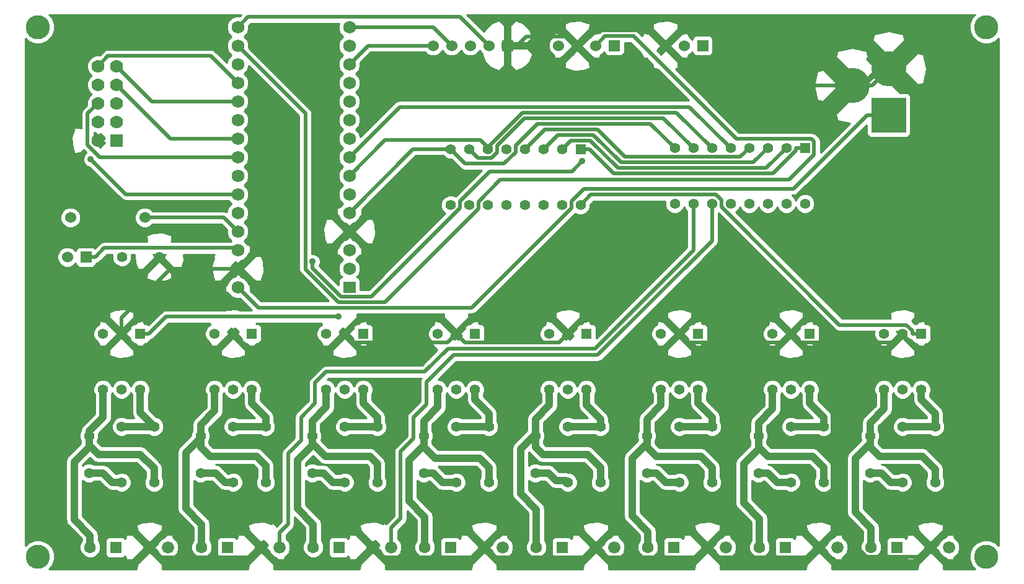
<source format=gtl>
G04 (created by PCBNEW (2013-mar-13)-testing) date Mon 08 Jul 2013 02:53:21 PM PDT*
%MOIN*%
G04 Gerber Fmt 3.4, Leading zero omitted, Abs format*
%FSLAX34Y34*%
G01*
G70*
G90*
G04 APERTURE LIST*
%ADD10C,0.005906*%
%ADD11R,0.069000X0.060000*%
%ADD12C,0.069000*%
%ADD13C,0.055000*%
%ADD14R,0.055000X0.055000*%
%ADD15R,0.060000X0.060000*%
%ADD16C,0.060000*%
%ADD17R,0.070000X0.070000*%
%ADD18C,0.070000*%
%ADD19C,0.130000*%
%ADD20R,0.063000X0.063000*%
%ADD21C,0.063000*%
%ADD22C,0.189000*%
%ADD23R,0.189000X0.189000*%
%ADD24C,0.066000*%
%ADD25C,0.035000*%
%ADD26C,0.020000*%
%ADD27C,0.040000*%
%ADD28C,0.010000*%
G04 APERTURE END LIST*
G54D10*
G54D11*
X47500Y-34500D03*
G54D12*
X47500Y-33500D03*
X47500Y-32500D03*
X47500Y-31500D03*
X47500Y-30500D03*
X47500Y-29500D03*
X47500Y-28500D03*
X47500Y-27500D03*
X47500Y-26500D03*
X47500Y-25500D03*
X47500Y-24500D03*
X47500Y-23500D03*
X47500Y-22500D03*
X47500Y-21500D03*
X47500Y-20500D03*
X41500Y-20500D03*
X41500Y-21500D03*
X41500Y-22500D03*
X41500Y-23500D03*
X41500Y-24500D03*
X41500Y-25500D03*
X41500Y-26500D03*
X41500Y-27500D03*
X41500Y-28500D03*
X41500Y-29500D03*
X41500Y-30500D03*
X41500Y-31500D03*
X41500Y-32500D03*
X41500Y-33500D03*
X41500Y-34500D03*
G54D13*
X35270Y-32875D03*
X37270Y-32875D03*
G54D14*
X59935Y-27070D03*
G54D13*
X58935Y-27070D03*
X57935Y-27070D03*
X56935Y-27070D03*
X55935Y-27070D03*
X54935Y-27070D03*
X53935Y-27070D03*
X52935Y-27070D03*
X52935Y-30070D03*
X53935Y-30070D03*
X54935Y-30070D03*
X55935Y-30070D03*
X56935Y-30070D03*
X57935Y-30070D03*
X58935Y-30070D03*
X59935Y-30070D03*
G54D14*
X72000Y-27000D03*
G54D13*
X71000Y-27000D03*
X70000Y-27000D03*
X69000Y-27000D03*
X68000Y-27000D03*
X67000Y-27000D03*
X66000Y-27000D03*
X65000Y-27000D03*
X65000Y-30000D03*
X66000Y-30000D03*
X67000Y-30000D03*
X68000Y-30000D03*
X69000Y-30000D03*
X70000Y-30000D03*
X71000Y-30000D03*
X72000Y-30000D03*
G54D15*
X33335Y-32875D03*
G54D16*
X32335Y-32875D03*
G54D15*
X66500Y-21500D03*
G54D16*
X65500Y-21500D03*
X64500Y-21500D03*
G54D15*
X61750Y-21500D03*
G54D16*
X60750Y-21500D03*
X59750Y-21500D03*
X58750Y-21500D03*
X36500Y-30750D03*
X32500Y-30750D03*
G54D17*
X34975Y-26600D03*
G54D18*
X33975Y-26600D03*
X34975Y-25600D03*
X33975Y-25600D03*
X34975Y-24600D03*
X33975Y-24600D03*
X34975Y-23600D03*
X33975Y-23600D03*
X34975Y-22600D03*
X33975Y-22600D03*
G54D19*
X30750Y-49000D03*
X81750Y-20500D03*
X81750Y-49000D03*
X30750Y-20500D03*
G54D14*
X36250Y-37000D03*
G54D13*
X35250Y-37000D03*
X34250Y-37000D03*
X34250Y-40000D03*
X35250Y-40000D03*
X36250Y-40000D03*
G54D14*
X42250Y-37000D03*
G54D13*
X41250Y-37000D03*
X40250Y-37000D03*
X40250Y-40000D03*
X41250Y-40000D03*
X42250Y-40000D03*
G54D14*
X48250Y-37000D03*
G54D13*
X47250Y-37000D03*
X46250Y-37000D03*
X46250Y-40000D03*
X47250Y-40000D03*
X48250Y-40000D03*
G54D14*
X54250Y-37000D03*
G54D13*
X53250Y-37000D03*
X52250Y-37000D03*
X52250Y-40000D03*
X53250Y-40000D03*
X54250Y-40000D03*
G54D14*
X60250Y-37000D03*
G54D13*
X59250Y-37000D03*
X58250Y-37000D03*
X58250Y-40000D03*
X59250Y-40000D03*
X60250Y-40000D03*
G54D14*
X66250Y-37000D03*
G54D13*
X65250Y-37000D03*
X64250Y-37000D03*
X64250Y-40000D03*
X65250Y-40000D03*
X66250Y-40000D03*
G54D14*
X72250Y-37000D03*
G54D13*
X71250Y-37000D03*
X70250Y-37000D03*
X70250Y-40000D03*
X71250Y-40000D03*
X72250Y-40000D03*
G54D14*
X78250Y-37000D03*
G54D13*
X77250Y-37000D03*
X76250Y-37000D03*
X76250Y-40000D03*
X77250Y-40000D03*
X78250Y-40000D03*
G54D20*
X34939Y-48500D03*
G54D21*
X33561Y-48500D03*
G54D20*
X40939Y-48500D03*
G54D21*
X39561Y-48500D03*
G54D20*
X46939Y-48500D03*
G54D21*
X45561Y-48500D03*
G54D20*
X52939Y-48500D03*
G54D21*
X51561Y-48500D03*
G54D20*
X58939Y-48500D03*
G54D21*
X57561Y-48500D03*
G54D20*
X64939Y-48500D03*
G54D21*
X63561Y-48500D03*
G54D20*
X70939Y-48500D03*
G54D21*
X69561Y-48500D03*
G54D20*
X76939Y-48500D03*
G54D21*
X75561Y-48500D03*
G54D15*
X56000Y-21500D03*
G54D16*
X55000Y-21500D03*
X54000Y-21500D03*
X53000Y-21500D03*
X52000Y-21500D03*
G54D22*
X76500Y-22750D03*
G54D23*
X76500Y-25230D03*
G54D22*
X74531Y-23650D03*
G54D13*
X33500Y-44500D03*
X33500Y-42500D03*
X39500Y-44500D03*
X39500Y-42500D03*
X45500Y-44500D03*
X45500Y-42500D03*
X51500Y-44500D03*
X51500Y-42500D03*
X57500Y-44500D03*
X57500Y-42500D03*
X63500Y-44500D03*
X63500Y-42500D03*
X69500Y-44500D03*
X69500Y-42500D03*
X75500Y-44500D03*
X75500Y-42500D03*
X35250Y-42000D03*
X35250Y-45000D03*
X41250Y-42000D03*
X41250Y-45000D03*
X47250Y-42000D03*
X47250Y-45000D03*
X53250Y-42000D03*
X53250Y-45000D03*
X59250Y-42000D03*
X59250Y-45000D03*
X65250Y-42000D03*
X65250Y-45000D03*
X71250Y-42000D03*
X71250Y-45000D03*
X77250Y-42000D03*
X77250Y-45000D03*
X43000Y-45000D03*
X43000Y-42000D03*
X49000Y-45000D03*
X49000Y-42000D03*
X55000Y-45000D03*
X55000Y-42000D03*
X61000Y-45000D03*
X61000Y-42000D03*
X67000Y-45000D03*
X67000Y-42000D03*
X73000Y-45000D03*
X73000Y-42000D03*
X79000Y-45000D03*
X79000Y-42000D03*
X37000Y-45000D03*
X37000Y-42000D03*
G54D24*
X49750Y-48500D03*
X48750Y-48500D03*
X55750Y-48500D03*
X54750Y-48500D03*
X37750Y-48500D03*
X36750Y-48500D03*
X43750Y-48500D03*
X42750Y-48500D03*
X61750Y-48500D03*
X60750Y-48500D03*
X73750Y-48500D03*
X72750Y-48500D03*
X67750Y-48500D03*
X66750Y-48500D03*
X79750Y-48500D03*
X78750Y-48500D03*
G54D25*
X45520Y-33122D03*
X60025Y-27712D03*
X33592Y-27609D03*
X46927Y-36077D03*
G54D26*
X40750Y-30750D02*
X41500Y-31500D01*
X36500Y-30750D02*
X40750Y-30750D01*
X59478Y-28259D02*
X60025Y-27712D01*
X55053Y-28259D02*
X59478Y-28259D01*
X53435Y-29878D02*
X55053Y-28259D01*
X53435Y-30242D02*
X53435Y-29878D01*
X48677Y-35000D02*
X53435Y-30242D01*
X47040Y-35000D02*
X48677Y-35000D01*
X45520Y-33479D02*
X47040Y-35000D01*
X45520Y-33122D02*
X45520Y-33479D01*
G54D27*
X35250Y-42000D02*
X37000Y-42000D01*
X36250Y-41250D02*
X37000Y-42000D01*
X36250Y-40000D02*
X36250Y-41250D01*
X33560Y-47861D02*
X33560Y-48500D01*
X32700Y-47000D02*
X33560Y-47861D01*
X32700Y-43900D02*
X32700Y-47000D01*
X33500Y-43100D02*
X32700Y-43900D01*
X33500Y-43000D02*
X33500Y-43100D01*
X33500Y-42500D02*
X33500Y-43000D01*
X37000Y-44250D02*
X37000Y-45000D01*
X36250Y-43500D02*
X37000Y-44250D01*
X34000Y-43500D02*
X36250Y-43500D01*
X33500Y-43000D02*
X34000Y-43500D01*
X34250Y-41500D02*
X34250Y-40000D01*
X33500Y-42250D02*
X34250Y-41500D01*
X33500Y-42500D02*
X33500Y-42250D01*
X33500Y-42500D02*
X33500Y-43000D01*
X43000Y-42000D02*
X41250Y-42000D01*
X43000Y-41500D02*
X43000Y-42000D01*
X42250Y-40750D02*
X43000Y-41500D01*
X42250Y-40000D02*
X42250Y-40750D01*
X39500Y-42500D02*
X39500Y-42600D01*
X39500Y-41900D02*
X39500Y-42500D01*
X40250Y-41150D02*
X39500Y-41900D01*
X40250Y-40000D02*
X40250Y-41150D01*
X39500Y-42500D02*
X39500Y-42600D01*
X43000Y-44100D02*
X43000Y-45000D01*
X42500Y-43600D02*
X43000Y-44100D01*
X40000Y-43600D02*
X42500Y-43600D01*
X39500Y-43100D02*
X40000Y-43600D01*
X39500Y-42600D02*
X39500Y-43100D01*
X39561Y-47261D02*
X39561Y-47880D01*
X38700Y-46400D02*
X39561Y-47261D01*
X38700Y-43400D02*
X38700Y-46400D01*
X39500Y-42600D02*
X38700Y-43400D01*
X39561Y-47880D02*
X39561Y-48500D01*
G54D26*
X39560Y-47880D02*
X39560Y-48500D01*
X39561Y-47880D02*
X39560Y-47880D01*
G54D27*
X49000Y-42000D02*
X47250Y-42000D01*
X49000Y-41500D02*
X49000Y-42000D01*
X48250Y-40750D02*
X49000Y-41500D01*
X48250Y-40000D02*
X48250Y-40750D01*
X45500Y-42500D02*
X45500Y-42900D01*
X49000Y-44000D02*
X49000Y-45000D01*
X48600Y-43600D02*
X49000Y-44000D01*
X46200Y-43600D02*
X48600Y-43600D01*
X45500Y-42900D02*
X46200Y-43600D01*
X45500Y-41700D02*
X45500Y-42500D01*
X46250Y-40950D02*
X45500Y-41700D01*
X46250Y-40000D02*
X46250Y-40950D01*
X45500Y-42500D02*
X45500Y-42900D01*
X45561Y-47261D02*
X45561Y-47880D01*
X44700Y-46400D02*
X45561Y-47261D01*
X44700Y-43800D02*
X44700Y-46400D01*
X45500Y-43000D02*
X44700Y-43800D01*
X45500Y-42900D02*
X45500Y-43000D01*
X45561Y-47880D02*
X45561Y-48500D01*
G54D26*
X45560Y-47880D02*
X45560Y-48500D01*
X45561Y-47880D02*
X45560Y-47880D01*
X61261Y-20988D02*
X60750Y-21500D01*
X62773Y-20988D02*
X61261Y-20988D01*
X68301Y-26516D02*
X62773Y-20988D01*
X72360Y-26516D02*
X68301Y-26516D01*
X72491Y-26648D02*
X72360Y-26516D01*
X72491Y-27363D02*
X72491Y-26648D01*
X71151Y-28703D02*
X72491Y-27363D01*
X55629Y-28703D02*
X71151Y-28703D01*
X54435Y-29897D02*
X55629Y-28703D01*
X54435Y-30275D02*
X54435Y-29897D01*
X49410Y-35300D02*
X54435Y-30275D01*
X46916Y-35300D02*
X49410Y-35300D01*
X45145Y-33528D02*
X46916Y-35300D01*
X45145Y-25145D02*
X45145Y-33528D01*
X41500Y-21500D02*
X45145Y-25145D01*
G54D27*
X55000Y-42000D02*
X53250Y-42000D01*
X55000Y-41300D02*
X55000Y-42000D01*
X54250Y-40550D02*
X55000Y-41300D01*
X54250Y-40000D02*
X54250Y-40550D01*
X51500Y-42500D02*
X51500Y-43000D01*
X51500Y-41700D02*
X51500Y-42500D01*
X52250Y-40950D02*
X51500Y-41700D01*
X52250Y-40000D02*
X52250Y-40950D01*
X51500Y-42500D02*
X51500Y-43000D01*
X55000Y-44200D02*
X55000Y-45000D01*
X54500Y-43700D02*
X55000Y-44200D01*
X52100Y-43700D02*
X54500Y-43700D01*
X51500Y-43100D02*
X52100Y-43700D01*
X51500Y-43000D02*
X51500Y-43100D01*
X51561Y-46861D02*
X51561Y-47680D01*
X50700Y-46000D02*
X51561Y-46861D01*
X50700Y-43800D02*
X50700Y-46000D01*
X51500Y-43000D02*
X50700Y-43800D01*
X51561Y-47680D02*
X51561Y-48500D01*
G54D26*
X51560Y-47680D02*
X51560Y-48500D01*
X51561Y-47680D02*
X51560Y-47680D01*
G54D27*
X61000Y-42000D02*
X59250Y-42000D01*
X61000Y-41600D02*
X61000Y-42000D01*
X60250Y-40850D02*
X61000Y-41600D01*
X60250Y-40000D02*
X60250Y-40850D01*
X61000Y-44200D02*
X61000Y-45000D01*
X60300Y-43500D02*
X61000Y-44200D01*
X57900Y-43500D02*
X60300Y-43500D01*
X57500Y-43100D02*
X57900Y-43500D01*
X57500Y-42500D02*
X57500Y-43100D01*
X57500Y-41600D02*
X57500Y-42500D01*
X58250Y-40850D02*
X57500Y-41600D01*
X58250Y-40000D02*
X58250Y-40850D01*
X57561Y-46461D02*
X57561Y-47480D01*
X56700Y-45600D02*
X57561Y-46461D01*
X56700Y-43200D02*
X56700Y-45600D01*
X57400Y-42500D02*
X56700Y-43200D01*
X57500Y-42500D02*
X57400Y-42500D01*
X57561Y-47480D02*
X57561Y-48500D01*
G54D26*
X57560Y-47480D02*
X57560Y-48500D01*
X57561Y-47480D02*
X57560Y-47480D01*
G54D27*
X67000Y-42000D02*
X65250Y-42000D01*
X67000Y-41500D02*
X67000Y-42000D01*
X66250Y-40750D02*
X67000Y-41500D01*
X66250Y-40000D02*
X66250Y-40750D01*
X63500Y-42500D02*
X63500Y-42900D01*
X63500Y-41600D02*
X63500Y-42500D01*
X64250Y-40850D02*
X63500Y-41600D01*
X64250Y-40000D02*
X64250Y-40850D01*
X63500Y-42500D02*
X63500Y-42900D01*
X67000Y-44200D02*
X67000Y-45000D01*
X66400Y-43600D02*
X67000Y-44200D01*
X64000Y-43600D02*
X66400Y-43600D01*
X63500Y-43100D02*
X64000Y-43600D01*
X63500Y-42900D02*
X63500Y-43100D01*
X63561Y-47661D02*
X63561Y-48080D01*
X62700Y-46800D02*
X63561Y-47661D01*
X62700Y-43700D02*
X62700Y-46800D01*
X63500Y-42900D02*
X62700Y-43700D01*
X63561Y-48080D02*
X63561Y-48500D01*
G54D26*
X63560Y-48080D02*
X63560Y-48500D01*
X63561Y-48080D02*
X63560Y-48080D01*
G54D27*
X73000Y-42000D02*
X71250Y-42000D01*
X73000Y-41500D02*
X73000Y-42000D01*
X72250Y-40750D02*
X73000Y-41500D01*
X72250Y-40000D02*
X72250Y-40750D01*
X69500Y-42500D02*
X69500Y-43100D01*
X73000Y-44200D02*
X73000Y-45000D01*
X72400Y-43600D02*
X73000Y-44200D01*
X70000Y-43600D02*
X72400Y-43600D01*
X69500Y-43100D02*
X70000Y-43600D01*
X69500Y-41800D02*
X69500Y-42500D01*
X70250Y-41050D02*
X69500Y-41800D01*
X70250Y-40000D02*
X70250Y-41050D01*
X69500Y-42500D02*
X69500Y-43100D01*
X69561Y-46961D02*
X69561Y-47730D01*
X68700Y-46100D02*
X69561Y-46961D01*
X68700Y-44000D02*
X68700Y-46100D01*
X69500Y-43200D02*
X68700Y-44000D01*
X69500Y-43100D02*
X69500Y-43200D01*
X69561Y-47730D02*
X69561Y-48500D01*
G54D26*
X69560Y-47730D02*
X69560Y-48500D01*
X69561Y-47730D02*
X69560Y-47730D01*
G54D27*
X79000Y-42000D02*
X77250Y-42000D01*
X79000Y-41300D02*
X79000Y-42000D01*
X78250Y-40550D02*
X79000Y-41300D01*
X78250Y-40000D02*
X78250Y-40550D01*
X75500Y-42500D02*
X75500Y-42900D01*
X75500Y-41800D02*
X75500Y-42500D01*
X76250Y-41050D02*
X75500Y-41800D01*
X76250Y-40000D02*
X76250Y-41050D01*
X75500Y-42500D02*
X75500Y-42900D01*
X79000Y-44300D02*
X79000Y-45000D01*
X78300Y-43600D02*
X79000Y-44300D01*
X76000Y-43600D02*
X78300Y-43600D01*
X75500Y-43100D02*
X76000Y-43600D01*
X75500Y-42900D02*
X75500Y-43100D01*
X75561Y-47461D02*
X75561Y-47980D01*
X74700Y-46600D02*
X75561Y-47461D01*
X74700Y-43700D02*
X74700Y-46600D01*
X75500Y-42900D02*
X74700Y-43700D01*
X75561Y-47980D02*
X75561Y-48500D01*
G54D26*
X75560Y-47980D02*
X75560Y-48500D01*
X75561Y-47980D02*
X75560Y-47980D01*
X40044Y-22044D02*
X41500Y-23500D01*
X34530Y-22044D02*
X40044Y-22044D01*
X33975Y-22600D02*
X34530Y-22044D01*
X36875Y-24500D02*
X34975Y-22600D01*
X41500Y-24500D02*
X36875Y-24500D01*
X37875Y-26500D02*
X41500Y-26500D01*
X34975Y-23600D02*
X37875Y-26500D01*
X34090Y-27500D02*
X41500Y-27500D01*
X33423Y-26833D02*
X34090Y-27500D01*
X33423Y-25151D02*
X33423Y-26833D01*
X33975Y-24600D02*
X33423Y-25151D01*
X35482Y-29500D02*
X41500Y-29500D01*
X33592Y-27609D02*
X35482Y-29500D01*
X48500Y-21500D02*
X47500Y-22500D01*
X52000Y-21500D02*
X48500Y-21500D01*
X52000Y-20500D02*
X47500Y-20500D01*
X53000Y-21500D02*
X52000Y-20500D01*
X42054Y-19945D02*
X41500Y-20500D01*
X53445Y-19945D02*
X42054Y-19945D01*
X55000Y-21500D02*
X53445Y-19945D01*
X50930Y-27070D02*
X47500Y-30500D01*
X52935Y-27070D02*
X50930Y-27070D01*
X53718Y-27853D02*
X52935Y-27070D01*
X55826Y-27853D02*
X53718Y-27853D01*
X56435Y-27245D02*
X55826Y-27853D01*
X56435Y-26881D02*
X56435Y-27245D01*
X57622Y-25694D02*
X56435Y-26881D01*
X63694Y-25694D02*
X57622Y-25694D01*
X65000Y-27000D02*
X63694Y-25694D01*
X54410Y-27545D02*
X53935Y-27070D01*
X55135Y-27545D02*
X54410Y-27545D01*
X55435Y-27245D02*
X55135Y-27545D01*
X55435Y-26883D02*
X55435Y-27245D01*
X56923Y-25394D02*
X55435Y-26883D01*
X64394Y-25394D02*
X56923Y-25394D01*
X66000Y-27000D02*
X64394Y-25394D01*
X49420Y-26579D02*
X47500Y-28500D01*
X54555Y-26579D02*
X49420Y-26579D01*
X54935Y-26958D02*
X54555Y-26579D01*
X54935Y-26958D02*
X54935Y-27070D01*
X56799Y-25094D02*
X54935Y-26958D01*
X65094Y-25094D02*
X56799Y-25094D01*
X67000Y-27000D02*
X65094Y-25094D01*
X50205Y-24794D02*
X47500Y-27500D01*
X65794Y-24794D02*
X50205Y-24794D01*
X68000Y-27000D02*
X65794Y-24794D01*
X58010Y-25994D02*
X56935Y-27070D01*
X60843Y-25994D02*
X58010Y-25994D01*
X62330Y-27480D02*
X60843Y-25994D01*
X68519Y-27480D02*
X62330Y-27480D01*
X69000Y-27000D02*
X68519Y-27480D01*
X58710Y-26294D02*
X57935Y-27070D01*
X60628Y-26294D02*
X58710Y-26294D01*
X62114Y-27781D02*
X60628Y-26294D01*
X69218Y-27781D02*
X62114Y-27781D01*
X70000Y-27000D02*
X69218Y-27781D01*
X59410Y-26594D02*
X58935Y-27070D01*
X60448Y-26594D02*
X59410Y-26594D01*
X61934Y-28081D02*
X60448Y-26594D01*
X69918Y-28081D02*
X61934Y-28081D01*
X71000Y-27000D02*
X69918Y-28081D01*
X72000Y-27000D02*
X71524Y-27000D01*
X59935Y-27070D02*
X60410Y-27070D01*
X71524Y-27148D02*
X71524Y-27000D01*
X70292Y-28381D02*
X71524Y-27148D01*
X61721Y-28381D02*
X70292Y-28381D01*
X60410Y-27070D02*
X61721Y-28381D01*
X41386Y-32386D02*
X41500Y-32500D01*
X34323Y-32386D02*
X41386Y-32386D01*
X33835Y-32875D02*
X34323Y-32386D01*
X33335Y-32875D02*
X33835Y-32875D01*
X76500Y-25230D02*
X75354Y-25230D01*
X71377Y-29206D02*
X75354Y-25230D01*
X60113Y-29206D02*
X71377Y-29206D01*
X59435Y-29885D02*
X60113Y-29206D01*
X59435Y-30256D02*
X59435Y-29885D01*
X54091Y-35600D02*
X59435Y-30256D01*
X42600Y-35600D02*
X54091Y-35600D01*
X41500Y-34500D02*
X42600Y-35600D01*
X75600Y-23650D02*
X74530Y-23650D01*
X76500Y-22750D02*
X75600Y-23650D01*
X42219Y-49030D02*
X42750Y-48500D01*
X37280Y-49030D02*
X42219Y-49030D01*
X36750Y-48500D02*
X37280Y-49030D01*
X66650Y-23650D02*
X64500Y-21500D01*
X74530Y-23650D02*
X66650Y-23650D01*
X56000Y-21500D02*
X56500Y-21500D01*
X57000Y-20999D02*
X56500Y-21500D01*
X59249Y-20999D02*
X57000Y-20999D01*
X59750Y-21500D02*
X59249Y-20999D01*
X60561Y-20688D02*
X59750Y-21500D01*
X63688Y-20688D02*
X60561Y-20688D01*
X64500Y-21500D02*
X63688Y-20688D01*
X70774Y-37475D02*
X71250Y-37000D01*
X65725Y-37475D02*
X70774Y-37475D01*
X65250Y-37000D02*
X65725Y-37475D01*
X72219Y-49030D02*
X72750Y-48500D01*
X67280Y-49030D02*
X72219Y-49030D01*
X66750Y-48500D02*
X67280Y-49030D01*
X76774Y-37475D02*
X73496Y-37475D01*
X77250Y-37000D02*
X76774Y-37475D01*
X71725Y-37475D02*
X71250Y-37000D01*
X73496Y-37475D02*
X71725Y-37475D01*
X78234Y-49015D02*
X78750Y-48500D01*
X75330Y-49015D02*
X78234Y-49015D01*
X74068Y-47753D02*
X75330Y-49015D01*
X73496Y-47753D02*
X74068Y-47753D01*
X73496Y-37475D02*
X73496Y-47753D01*
X73496Y-47753D02*
X72750Y-48500D01*
X53725Y-37475D02*
X53250Y-37000D01*
X58774Y-37475D02*
X53725Y-37475D01*
X59250Y-37000D02*
X58774Y-37475D01*
X52774Y-37475D02*
X53250Y-37000D01*
X47725Y-37475D02*
X52774Y-37475D01*
X47250Y-37000D02*
X47725Y-37475D01*
X61280Y-49030D02*
X60750Y-48500D01*
X66219Y-49030D02*
X61280Y-49030D01*
X66750Y-48500D02*
X66219Y-49030D01*
X54219Y-49030D02*
X54750Y-48500D01*
X49280Y-49030D02*
X54219Y-49030D01*
X48750Y-48500D02*
X49280Y-49030D01*
X55280Y-49030D02*
X54750Y-48500D01*
X60219Y-49030D02*
X55280Y-49030D01*
X60750Y-48500D02*
X60219Y-49030D01*
X35250Y-36145D02*
X37895Y-33500D01*
X35250Y-37000D02*
X35250Y-36145D01*
X41500Y-33500D02*
X37895Y-33500D01*
X37895Y-33500D02*
X37270Y-32875D01*
G54D27*
X34750Y-45000D02*
X35250Y-45000D01*
X34250Y-44500D02*
X34750Y-45000D01*
X33500Y-44500D02*
X34250Y-44500D01*
X40800Y-45000D02*
X41250Y-45000D01*
X40300Y-44500D02*
X40800Y-45000D01*
X39500Y-44500D02*
X40300Y-44500D01*
G54D26*
X37647Y-36077D02*
X46927Y-36077D01*
X36725Y-37000D02*
X37647Y-36077D01*
X36250Y-37000D02*
X36725Y-37000D01*
X60489Y-29515D02*
X59935Y-30070D01*
X67208Y-29515D02*
X60489Y-29515D01*
X67500Y-29807D02*
X67208Y-29515D01*
X67500Y-30171D02*
X67500Y-29807D01*
X73852Y-36524D02*
X67500Y-30171D01*
X77448Y-36524D02*
X73852Y-36524D01*
X77774Y-36851D02*
X77448Y-36524D01*
X77774Y-37000D02*
X77774Y-36851D01*
X78250Y-37000D02*
X77774Y-37000D01*
G54D27*
X59150Y-44900D02*
X59250Y-45000D01*
X58600Y-44900D02*
X59150Y-44900D01*
X58200Y-44500D02*
X58600Y-44900D01*
X57500Y-44500D02*
X58200Y-44500D01*
X64500Y-45000D02*
X65250Y-45000D01*
X64000Y-44500D02*
X64500Y-45000D01*
X63500Y-44500D02*
X64000Y-44500D01*
X76600Y-45000D02*
X77250Y-45000D01*
X76100Y-44500D02*
X76600Y-45000D01*
X75500Y-44500D02*
X76100Y-44500D01*
X70500Y-45000D02*
X71250Y-45000D01*
X70000Y-44500D02*
X70500Y-45000D01*
X69500Y-44500D02*
X70000Y-44500D01*
X52500Y-45000D02*
X53250Y-45000D01*
X52000Y-44500D02*
X52500Y-45000D01*
X51500Y-44500D02*
X52000Y-44500D01*
X46600Y-45000D02*
X47250Y-45000D01*
X46100Y-44500D02*
X46600Y-45000D01*
X45500Y-44500D02*
X46100Y-44500D01*
G54D26*
X49750Y-48500D02*
X49750Y-47450D01*
X67000Y-32000D02*
X67000Y-30000D01*
X60850Y-38150D02*
X67000Y-32000D01*
X53100Y-38150D02*
X60850Y-38150D01*
X51650Y-39600D02*
X53100Y-38150D01*
X51650Y-40800D02*
X51650Y-39600D01*
X50950Y-41500D02*
X51650Y-40800D01*
X50950Y-42650D02*
X50950Y-41500D01*
X50250Y-43350D02*
X50950Y-42650D01*
X50250Y-46950D02*
X50250Y-43350D01*
X49750Y-47450D02*
X50250Y-46950D01*
X66000Y-30000D02*
X66000Y-32500D01*
X43750Y-47700D02*
X43750Y-48500D01*
X44200Y-47250D02*
X43750Y-47700D01*
X44200Y-43450D02*
X44200Y-47250D01*
X44900Y-42750D02*
X44200Y-43450D01*
X44900Y-41500D02*
X44900Y-42750D01*
X45650Y-40750D02*
X44900Y-41500D01*
X45650Y-39650D02*
X45650Y-40750D01*
X46250Y-39050D02*
X45650Y-39650D01*
X51550Y-39050D02*
X46250Y-39050D01*
X52800Y-37800D02*
X51550Y-39050D01*
X60700Y-37800D02*
X52800Y-37800D01*
X66000Y-32500D02*
X60700Y-37800D01*
G54D10*
G36*
X34346Y-26723D02*
X34098Y-26971D01*
X33975Y-26847D01*
X33953Y-26868D01*
X33773Y-26688D01*
X33773Y-26166D01*
X33799Y-26176D01*
X33975Y-26352D01*
X34098Y-26228D01*
X34346Y-26476D01*
X34222Y-26600D01*
X34346Y-26723D01*
X34346Y-26723D01*
G37*
G54D28*
X34346Y-26723D02*
X34098Y-26971D01*
X33975Y-26847D01*
X33953Y-26868D01*
X33773Y-26688D01*
X33773Y-26166D01*
X33799Y-26176D01*
X33975Y-26352D01*
X34098Y-26228D01*
X34346Y-26476D01*
X34222Y-26600D01*
X34346Y-26723D01*
G54D10*
G36*
X54614Y-28203D02*
X53204Y-29613D01*
X53039Y-29545D01*
X52831Y-29544D01*
X52638Y-29624D01*
X52490Y-29772D01*
X52410Y-29965D01*
X52409Y-30173D01*
X52489Y-30367D01*
X52637Y-30514D01*
X52658Y-30523D01*
X48913Y-34269D01*
X48913Y-31661D01*
X48867Y-31108D01*
X48743Y-30809D01*
X48432Y-30810D01*
X47743Y-31500D01*
X48432Y-32189D01*
X48743Y-32190D01*
X48913Y-31661D01*
X48913Y-34269D01*
X48532Y-34650D01*
X48095Y-34650D01*
X48095Y-34150D01*
X48056Y-34058D01*
X47986Y-33988D01*
X47894Y-33950D01*
X47891Y-33950D01*
X48004Y-33837D01*
X48094Y-33618D01*
X48095Y-33382D01*
X48004Y-33163D01*
X47841Y-32999D01*
X48004Y-32837D01*
X48012Y-32817D01*
X48190Y-32743D01*
X48189Y-32432D01*
X48064Y-32308D01*
X48004Y-32163D01*
X47837Y-31995D01*
X47691Y-31935D01*
X47500Y-31743D01*
X47308Y-31935D01*
X47256Y-31957D01*
X47256Y-31500D01*
X46567Y-30810D01*
X46256Y-30809D01*
X46086Y-31338D01*
X46132Y-31891D01*
X46256Y-32190D01*
X46567Y-32189D01*
X47256Y-31500D01*
X47256Y-31957D01*
X47163Y-31995D01*
X46995Y-32162D01*
X46935Y-32308D01*
X46810Y-32432D01*
X46809Y-32743D01*
X46979Y-32798D01*
X46995Y-32836D01*
X47158Y-33000D01*
X46995Y-33162D01*
X46905Y-33381D01*
X46904Y-33617D01*
X46995Y-33836D01*
X47108Y-33950D01*
X47105Y-33950D01*
X47013Y-33988D01*
X46943Y-34058D01*
X46905Y-34150D01*
X46905Y-34249D01*
X46905Y-34369D01*
X45886Y-33350D01*
X45945Y-33207D01*
X45945Y-33038D01*
X45880Y-32882D01*
X45761Y-32762D01*
X45605Y-32697D01*
X45495Y-32697D01*
X45495Y-25145D01*
X45468Y-25011D01*
X45468Y-25011D01*
X45392Y-24897D01*
X42094Y-21599D01*
X42095Y-21382D01*
X42004Y-21163D01*
X41841Y-20999D01*
X42004Y-20837D01*
X42094Y-20618D01*
X42095Y-20399D01*
X42199Y-20295D01*
X46940Y-20295D01*
X46905Y-20381D01*
X46904Y-20617D01*
X46995Y-20836D01*
X47158Y-21000D01*
X46995Y-21162D01*
X46905Y-21381D01*
X46904Y-21617D01*
X46995Y-21836D01*
X47158Y-22000D01*
X46995Y-22162D01*
X46905Y-22381D01*
X46904Y-22617D01*
X46995Y-22836D01*
X47158Y-23000D01*
X46995Y-23162D01*
X46905Y-23381D01*
X46904Y-23617D01*
X46995Y-23836D01*
X47158Y-24000D01*
X46995Y-24162D01*
X46905Y-24381D01*
X46904Y-24617D01*
X46995Y-24836D01*
X47158Y-25000D01*
X46995Y-25162D01*
X46905Y-25381D01*
X46904Y-25617D01*
X46995Y-25836D01*
X47158Y-26000D01*
X46995Y-26162D01*
X46905Y-26381D01*
X46904Y-26617D01*
X46995Y-26836D01*
X47158Y-27000D01*
X46995Y-27162D01*
X46905Y-27381D01*
X46904Y-27617D01*
X46995Y-27836D01*
X47158Y-28000D01*
X46995Y-28162D01*
X46905Y-28381D01*
X46904Y-28617D01*
X46995Y-28836D01*
X47158Y-29000D01*
X46995Y-29162D01*
X46905Y-29381D01*
X46904Y-29617D01*
X46995Y-29836D01*
X47158Y-30000D01*
X46995Y-30162D01*
X46987Y-30182D01*
X46809Y-30256D01*
X46810Y-30567D01*
X46935Y-30691D01*
X46995Y-30836D01*
X47162Y-31004D01*
X47308Y-31064D01*
X47500Y-31256D01*
X47691Y-31064D01*
X47836Y-31004D01*
X48004Y-30837D01*
X48064Y-30691D01*
X48189Y-30567D01*
X48190Y-30304D01*
X51074Y-27420D01*
X52542Y-27420D01*
X52637Y-27514D01*
X52830Y-27594D01*
X52965Y-27595D01*
X53471Y-28100D01*
X53584Y-28176D01*
X53718Y-28203D01*
X54614Y-28203D01*
X54614Y-28203D01*
G37*
G54D28*
X54614Y-28203D02*
X53204Y-29613D01*
X53039Y-29545D01*
X52831Y-29544D01*
X52638Y-29624D01*
X52490Y-29772D01*
X52410Y-29965D01*
X52409Y-30173D01*
X52489Y-30367D01*
X52637Y-30514D01*
X52658Y-30523D01*
X48913Y-34269D01*
X48913Y-31661D01*
X48867Y-31108D01*
X48743Y-30809D01*
X48432Y-30810D01*
X47743Y-31500D01*
X48432Y-32189D01*
X48743Y-32190D01*
X48913Y-31661D01*
X48913Y-34269D01*
X48532Y-34650D01*
X48095Y-34650D01*
X48095Y-34150D01*
X48056Y-34058D01*
X47986Y-33988D01*
X47894Y-33950D01*
X47891Y-33950D01*
X48004Y-33837D01*
X48094Y-33618D01*
X48095Y-33382D01*
X48004Y-33163D01*
X47841Y-32999D01*
X48004Y-32837D01*
X48012Y-32817D01*
X48190Y-32743D01*
X48189Y-32432D01*
X48064Y-32308D01*
X48004Y-32163D01*
X47837Y-31995D01*
X47691Y-31935D01*
X47500Y-31743D01*
X47308Y-31935D01*
X47256Y-31957D01*
X47256Y-31500D01*
X46567Y-30810D01*
X46256Y-30809D01*
X46086Y-31338D01*
X46132Y-31891D01*
X46256Y-32190D01*
X46567Y-32189D01*
X47256Y-31500D01*
X47256Y-31957D01*
X47163Y-31995D01*
X46995Y-32162D01*
X46935Y-32308D01*
X46810Y-32432D01*
X46809Y-32743D01*
X46979Y-32798D01*
X46995Y-32836D01*
X47158Y-33000D01*
X46995Y-33162D01*
X46905Y-33381D01*
X46904Y-33617D01*
X46995Y-33836D01*
X47108Y-33950D01*
X47105Y-33950D01*
X47013Y-33988D01*
X46943Y-34058D01*
X46905Y-34150D01*
X46905Y-34249D01*
X46905Y-34369D01*
X45886Y-33350D01*
X45945Y-33207D01*
X45945Y-33038D01*
X45880Y-32882D01*
X45761Y-32762D01*
X45605Y-32697D01*
X45495Y-32697D01*
X45495Y-25145D01*
X45468Y-25011D01*
X45468Y-25011D01*
X45392Y-24897D01*
X42094Y-21599D01*
X42095Y-21382D01*
X42004Y-21163D01*
X41841Y-20999D01*
X42004Y-20837D01*
X42094Y-20618D01*
X42095Y-20399D01*
X42199Y-20295D01*
X46940Y-20295D01*
X46905Y-20381D01*
X46904Y-20617D01*
X46995Y-20836D01*
X47158Y-21000D01*
X46995Y-21162D01*
X46905Y-21381D01*
X46904Y-21617D01*
X46995Y-21836D01*
X47158Y-22000D01*
X46995Y-22162D01*
X46905Y-22381D01*
X46904Y-22617D01*
X46995Y-22836D01*
X47158Y-23000D01*
X46995Y-23162D01*
X46905Y-23381D01*
X46904Y-23617D01*
X46995Y-23836D01*
X47158Y-24000D01*
X46995Y-24162D01*
X46905Y-24381D01*
X46904Y-24617D01*
X46995Y-24836D01*
X47158Y-25000D01*
X46995Y-25162D01*
X46905Y-25381D01*
X46904Y-25617D01*
X46995Y-25836D01*
X47158Y-26000D01*
X46995Y-26162D01*
X46905Y-26381D01*
X46904Y-26617D01*
X46995Y-26836D01*
X47158Y-27000D01*
X46995Y-27162D01*
X46905Y-27381D01*
X46904Y-27617D01*
X46995Y-27836D01*
X47158Y-28000D01*
X46995Y-28162D01*
X46905Y-28381D01*
X46904Y-28617D01*
X46995Y-28836D01*
X47158Y-29000D01*
X46995Y-29162D01*
X46905Y-29381D01*
X46904Y-29617D01*
X46995Y-29836D01*
X47158Y-30000D01*
X46995Y-30162D01*
X46987Y-30182D01*
X46809Y-30256D01*
X46810Y-30567D01*
X46935Y-30691D01*
X46995Y-30836D01*
X47162Y-31004D01*
X47308Y-31064D01*
X47500Y-31256D01*
X47691Y-31064D01*
X47836Y-31004D01*
X48004Y-30837D01*
X48064Y-30691D01*
X48189Y-30567D01*
X48190Y-30304D01*
X51074Y-27420D01*
X52542Y-27420D01*
X52637Y-27514D01*
X52830Y-27594D01*
X52965Y-27595D01*
X53471Y-28100D01*
X53584Y-28176D01*
X53718Y-28203D01*
X54614Y-28203D01*
G54D10*
G36*
X82425Y-48402D02*
X82260Y-48237D01*
X81929Y-48100D01*
X81571Y-48099D01*
X81240Y-48236D01*
X80987Y-48489D01*
X80850Y-48820D01*
X80849Y-49178D01*
X80986Y-49509D01*
X81152Y-49675D01*
X80330Y-49675D01*
X80330Y-48385D01*
X80241Y-48171D01*
X80078Y-48008D01*
X80054Y-47998D01*
X79977Y-47812D01*
X79667Y-47815D01*
X79525Y-47958D01*
X79525Y-44896D01*
X79450Y-44714D01*
X79450Y-44300D01*
X79415Y-44127D01*
X79318Y-43981D01*
X78618Y-43281D01*
X78472Y-43184D01*
X78300Y-43150D01*
X76186Y-43150D01*
X75950Y-42913D01*
X75950Y-42900D01*
X75950Y-42785D01*
X76024Y-42604D01*
X76025Y-42396D01*
X75950Y-42214D01*
X75950Y-41986D01*
X76568Y-41368D01*
X76665Y-41222D01*
X76700Y-41050D01*
X76700Y-40285D01*
X76750Y-40164D01*
X76804Y-40297D01*
X76952Y-40444D01*
X77145Y-40524D01*
X77353Y-40525D01*
X77547Y-40445D01*
X77694Y-40297D01*
X77750Y-40164D01*
X77800Y-40285D01*
X77800Y-40550D01*
X77834Y-40722D01*
X77931Y-40868D01*
X78550Y-41486D01*
X78550Y-41550D01*
X77535Y-41550D01*
X77354Y-41475D01*
X77146Y-41474D01*
X76953Y-41554D01*
X76805Y-41702D01*
X76725Y-41895D01*
X76724Y-42103D01*
X76804Y-42297D01*
X76952Y-42444D01*
X77145Y-42524D01*
X77353Y-42525D01*
X77535Y-42450D01*
X78714Y-42450D01*
X78895Y-42524D01*
X79103Y-42525D01*
X79297Y-42445D01*
X79444Y-42297D01*
X79524Y-42104D01*
X79525Y-41896D01*
X79450Y-41714D01*
X79450Y-41300D01*
X79415Y-41127D01*
X79318Y-40981D01*
X78700Y-40363D01*
X78700Y-40285D01*
X78774Y-40104D01*
X78775Y-39896D01*
X78695Y-39703D01*
X78547Y-39555D01*
X78354Y-39475D01*
X78146Y-39474D01*
X77953Y-39554D01*
X77928Y-39578D01*
X77928Y-38168D01*
X77916Y-37860D01*
X77250Y-37194D01*
X76583Y-37860D01*
X76571Y-38168D01*
X77069Y-38338D01*
X77596Y-38305D01*
X77928Y-38168D01*
X77928Y-39578D01*
X77805Y-39702D01*
X77749Y-39835D01*
X77695Y-39703D01*
X77547Y-39555D01*
X77354Y-39475D01*
X77146Y-39474D01*
X76953Y-39554D01*
X76805Y-39702D01*
X76749Y-39835D01*
X76695Y-39703D01*
X76547Y-39555D01*
X76354Y-39475D01*
X76146Y-39474D01*
X75953Y-39554D01*
X75805Y-39702D01*
X75725Y-39895D01*
X75724Y-40103D01*
X75800Y-40285D01*
X75800Y-40863D01*
X75181Y-41481D01*
X75084Y-41627D01*
X75050Y-41800D01*
X75050Y-42214D01*
X74975Y-42395D01*
X74974Y-42603D01*
X75028Y-42734D01*
X74381Y-43381D01*
X74284Y-43527D01*
X74250Y-43700D01*
X74250Y-46600D01*
X74284Y-46772D01*
X74381Y-46918D01*
X75111Y-47647D01*
X75111Y-47980D01*
X75111Y-48150D01*
X75082Y-48179D01*
X74996Y-48387D01*
X74995Y-48611D01*
X75081Y-48819D01*
X75240Y-48978D01*
X75448Y-49064D01*
X75672Y-49065D01*
X75880Y-48979D01*
X76039Y-48820D01*
X76125Y-48612D01*
X76126Y-48388D01*
X76040Y-48180D01*
X76011Y-48151D01*
X76011Y-47980D01*
X76011Y-47461D01*
X75976Y-47288D01*
X75879Y-47142D01*
X75150Y-46413D01*
X75150Y-44892D01*
X75202Y-44944D01*
X75395Y-45024D01*
X75603Y-45025D01*
X75785Y-44950D01*
X75913Y-44950D01*
X76281Y-45318D01*
X76427Y-45415D01*
X76600Y-45450D01*
X76964Y-45450D01*
X77145Y-45524D01*
X77353Y-45525D01*
X77547Y-45445D01*
X77694Y-45297D01*
X77774Y-45104D01*
X77775Y-44896D01*
X77695Y-44703D01*
X77547Y-44555D01*
X77354Y-44475D01*
X77146Y-44474D01*
X76964Y-44550D01*
X76786Y-44550D01*
X76418Y-44181D01*
X76272Y-44084D01*
X76100Y-44050D01*
X78113Y-44050D01*
X78550Y-44486D01*
X78550Y-44714D01*
X78475Y-44895D01*
X78474Y-45103D01*
X78554Y-45297D01*
X78702Y-45444D01*
X78895Y-45524D01*
X79103Y-45525D01*
X79297Y-45445D01*
X79444Y-45297D01*
X79524Y-45104D01*
X79525Y-44896D01*
X79525Y-47958D01*
X79512Y-47970D01*
X79437Y-48001D01*
X79437Y-47272D01*
X78915Y-47102D01*
X78368Y-47145D01*
X78062Y-47272D01*
X78065Y-47582D01*
X78750Y-48266D01*
X79434Y-47582D01*
X79437Y-47272D01*
X79437Y-48001D01*
X79421Y-48008D01*
X79258Y-48171D01*
X79220Y-48262D01*
X78983Y-48500D01*
X79220Y-48737D01*
X79258Y-48828D01*
X79421Y-48991D01*
X79512Y-49029D01*
X79667Y-49184D01*
X79977Y-49187D01*
X80035Y-49009D01*
X80078Y-48991D01*
X80241Y-48828D01*
X80329Y-48615D01*
X80330Y-48385D01*
X80330Y-49675D01*
X79437Y-49675D01*
X79434Y-49417D01*
X78750Y-48733D01*
X78516Y-48966D01*
X78516Y-48500D01*
X77832Y-47815D01*
X77522Y-47812D01*
X77451Y-48029D01*
X77395Y-47973D01*
X77303Y-47935D01*
X77204Y-47935D01*
X76574Y-47935D01*
X76482Y-47973D01*
X76412Y-48043D01*
X76374Y-48135D01*
X76374Y-48234D01*
X76374Y-48864D01*
X76412Y-48956D01*
X76482Y-49026D01*
X76574Y-49065D01*
X76673Y-49065D01*
X77303Y-49065D01*
X77395Y-49026D01*
X77438Y-48984D01*
X77522Y-49187D01*
X77832Y-49184D01*
X78516Y-48500D01*
X78516Y-48966D01*
X78065Y-49417D01*
X78062Y-49675D01*
X74330Y-49675D01*
X74330Y-48385D01*
X74241Y-48171D01*
X74078Y-48008D01*
X74054Y-47998D01*
X73977Y-47812D01*
X73667Y-47815D01*
X73525Y-47958D01*
X73525Y-44896D01*
X73450Y-44714D01*
X73450Y-44200D01*
X73415Y-44027D01*
X73318Y-43881D01*
X72718Y-43281D01*
X72572Y-43184D01*
X72400Y-43150D01*
X70186Y-43150D01*
X69950Y-42913D01*
X69950Y-42785D01*
X70024Y-42604D01*
X70025Y-42396D01*
X69950Y-42214D01*
X69950Y-41986D01*
X70568Y-41368D01*
X70665Y-41222D01*
X70700Y-41050D01*
X70700Y-40285D01*
X70750Y-40164D01*
X70804Y-40297D01*
X70952Y-40444D01*
X71145Y-40524D01*
X71353Y-40525D01*
X71547Y-40445D01*
X71694Y-40297D01*
X71750Y-40164D01*
X71800Y-40285D01*
X71800Y-40750D01*
X71834Y-40922D01*
X71931Y-41068D01*
X72413Y-41550D01*
X71535Y-41550D01*
X71354Y-41475D01*
X71146Y-41474D01*
X70953Y-41554D01*
X70805Y-41702D01*
X70725Y-41895D01*
X70724Y-42103D01*
X70804Y-42297D01*
X70952Y-42444D01*
X71145Y-42524D01*
X71353Y-42525D01*
X71535Y-42450D01*
X72714Y-42450D01*
X72895Y-42524D01*
X73103Y-42525D01*
X73297Y-42445D01*
X73444Y-42297D01*
X73524Y-42104D01*
X73525Y-41896D01*
X73450Y-41714D01*
X73450Y-41500D01*
X73415Y-41327D01*
X73318Y-41181D01*
X72700Y-40563D01*
X72700Y-40285D01*
X72774Y-40104D01*
X72775Y-39896D01*
X72775Y-39895D01*
X72775Y-37324D01*
X72775Y-37225D01*
X72775Y-36675D01*
X72736Y-36583D01*
X72666Y-36513D01*
X72574Y-36475D01*
X72481Y-36475D01*
X72418Y-36321D01*
X72110Y-36333D01*
X71969Y-36475D01*
X71928Y-36475D01*
X71928Y-35831D01*
X71430Y-35661D01*
X70903Y-35694D01*
X70571Y-35831D01*
X70583Y-36139D01*
X71250Y-36805D01*
X71916Y-36139D01*
X71928Y-35831D01*
X71928Y-36475D01*
X71925Y-36475D01*
X71833Y-36513D01*
X71763Y-36583D01*
X71725Y-36675D01*
X71725Y-36719D01*
X71444Y-37000D01*
X71725Y-37280D01*
X71725Y-37324D01*
X71763Y-37416D01*
X71833Y-37486D01*
X71925Y-37525D01*
X71969Y-37525D01*
X72110Y-37666D01*
X72418Y-37678D01*
X72470Y-37525D01*
X72574Y-37525D01*
X72666Y-37486D01*
X72736Y-37416D01*
X72775Y-37324D01*
X72775Y-39895D01*
X72695Y-39703D01*
X72547Y-39555D01*
X72354Y-39475D01*
X72146Y-39474D01*
X71953Y-39554D01*
X71928Y-39578D01*
X71928Y-38168D01*
X71916Y-37860D01*
X71250Y-37194D01*
X71055Y-37388D01*
X71055Y-37000D01*
X70389Y-36333D01*
X70081Y-36321D01*
X70010Y-36531D01*
X69953Y-36554D01*
X69805Y-36702D01*
X69725Y-36895D01*
X69724Y-37103D01*
X69804Y-37297D01*
X69952Y-37444D01*
X69991Y-37461D01*
X70081Y-37678D01*
X70389Y-37666D01*
X71055Y-37000D01*
X71055Y-37388D01*
X70583Y-37860D01*
X70571Y-38168D01*
X71069Y-38338D01*
X71596Y-38305D01*
X71928Y-38168D01*
X71928Y-39578D01*
X71805Y-39702D01*
X71749Y-39835D01*
X71695Y-39703D01*
X71547Y-39555D01*
X71354Y-39475D01*
X71146Y-39474D01*
X70953Y-39554D01*
X70805Y-39702D01*
X70749Y-39835D01*
X70695Y-39703D01*
X70547Y-39555D01*
X70354Y-39475D01*
X70146Y-39474D01*
X69953Y-39554D01*
X69805Y-39702D01*
X69725Y-39895D01*
X69724Y-40103D01*
X69800Y-40285D01*
X69800Y-40863D01*
X69181Y-41481D01*
X69084Y-41627D01*
X69050Y-41800D01*
X69050Y-42214D01*
X68975Y-42395D01*
X68974Y-42603D01*
X69050Y-42785D01*
X69050Y-43013D01*
X68381Y-43681D01*
X68284Y-43827D01*
X68250Y-44000D01*
X68250Y-46100D01*
X68284Y-46272D01*
X68381Y-46418D01*
X69111Y-47147D01*
X69111Y-47730D01*
X69111Y-48150D01*
X69082Y-48179D01*
X68996Y-48387D01*
X68995Y-48611D01*
X69081Y-48819D01*
X69240Y-48978D01*
X69448Y-49064D01*
X69672Y-49065D01*
X69880Y-48979D01*
X70039Y-48820D01*
X70125Y-48612D01*
X70126Y-48388D01*
X70040Y-48180D01*
X70011Y-48151D01*
X70011Y-47730D01*
X70011Y-46961D01*
X69976Y-46788D01*
X69879Y-46642D01*
X69150Y-45913D01*
X69150Y-44892D01*
X69202Y-44944D01*
X69395Y-45024D01*
X69603Y-45025D01*
X69785Y-44950D01*
X69813Y-44950D01*
X70181Y-45318D01*
X70327Y-45415D01*
X70500Y-45450D01*
X70964Y-45450D01*
X71145Y-45524D01*
X71353Y-45525D01*
X71547Y-45445D01*
X71694Y-45297D01*
X71774Y-45104D01*
X71775Y-44896D01*
X71695Y-44703D01*
X71547Y-44555D01*
X71354Y-44475D01*
X71146Y-44474D01*
X70964Y-44550D01*
X70686Y-44550D01*
X70318Y-44181D01*
X70172Y-44084D01*
X70000Y-44050D01*
X72213Y-44050D01*
X72550Y-44386D01*
X72550Y-44714D01*
X72475Y-44895D01*
X72474Y-45103D01*
X72554Y-45297D01*
X72702Y-45444D01*
X72895Y-45524D01*
X73103Y-45525D01*
X73297Y-45445D01*
X73444Y-45297D01*
X73524Y-45104D01*
X73525Y-44896D01*
X73525Y-47958D01*
X73512Y-47970D01*
X73437Y-48001D01*
X73437Y-47272D01*
X72915Y-47102D01*
X72368Y-47145D01*
X72062Y-47272D01*
X72065Y-47582D01*
X72750Y-48266D01*
X73434Y-47582D01*
X73437Y-47272D01*
X73437Y-48001D01*
X73421Y-48008D01*
X73258Y-48171D01*
X73220Y-48262D01*
X72983Y-48500D01*
X73220Y-48737D01*
X73258Y-48828D01*
X73421Y-48991D01*
X73512Y-49029D01*
X73667Y-49184D01*
X73977Y-49187D01*
X74035Y-49009D01*
X74078Y-48991D01*
X74241Y-48828D01*
X74329Y-48615D01*
X74330Y-48385D01*
X74330Y-49675D01*
X73437Y-49675D01*
X73434Y-49417D01*
X72750Y-48733D01*
X72516Y-48966D01*
X72516Y-48500D01*
X71832Y-47815D01*
X71522Y-47812D01*
X71451Y-48029D01*
X71395Y-47973D01*
X71303Y-47935D01*
X71204Y-47935D01*
X70574Y-47935D01*
X70482Y-47973D01*
X70412Y-48043D01*
X70374Y-48135D01*
X70374Y-48234D01*
X70374Y-48864D01*
X70412Y-48956D01*
X70482Y-49026D01*
X70574Y-49065D01*
X70673Y-49065D01*
X71303Y-49065D01*
X71395Y-49026D01*
X71438Y-48984D01*
X71522Y-49187D01*
X71832Y-49184D01*
X72516Y-48500D01*
X72516Y-48966D01*
X72065Y-49417D01*
X72062Y-49675D01*
X68330Y-49675D01*
X68330Y-48385D01*
X68241Y-48171D01*
X68078Y-48008D01*
X68054Y-47998D01*
X67977Y-47812D01*
X67667Y-47815D01*
X67525Y-47958D01*
X67525Y-44896D01*
X67450Y-44714D01*
X67450Y-44200D01*
X67415Y-44027D01*
X67318Y-43881D01*
X66718Y-43281D01*
X66572Y-43184D01*
X66400Y-43150D01*
X64186Y-43150D01*
X63950Y-42913D01*
X63950Y-42900D01*
X63950Y-42785D01*
X64024Y-42604D01*
X64025Y-42396D01*
X63950Y-42214D01*
X63950Y-41786D01*
X64568Y-41168D01*
X64665Y-41022D01*
X64700Y-40850D01*
X64700Y-40285D01*
X64750Y-40164D01*
X64804Y-40297D01*
X64952Y-40444D01*
X65145Y-40524D01*
X65353Y-40525D01*
X65547Y-40445D01*
X65694Y-40297D01*
X65750Y-40164D01*
X65800Y-40285D01*
X65800Y-40750D01*
X65834Y-40922D01*
X65931Y-41068D01*
X66413Y-41550D01*
X65535Y-41550D01*
X65354Y-41475D01*
X65146Y-41474D01*
X64953Y-41554D01*
X64805Y-41702D01*
X64725Y-41895D01*
X64724Y-42103D01*
X64804Y-42297D01*
X64952Y-42444D01*
X65145Y-42524D01*
X65353Y-42525D01*
X65535Y-42450D01*
X66714Y-42450D01*
X66895Y-42524D01*
X67103Y-42525D01*
X67297Y-42445D01*
X67444Y-42297D01*
X67524Y-42104D01*
X67525Y-41896D01*
X67450Y-41714D01*
X67450Y-41500D01*
X67415Y-41327D01*
X67318Y-41181D01*
X66700Y-40563D01*
X66700Y-40285D01*
X66774Y-40104D01*
X66775Y-39896D01*
X66775Y-39895D01*
X66775Y-37324D01*
X66775Y-37225D01*
X66775Y-36675D01*
X66736Y-36583D01*
X66666Y-36513D01*
X66574Y-36475D01*
X66481Y-36475D01*
X66418Y-36321D01*
X66110Y-36333D01*
X65969Y-36475D01*
X65928Y-36475D01*
X65928Y-35831D01*
X65430Y-35661D01*
X64903Y-35694D01*
X64571Y-35831D01*
X64583Y-36139D01*
X65250Y-36805D01*
X65916Y-36139D01*
X65928Y-35831D01*
X65928Y-36475D01*
X65925Y-36475D01*
X65833Y-36513D01*
X65763Y-36583D01*
X65725Y-36675D01*
X65725Y-36719D01*
X65444Y-37000D01*
X65725Y-37280D01*
X65725Y-37324D01*
X65763Y-37416D01*
X65833Y-37486D01*
X65925Y-37525D01*
X65969Y-37525D01*
X66110Y-37666D01*
X66418Y-37678D01*
X66470Y-37525D01*
X66574Y-37525D01*
X66666Y-37486D01*
X66736Y-37416D01*
X66775Y-37324D01*
X66775Y-39895D01*
X66695Y-39703D01*
X66547Y-39555D01*
X66354Y-39475D01*
X66146Y-39474D01*
X65953Y-39554D01*
X65928Y-39578D01*
X65928Y-38168D01*
X65916Y-37860D01*
X65250Y-37194D01*
X65055Y-37388D01*
X65055Y-37000D01*
X64389Y-36333D01*
X64081Y-36321D01*
X64010Y-36531D01*
X63953Y-36554D01*
X63805Y-36702D01*
X63725Y-36895D01*
X63724Y-37103D01*
X63804Y-37297D01*
X63952Y-37444D01*
X63991Y-37461D01*
X64081Y-37678D01*
X64389Y-37666D01*
X65055Y-37000D01*
X65055Y-37388D01*
X64583Y-37860D01*
X64571Y-38168D01*
X65069Y-38338D01*
X65596Y-38305D01*
X65928Y-38168D01*
X65928Y-39578D01*
X65805Y-39702D01*
X65749Y-39835D01*
X65695Y-39703D01*
X65547Y-39555D01*
X65354Y-39475D01*
X65146Y-39474D01*
X64953Y-39554D01*
X64805Y-39702D01*
X64749Y-39835D01*
X64695Y-39703D01*
X64547Y-39555D01*
X64354Y-39475D01*
X64146Y-39474D01*
X63953Y-39554D01*
X63805Y-39702D01*
X63725Y-39895D01*
X63724Y-40103D01*
X63800Y-40285D01*
X63800Y-40663D01*
X63181Y-41281D01*
X63084Y-41427D01*
X63050Y-41600D01*
X63050Y-42214D01*
X62975Y-42395D01*
X62974Y-42603D01*
X63028Y-42734D01*
X62381Y-43381D01*
X62284Y-43527D01*
X62250Y-43700D01*
X62250Y-46800D01*
X62284Y-46972D01*
X62381Y-47118D01*
X63111Y-47847D01*
X63111Y-48080D01*
X63111Y-48150D01*
X63082Y-48179D01*
X62996Y-48387D01*
X62995Y-48611D01*
X63081Y-48819D01*
X63240Y-48978D01*
X63448Y-49064D01*
X63672Y-49065D01*
X63880Y-48979D01*
X64039Y-48820D01*
X64125Y-48612D01*
X64126Y-48388D01*
X64040Y-48180D01*
X64011Y-48151D01*
X64011Y-48080D01*
X64011Y-47661D01*
X63976Y-47488D01*
X63879Y-47342D01*
X63150Y-46613D01*
X63150Y-44892D01*
X63202Y-44944D01*
X63395Y-45024D01*
X63603Y-45025D01*
X63785Y-44950D01*
X63813Y-44950D01*
X64181Y-45318D01*
X64327Y-45415D01*
X64500Y-45450D01*
X64964Y-45450D01*
X65145Y-45524D01*
X65353Y-45525D01*
X65547Y-45445D01*
X65694Y-45297D01*
X65774Y-45104D01*
X65775Y-44896D01*
X65695Y-44703D01*
X65547Y-44555D01*
X65354Y-44475D01*
X65146Y-44474D01*
X64964Y-44550D01*
X64686Y-44550D01*
X64318Y-44181D01*
X64172Y-44084D01*
X64000Y-44050D01*
X66213Y-44050D01*
X66550Y-44386D01*
X66550Y-44714D01*
X66475Y-44895D01*
X66474Y-45103D01*
X66554Y-45297D01*
X66702Y-45444D01*
X66895Y-45524D01*
X67103Y-45525D01*
X67297Y-45445D01*
X67444Y-45297D01*
X67524Y-45104D01*
X67525Y-44896D01*
X67525Y-47958D01*
X67512Y-47970D01*
X67437Y-48001D01*
X67437Y-47272D01*
X66915Y-47102D01*
X66368Y-47145D01*
X66062Y-47272D01*
X66065Y-47582D01*
X66750Y-48266D01*
X67434Y-47582D01*
X67437Y-47272D01*
X67437Y-48001D01*
X67421Y-48008D01*
X67258Y-48171D01*
X67220Y-48262D01*
X66983Y-48500D01*
X67220Y-48737D01*
X67258Y-48828D01*
X67421Y-48991D01*
X67512Y-49029D01*
X67667Y-49184D01*
X67977Y-49187D01*
X68035Y-49009D01*
X68078Y-48991D01*
X68241Y-48828D01*
X68329Y-48615D01*
X68330Y-48385D01*
X68330Y-49675D01*
X67437Y-49675D01*
X67434Y-49417D01*
X66750Y-48733D01*
X66516Y-48966D01*
X66516Y-48500D01*
X65832Y-47815D01*
X65522Y-47812D01*
X65451Y-48029D01*
X65395Y-47973D01*
X65303Y-47935D01*
X65204Y-47935D01*
X64574Y-47935D01*
X64482Y-47973D01*
X64412Y-48043D01*
X64374Y-48135D01*
X64374Y-48234D01*
X64374Y-48864D01*
X64412Y-48956D01*
X64482Y-49026D01*
X64574Y-49065D01*
X64673Y-49065D01*
X65303Y-49065D01*
X65395Y-49026D01*
X65438Y-48984D01*
X65522Y-49187D01*
X65832Y-49184D01*
X66516Y-48500D01*
X66516Y-48966D01*
X66065Y-49417D01*
X66062Y-49675D01*
X62330Y-49675D01*
X62330Y-48385D01*
X62241Y-48171D01*
X62078Y-48008D01*
X62054Y-47998D01*
X61977Y-47812D01*
X61667Y-47815D01*
X61525Y-47958D01*
X61525Y-44896D01*
X61450Y-44714D01*
X61450Y-44200D01*
X61415Y-44027D01*
X61318Y-43881D01*
X60618Y-43181D01*
X60472Y-43084D01*
X60300Y-43050D01*
X58086Y-43050D01*
X57950Y-42913D01*
X57950Y-42785D01*
X58024Y-42604D01*
X58025Y-42396D01*
X57950Y-42214D01*
X57950Y-41786D01*
X58568Y-41168D01*
X58665Y-41022D01*
X58700Y-40850D01*
X58700Y-40285D01*
X58750Y-40164D01*
X58804Y-40297D01*
X58952Y-40444D01*
X59145Y-40524D01*
X59353Y-40525D01*
X59547Y-40445D01*
X59694Y-40297D01*
X59750Y-40164D01*
X59800Y-40285D01*
X59800Y-40850D01*
X59834Y-41022D01*
X59931Y-41168D01*
X60313Y-41550D01*
X59535Y-41550D01*
X59354Y-41475D01*
X59146Y-41474D01*
X58953Y-41554D01*
X58805Y-41702D01*
X58725Y-41895D01*
X58724Y-42103D01*
X58804Y-42297D01*
X58952Y-42444D01*
X59145Y-42524D01*
X59353Y-42525D01*
X59535Y-42450D01*
X60714Y-42450D01*
X60895Y-42524D01*
X61103Y-42525D01*
X61297Y-42445D01*
X61444Y-42297D01*
X61524Y-42104D01*
X61525Y-41896D01*
X61450Y-41714D01*
X61450Y-41600D01*
X61415Y-41427D01*
X61318Y-41281D01*
X60700Y-40663D01*
X60700Y-40285D01*
X60774Y-40104D01*
X60775Y-39896D01*
X60695Y-39703D01*
X60547Y-39555D01*
X60354Y-39475D01*
X60146Y-39474D01*
X59953Y-39554D01*
X59805Y-39702D01*
X59749Y-39835D01*
X59695Y-39703D01*
X59547Y-39555D01*
X59354Y-39475D01*
X59146Y-39474D01*
X58953Y-39554D01*
X58805Y-39702D01*
X58749Y-39835D01*
X58695Y-39703D01*
X58547Y-39555D01*
X58354Y-39475D01*
X58146Y-39474D01*
X57953Y-39554D01*
X57805Y-39702D01*
X57725Y-39895D01*
X57724Y-40103D01*
X57800Y-40285D01*
X57800Y-40663D01*
X57181Y-41281D01*
X57084Y-41427D01*
X57050Y-41600D01*
X57050Y-42213D01*
X56381Y-42881D01*
X56284Y-43027D01*
X56250Y-43200D01*
X56250Y-45600D01*
X56284Y-45772D01*
X56381Y-45918D01*
X57111Y-46647D01*
X57111Y-47480D01*
X57111Y-48150D01*
X57082Y-48179D01*
X56996Y-48387D01*
X56995Y-48611D01*
X57081Y-48819D01*
X57240Y-48978D01*
X57448Y-49064D01*
X57672Y-49065D01*
X57880Y-48979D01*
X58039Y-48820D01*
X58125Y-48612D01*
X58126Y-48388D01*
X58040Y-48180D01*
X58011Y-48151D01*
X58011Y-47480D01*
X58011Y-46461D01*
X57976Y-46288D01*
X57879Y-46142D01*
X57150Y-45413D01*
X57150Y-44892D01*
X57202Y-44944D01*
X57395Y-45024D01*
X57603Y-45025D01*
X57785Y-44950D01*
X58013Y-44950D01*
X58281Y-45218D01*
X58427Y-45315D01*
X58600Y-45350D01*
X58857Y-45350D01*
X58952Y-45444D01*
X59145Y-45524D01*
X59353Y-45525D01*
X59547Y-45445D01*
X59694Y-45297D01*
X59774Y-45104D01*
X59775Y-44896D01*
X59695Y-44703D01*
X59547Y-44555D01*
X59354Y-44475D01*
X59275Y-44475D01*
X59150Y-44450D01*
X58786Y-44450D01*
X58518Y-44181D01*
X58372Y-44084D01*
X58200Y-44050D01*
X57785Y-44050D01*
X57604Y-43975D01*
X57396Y-43974D01*
X57203Y-44054D01*
X57150Y-44107D01*
X57150Y-43386D01*
X57156Y-43380D01*
X57181Y-43418D01*
X57581Y-43818D01*
X57727Y-43915D01*
X57900Y-43950D01*
X60113Y-43950D01*
X60550Y-44386D01*
X60550Y-44714D01*
X60475Y-44895D01*
X60474Y-45103D01*
X60554Y-45297D01*
X60702Y-45444D01*
X60895Y-45524D01*
X61103Y-45525D01*
X61297Y-45445D01*
X61444Y-45297D01*
X61524Y-45104D01*
X61525Y-44896D01*
X61525Y-47958D01*
X61512Y-47970D01*
X61437Y-48001D01*
X61437Y-47272D01*
X60915Y-47102D01*
X60368Y-47145D01*
X60062Y-47272D01*
X60065Y-47582D01*
X60750Y-48266D01*
X61434Y-47582D01*
X61437Y-47272D01*
X61437Y-48001D01*
X61421Y-48008D01*
X61258Y-48171D01*
X61220Y-48262D01*
X60983Y-48500D01*
X61220Y-48737D01*
X61258Y-48828D01*
X61421Y-48991D01*
X61512Y-49029D01*
X61667Y-49184D01*
X61977Y-49187D01*
X62035Y-49009D01*
X62078Y-48991D01*
X62241Y-48828D01*
X62329Y-48615D01*
X62330Y-48385D01*
X62330Y-49675D01*
X61437Y-49675D01*
X61434Y-49417D01*
X60750Y-48733D01*
X60516Y-48966D01*
X60516Y-48500D01*
X59832Y-47815D01*
X59522Y-47812D01*
X59451Y-48029D01*
X59395Y-47973D01*
X59303Y-47935D01*
X59204Y-47935D01*
X58574Y-47935D01*
X58482Y-47973D01*
X58412Y-48043D01*
X58374Y-48135D01*
X58374Y-48234D01*
X58374Y-48864D01*
X58412Y-48956D01*
X58482Y-49026D01*
X58574Y-49065D01*
X58673Y-49065D01*
X59303Y-49065D01*
X59395Y-49026D01*
X59438Y-48984D01*
X59522Y-49187D01*
X59832Y-49184D01*
X60516Y-48500D01*
X60516Y-48966D01*
X60065Y-49417D01*
X60062Y-49675D01*
X56330Y-49675D01*
X56330Y-48385D01*
X56241Y-48171D01*
X56078Y-48008D01*
X56054Y-47998D01*
X55977Y-47812D01*
X55667Y-47815D01*
X55512Y-47970D01*
X55437Y-48001D01*
X55437Y-47272D01*
X54915Y-47102D01*
X54368Y-47145D01*
X54062Y-47272D01*
X54065Y-47582D01*
X54750Y-48266D01*
X55434Y-47582D01*
X55437Y-47272D01*
X55437Y-48001D01*
X55421Y-48008D01*
X55258Y-48171D01*
X55220Y-48262D01*
X54983Y-48500D01*
X55220Y-48737D01*
X55258Y-48828D01*
X55421Y-48991D01*
X55512Y-49029D01*
X55667Y-49184D01*
X55977Y-49187D01*
X56035Y-49009D01*
X56078Y-48991D01*
X56241Y-48828D01*
X56329Y-48615D01*
X56330Y-48385D01*
X56330Y-49675D01*
X55437Y-49675D01*
X55434Y-49417D01*
X54750Y-48733D01*
X54516Y-48966D01*
X54516Y-48500D01*
X53832Y-47815D01*
X53522Y-47812D01*
X53451Y-48029D01*
X53395Y-47973D01*
X53303Y-47935D01*
X53204Y-47935D01*
X52574Y-47935D01*
X52482Y-47973D01*
X52412Y-48043D01*
X52374Y-48135D01*
X52374Y-48234D01*
X52374Y-48864D01*
X52412Y-48956D01*
X52482Y-49026D01*
X52574Y-49065D01*
X52673Y-49065D01*
X53303Y-49065D01*
X53395Y-49026D01*
X53438Y-48984D01*
X53522Y-49187D01*
X53832Y-49184D01*
X54516Y-48500D01*
X54516Y-48966D01*
X54065Y-49417D01*
X54062Y-49675D01*
X49437Y-49675D01*
X49434Y-49417D01*
X48750Y-48733D01*
X48516Y-48966D01*
X48516Y-48500D01*
X47832Y-47815D01*
X47522Y-47812D01*
X47451Y-48029D01*
X47395Y-47973D01*
X47303Y-47935D01*
X47204Y-47935D01*
X46574Y-47935D01*
X46482Y-47973D01*
X46412Y-48043D01*
X46374Y-48135D01*
X46374Y-48234D01*
X46374Y-48864D01*
X46412Y-48956D01*
X46482Y-49026D01*
X46574Y-49065D01*
X46673Y-49065D01*
X47303Y-49065D01*
X47395Y-49026D01*
X47438Y-48984D01*
X47522Y-49187D01*
X47832Y-49184D01*
X48516Y-48500D01*
X48516Y-48966D01*
X48065Y-49417D01*
X48062Y-49675D01*
X43437Y-49675D01*
X43434Y-49417D01*
X42750Y-48733D01*
X42516Y-48966D01*
X42516Y-48500D01*
X41832Y-47815D01*
X41522Y-47812D01*
X41451Y-48029D01*
X41395Y-47973D01*
X41303Y-47935D01*
X41204Y-47935D01*
X40574Y-47935D01*
X40482Y-47973D01*
X40412Y-48043D01*
X40374Y-48135D01*
X40374Y-48234D01*
X40374Y-48864D01*
X40412Y-48956D01*
X40482Y-49026D01*
X40574Y-49065D01*
X40673Y-49065D01*
X41303Y-49065D01*
X41395Y-49026D01*
X41438Y-48984D01*
X41522Y-49187D01*
X41832Y-49184D01*
X42516Y-48500D01*
X42516Y-48966D01*
X42065Y-49417D01*
X42062Y-49675D01*
X38330Y-49675D01*
X38330Y-48385D01*
X38241Y-48171D01*
X38078Y-48008D01*
X38054Y-47998D01*
X37977Y-47812D01*
X37667Y-47815D01*
X37525Y-47958D01*
X37525Y-44896D01*
X37450Y-44714D01*
X37450Y-44250D01*
X37415Y-44077D01*
X37318Y-43931D01*
X36568Y-43181D01*
X36422Y-43084D01*
X36250Y-43050D01*
X34186Y-43050D01*
X33950Y-42813D01*
X33950Y-42785D01*
X34024Y-42604D01*
X34025Y-42396D01*
X34014Y-42371D01*
X34568Y-41818D01*
X34665Y-41672D01*
X34700Y-41500D01*
X34700Y-40285D01*
X34750Y-40164D01*
X34804Y-40297D01*
X34952Y-40444D01*
X35145Y-40524D01*
X35353Y-40525D01*
X35547Y-40445D01*
X35694Y-40297D01*
X35750Y-40164D01*
X35800Y-40285D01*
X35800Y-41250D01*
X35834Y-41422D01*
X35919Y-41550D01*
X35535Y-41550D01*
X35354Y-41475D01*
X35146Y-41474D01*
X34953Y-41554D01*
X34805Y-41702D01*
X34725Y-41895D01*
X34724Y-42103D01*
X34804Y-42297D01*
X34952Y-42444D01*
X35145Y-42524D01*
X35353Y-42525D01*
X35535Y-42450D01*
X36714Y-42450D01*
X36895Y-42524D01*
X37103Y-42525D01*
X37297Y-42445D01*
X37444Y-42297D01*
X37524Y-42104D01*
X37525Y-41896D01*
X37445Y-41703D01*
X37297Y-41555D01*
X37116Y-41479D01*
X36700Y-41063D01*
X36700Y-40285D01*
X36774Y-40104D01*
X36775Y-39896D01*
X36695Y-39703D01*
X36547Y-39555D01*
X36354Y-39475D01*
X36146Y-39474D01*
X35953Y-39554D01*
X35928Y-39578D01*
X35928Y-38168D01*
X35916Y-37860D01*
X35250Y-37194D01*
X35055Y-37388D01*
X35055Y-37000D01*
X34389Y-36333D01*
X34081Y-36321D01*
X34010Y-36531D01*
X33953Y-36554D01*
X33805Y-36702D01*
X33725Y-36895D01*
X33724Y-37103D01*
X33804Y-37297D01*
X33952Y-37444D01*
X33991Y-37461D01*
X34081Y-37678D01*
X34389Y-37666D01*
X35055Y-37000D01*
X35055Y-37388D01*
X34583Y-37860D01*
X34571Y-38168D01*
X35069Y-38338D01*
X35596Y-38305D01*
X35928Y-38168D01*
X35928Y-39578D01*
X35805Y-39702D01*
X35749Y-39835D01*
X35695Y-39703D01*
X35547Y-39555D01*
X35354Y-39475D01*
X35146Y-39474D01*
X34953Y-39554D01*
X34805Y-39702D01*
X34749Y-39835D01*
X34695Y-39703D01*
X34547Y-39555D01*
X34354Y-39475D01*
X34146Y-39474D01*
X33953Y-39554D01*
X33805Y-39702D01*
X33725Y-39895D01*
X33724Y-40103D01*
X33800Y-40285D01*
X33800Y-41313D01*
X33181Y-41931D01*
X33084Y-42077D01*
X33060Y-42196D01*
X33055Y-42202D01*
X32975Y-42395D01*
X32974Y-42603D01*
X33050Y-42785D01*
X33050Y-42913D01*
X32381Y-43581D01*
X32284Y-43727D01*
X32250Y-43900D01*
X32250Y-46999D01*
X32250Y-47000D01*
X32267Y-47085D01*
X32284Y-47172D01*
X32284Y-47172D01*
X32284Y-47172D01*
X32329Y-47239D01*
X32381Y-47318D01*
X33110Y-48047D01*
X33110Y-48150D01*
X33082Y-48179D01*
X32996Y-48387D01*
X32995Y-48611D01*
X33081Y-48819D01*
X33240Y-48978D01*
X33448Y-49064D01*
X33672Y-49065D01*
X33880Y-48979D01*
X34039Y-48820D01*
X34125Y-48612D01*
X34126Y-48388D01*
X34040Y-48180D01*
X34010Y-48151D01*
X34010Y-47861D01*
X34010Y-47861D01*
X33993Y-47775D01*
X33976Y-47688D01*
X33976Y-47688D01*
X33976Y-47688D01*
X33927Y-47615D01*
X33879Y-47542D01*
X33879Y-47542D01*
X33150Y-46813D01*
X33150Y-44892D01*
X33202Y-44944D01*
X33395Y-45024D01*
X33603Y-45025D01*
X33785Y-44950D01*
X34063Y-44950D01*
X34431Y-45318D01*
X34577Y-45415D01*
X34750Y-45450D01*
X34964Y-45450D01*
X35145Y-45524D01*
X35353Y-45525D01*
X35547Y-45445D01*
X35694Y-45297D01*
X35774Y-45104D01*
X35775Y-44896D01*
X35695Y-44703D01*
X35547Y-44555D01*
X35354Y-44475D01*
X35146Y-44474D01*
X34964Y-44550D01*
X34936Y-44550D01*
X34568Y-44181D01*
X34422Y-44084D01*
X34250Y-44050D01*
X33785Y-44050D01*
X33604Y-43975D01*
X33396Y-43974D01*
X33203Y-44054D01*
X33150Y-44107D01*
X33150Y-44086D01*
X33550Y-43686D01*
X33681Y-43818D01*
X33827Y-43915D01*
X34000Y-43950D01*
X36063Y-43950D01*
X36550Y-44436D01*
X36550Y-44714D01*
X36475Y-44895D01*
X36474Y-45103D01*
X36554Y-45297D01*
X36702Y-45444D01*
X36895Y-45524D01*
X37103Y-45525D01*
X37297Y-45445D01*
X37444Y-45297D01*
X37524Y-45104D01*
X37525Y-44896D01*
X37525Y-47958D01*
X37512Y-47970D01*
X37437Y-48001D01*
X37437Y-47272D01*
X36915Y-47102D01*
X36368Y-47145D01*
X36062Y-47272D01*
X36065Y-47582D01*
X36750Y-48266D01*
X37434Y-47582D01*
X37437Y-47272D01*
X37437Y-48001D01*
X37421Y-48008D01*
X37258Y-48171D01*
X37220Y-48262D01*
X36983Y-48500D01*
X37220Y-48737D01*
X37258Y-48828D01*
X37421Y-48991D01*
X37512Y-49029D01*
X37667Y-49184D01*
X37977Y-49187D01*
X38035Y-49009D01*
X38078Y-48991D01*
X38241Y-48828D01*
X38329Y-48615D01*
X38330Y-48385D01*
X38330Y-49675D01*
X37437Y-49675D01*
X37434Y-49417D01*
X36750Y-48733D01*
X36516Y-48966D01*
X36516Y-48500D01*
X35832Y-47815D01*
X35522Y-47812D01*
X35451Y-48029D01*
X35395Y-47973D01*
X35303Y-47935D01*
X35204Y-47935D01*
X34574Y-47935D01*
X34482Y-47973D01*
X34412Y-48043D01*
X34374Y-48135D01*
X34374Y-48234D01*
X34374Y-48864D01*
X34412Y-48956D01*
X34482Y-49026D01*
X34574Y-49065D01*
X34673Y-49065D01*
X35303Y-49065D01*
X35395Y-49026D01*
X35438Y-48984D01*
X35522Y-49187D01*
X35832Y-49184D01*
X36516Y-48500D01*
X36516Y-48966D01*
X36065Y-49417D01*
X36062Y-49675D01*
X31347Y-49675D01*
X31512Y-49510D01*
X31649Y-49179D01*
X31650Y-48821D01*
X31513Y-48490D01*
X31260Y-48237D01*
X30929Y-48100D01*
X30571Y-48099D01*
X30240Y-48236D01*
X30075Y-48402D01*
X30075Y-21097D01*
X30239Y-21262D01*
X30570Y-21399D01*
X30928Y-21400D01*
X31259Y-21263D01*
X31512Y-21010D01*
X31649Y-20679D01*
X31650Y-20321D01*
X31513Y-19990D01*
X31347Y-19825D01*
X41680Y-19825D01*
X41599Y-19905D01*
X41382Y-19904D01*
X41163Y-19995D01*
X40995Y-20162D01*
X40905Y-20381D01*
X40904Y-20617D01*
X40995Y-20836D01*
X41158Y-21000D01*
X40995Y-21162D01*
X40905Y-21381D01*
X40904Y-21617D01*
X40995Y-21836D01*
X41158Y-22000D01*
X40995Y-22162D01*
X40905Y-22381D01*
X40905Y-22410D01*
X40292Y-21797D01*
X40178Y-21721D01*
X40044Y-21694D01*
X34530Y-21694D01*
X34396Y-21721D01*
X34282Y-21797D01*
X34079Y-22000D01*
X33856Y-21999D01*
X33635Y-22091D01*
X33466Y-22259D01*
X33375Y-22480D01*
X33374Y-22718D01*
X33466Y-22939D01*
X33626Y-23100D01*
X33466Y-23259D01*
X33375Y-23480D01*
X33374Y-23718D01*
X33466Y-23939D01*
X33626Y-24100D01*
X33466Y-24259D01*
X33375Y-24480D01*
X33374Y-24705D01*
X33176Y-24903D01*
X33100Y-25017D01*
X33073Y-25151D01*
X33073Y-25946D01*
X33036Y-25909D01*
X32726Y-25908D01*
X32556Y-26439D01*
X32603Y-26994D01*
X32726Y-27291D01*
X33036Y-27290D01*
X33211Y-27116D01*
X33347Y-27252D01*
X33231Y-27368D01*
X33167Y-27524D01*
X33166Y-27693D01*
X33231Y-27849D01*
X33350Y-27969D01*
X33507Y-28034D01*
X33521Y-28034D01*
X35235Y-29747D01*
X35348Y-29823D01*
X35348Y-29823D01*
X35482Y-29850D01*
X41008Y-29850D01*
X41158Y-30000D01*
X40995Y-30162D01*
X40905Y-30381D01*
X40905Y-30440D01*
X40883Y-30426D01*
X40750Y-30400D01*
X36927Y-30400D01*
X36811Y-30284D01*
X36609Y-30200D01*
X36391Y-30199D01*
X36188Y-30283D01*
X36034Y-30438D01*
X35950Y-30640D01*
X35949Y-30858D01*
X36033Y-31061D01*
X36188Y-31215D01*
X36390Y-31299D01*
X36608Y-31300D01*
X36811Y-31216D01*
X36927Y-31100D01*
X40605Y-31100D01*
X40905Y-31400D01*
X40904Y-31617D01*
X40995Y-31836D01*
X41158Y-32000D01*
X41122Y-32036D01*
X37914Y-32036D01*
X37936Y-32014D01*
X37948Y-31706D01*
X37450Y-31536D01*
X36923Y-31569D01*
X36591Y-31706D01*
X36603Y-32014D01*
X36625Y-32036D01*
X34323Y-32036D01*
X34189Y-32062D01*
X34076Y-32138D01*
X33814Y-32400D01*
X33776Y-32363D01*
X33684Y-32325D01*
X33585Y-32325D01*
X33050Y-32325D01*
X33050Y-30641D01*
X32966Y-30438D01*
X32811Y-30284D01*
X32609Y-30200D01*
X32391Y-30199D01*
X32188Y-30283D01*
X32034Y-30438D01*
X31950Y-30640D01*
X31949Y-30858D01*
X32033Y-31061D01*
X32188Y-31215D01*
X32390Y-31299D01*
X32608Y-31300D01*
X32811Y-31216D01*
X32965Y-31061D01*
X33049Y-30859D01*
X33050Y-30641D01*
X33050Y-32325D01*
X32985Y-32325D01*
X32893Y-32363D01*
X32823Y-32433D01*
X32785Y-32525D01*
X32785Y-32547D01*
X32646Y-32409D01*
X32444Y-32325D01*
X32226Y-32324D01*
X32023Y-32408D01*
X31869Y-32563D01*
X31785Y-32765D01*
X31784Y-32983D01*
X31868Y-33186D01*
X32023Y-33340D01*
X32225Y-33424D01*
X32443Y-33425D01*
X32646Y-33341D01*
X32785Y-33202D01*
X32785Y-33224D01*
X32823Y-33316D01*
X32893Y-33386D01*
X32985Y-33425D01*
X33084Y-33425D01*
X33684Y-33425D01*
X33776Y-33386D01*
X33846Y-33316D01*
X33885Y-33224D01*
X33885Y-33215D01*
X33969Y-33198D01*
X33969Y-33198D01*
X34082Y-33122D01*
X34468Y-32736D01*
X34759Y-32736D01*
X34745Y-32770D01*
X34744Y-32978D01*
X34824Y-33172D01*
X34972Y-33319D01*
X35165Y-33399D01*
X35373Y-33400D01*
X35567Y-33320D01*
X35714Y-33172D01*
X35794Y-32979D01*
X35795Y-32771D01*
X35780Y-32736D01*
X35933Y-32736D01*
X35964Y-33221D01*
X36101Y-33553D01*
X36409Y-33541D01*
X37075Y-32875D01*
X36936Y-32736D01*
X37603Y-32736D01*
X37464Y-32875D01*
X38130Y-33541D01*
X38438Y-33553D01*
X38608Y-33055D01*
X38588Y-32736D01*
X40253Y-32736D01*
X40141Y-32848D01*
X40219Y-32926D01*
X40086Y-33338D01*
X40132Y-33891D01*
X40256Y-34190D01*
X40567Y-34189D01*
X41256Y-33500D01*
X41134Y-33378D01*
X41378Y-33134D01*
X41500Y-33256D01*
X41691Y-33064D01*
X41836Y-33004D01*
X42004Y-32837D01*
X42064Y-32691D01*
X42189Y-32567D01*
X42190Y-32256D01*
X42020Y-32201D01*
X42004Y-32163D01*
X41841Y-31999D01*
X42004Y-31837D01*
X42094Y-31618D01*
X42095Y-31382D01*
X42004Y-31163D01*
X41841Y-30999D01*
X42004Y-30837D01*
X42094Y-30618D01*
X42095Y-30382D01*
X42004Y-30163D01*
X41841Y-29999D01*
X42004Y-29837D01*
X42094Y-29618D01*
X42095Y-29382D01*
X42004Y-29163D01*
X41841Y-28999D01*
X42004Y-28837D01*
X42094Y-28618D01*
X42095Y-28382D01*
X42004Y-28163D01*
X41841Y-27999D01*
X42004Y-27837D01*
X42094Y-27618D01*
X42095Y-27382D01*
X42004Y-27163D01*
X41841Y-26999D01*
X42004Y-26837D01*
X42094Y-26618D01*
X42095Y-26382D01*
X42004Y-26163D01*
X41841Y-25999D01*
X42004Y-25837D01*
X42094Y-25618D01*
X42095Y-25382D01*
X42004Y-25163D01*
X41841Y-24999D01*
X42004Y-24837D01*
X42094Y-24618D01*
X42095Y-24382D01*
X42004Y-24163D01*
X41841Y-23999D01*
X42004Y-23837D01*
X42094Y-23618D01*
X42095Y-23382D01*
X42004Y-23163D01*
X41841Y-22999D01*
X42004Y-22837D01*
X42094Y-22618D01*
X42094Y-22589D01*
X44795Y-25290D01*
X44795Y-33528D01*
X44821Y-33662D01*
X44897Y-33776D01*
X46371Y-35250D01*
X42913Y-35250D01*
X42913Y-33661D01*
X42867Y-33108D01*
X42743Y-32809D01*
X42432Y-32810D01*
X41743Y-33500D01*
X42432Y-34189D01*
X42743Y-34190D01*
X42913Y-33661D01*
X42913Y-35250D01*
X42745Y-35250D01*
X42190Y-34695D01*
X42189Y-34432D01*
X42064Y-34308D01*
X42004Y-34163D01*
X41837Y-33995D01*
X41691Y-33935D01*
X41500Y-33743D01*
X41308Y-33935D01*
X41256Y-33957D01*
X41163Y-33995D01*
X40995Y-34162D01*
X40935Y-34308D01*
X40810Y-34432D01*
X40809Y-34743D01*
X40979Y-34798D01*
X40995Y-34836D01*
X41162Y-35004D01*
X41381Y-35094D01*
X41600Y-35095D01*
X42232Y-35727D01*
X41886Y-35727D01*
X41851Y-35691D01*
X41815Y-35727D01*
X41624Y-35727D01*
X41430Y-35661D01*
X40903Y-35694D01*
X40823Y-35727D01*
X40684Y-35727D01*
X40648Y-35691D01*
X40613Y-35727D01*
X37948Y-35727D01*
X37948Y-34043D01*
X37936Y-33735D01*
X37270Y-33069D01*
X36603Y-33735D01*
X36591Y-34043D01*
X37089Y-34213D01*
X37616Y-34180D01*
X37948Y-34043D01*
X37948Y-35727D01*
X37647Y-35727D01*
X37513Y-35754D01*
X37399Y-35830D01*
X36691Y-36538D01*
X36666Y-36513D01*
X36574Y-36475D01*
X36481Y-36475D01*
X36418Y-36321D01*
X36110Y-36333D01*
X35969Y-36475D01*
X35928Y-36475D01*
X35928Y-35831D01*
X35430Y-35661D01*
X34903Y-35694D01*
X34571Y-35831D01*
X34583Y-36139D01*
X35250Y-36805D01*
X35916Y-36139D01*
X35928Y-35831D01*
X35928Y-36475D01*
X35925Y-36475D01*
X35833Y-36513D01*
X35763Y-36583D01*
X35725Y-36675D01*
X35725Y-36719D01*
X35444Y-37000D01*
X35725Y-37280D01*
X35725Y-37324D01*
X35763Y-37416D01*
X35833Y-37486D01*
X35925Y-37525D01*
X35969Y-37525D01*
X36110Y-37666D01*
X36418Y-37678D01*
X36470Y-37525D01*
X36574Y-37525D01*
X36666Y-37486D01*
X36736Y-37416D01*
X36768Y-37341D01*
X36859Y-37323D01*
X36859Y-37323D01*
X36972Y-37247D01*
X37792Y-36427D01*
X39970Y-36427D01*
X40026Y-36483D01*
X40010Y-36531D01*
X39953Y-36554D01*
X39805Y-36702D01*
X39725Y-36895D01*
X39724Y-37103D01*
X39804Y-37297D01*
X39952Y-37444D01*
X39991Y-37461D01*
X40081Y-37678D01*
X40389Y-37666D01*
X41055Y-37000D01*
X40958Y-36902D01*
X41152Y-36708D01*
X41250Y-36805D01*
X41347Y-36708D01*
X41541Y-36902D01*
X41444Y-37000D01*
X41725Y-37280D01*
X41725Y-37324D01*
X41763Y-37416D01*
X41833Y-37486D01*
X41925Y-37525D01*
X41969Y-37525D01*
X42110Y-37666D01*
X42418Y-37678D01*
X42470Y-37525D01*
X42574Y-37525D01*
X42666Y-37486D01*
X42736Y-37416D01*
X42775Y-37324D01*
X42775Y-37225D01*
X42775Y-36675D01*
X42736Y-36583D01*
X42666Y-36513D01*
X42574Y-36475D01*
X42482Y-36475D01*
X42529Y-36427D01*
X45970Y-36427D01*
X46026Y-36483D01*
X46010Y-36531D01*
X45953Y-36554D01*
X45805Y-36702D01*
X45725Y-36895D01*
X45724Y-37103D01*
X45804Y-37297D01*
X45952Y-37444D01*
X45991Y-37461D01*
X46081Y-37678D01*
X46389Y-37666D01*
X47055Y-37000D01*
X46958Y-36902D01*
X47152Y-36708D01*
X47250Y-36805D01*
X47916Y-36139D01*
X47923Y-35950D01*
X52576Y-35950D01*
X52583Y-36139D01*
X53250Y-36805D01*
X53916Y-36139D01*
X53923Y-35950D01*
X54091Y-35950D01*
X54225Y-35923D01*
X54225Y-35923D01*
X54338Y-35847D01*
X59661Y-30524D01*
X59830Y-30594D01*
X60039Y-30595D01*
X60232Y-30515D01*
X60379Y-30367D01*
X60459Y-30174D01*
X60460Y-30039D01*
X60634Y-29865D01*
X64487Y-29865D01*
X64475Y-29895D01*
X64474Y-30103D01*
X64554Y-30297D01*
X64702Y-30444D01*
X64895Y-30524D01*
X65103Y-30525D01*
X65297Y-30445D01*
X65444Y-30297D01*
X65500Y-30164D01*
X65554Y-30297D01*
X65650Y-30392D01*
X65650Y-32355D01*
X60775Y-37230D01*
X60775Y-37225D01*
X60775Y-36675D01*
X60736Y-36583D01*
X60666Y-36513D01*
X60574Y-36475D01*
X60481Y-36475D01*
X60418Y-36321D01*
X60110Y-36333D01*
X59969Y-36475D01*
X59928Y-36475D01*
X59928Y-35831D01*
X59430Y-35661D01*
X58903Y-35694D01*
X58571Y-35831D01*
X58583Y-36139D01*
X59250Y-36805D01*
X59916Y-36139D01*
X59928Y-35831D01*
X59928Y-36475D01*
X59925Y-36475D01*
X59833Y-36513D01*
X59763Y-36583D01*
X59725Y-36675D01*
X59725Y-36719D01*
X59444Y-37000D01*
X59541Y-37097D01*
X59347Y-37291D01*
X59250Y-37194D01*
X59152Y-37291D01*
X58958Y-37097D01*
X59055Y-37000D01*
X58389Y-36333D01*
X58081Y-36321D01*
X58010Y-36531D01*
X57953Y-36554D01*
X57805Y-36702D01*
X57725Y-36895D01*
X57724Y-37103D01*
X57804Y-37297D01*
X57952Y-37444D01*
X57964Y-37450D01*
X54703Y-37450D01*
X54736Y-37416D01*
X54775Y-37324D01*
X54775Y-37225D01*
X54775Y-36675D01*
X54736Y-36583D01*
X54666Y-36513D01*
X54574Y-36475D01*
X54481Y-36475D01*
X54418Y-36321D01*
X54110Y-36333D01*
X53969Y-36475D01*
X53925Y-36475D01*
X53833Y-36513D01*
X53763Y-36583D01*
X53725Y-36675D01*
X53725Y-36719D01*
X53444Y-37000D01*
X53541Y-37097D01*
X53347Y-37291D01*
X53250Y-37194D01*
X53152Y-37291D01*
X53055Y-37194D01*
X52958Y-37097D01*
X53055Y-37000D01*
X52389Y-36333D01*
X52081Y-36321D01*
X52010Y-36531D01*
X51953Y-36554D01*
X51805Y-36702D01*
X51725Y-36895D01*
X51724Y-37103D01*
X51804Y-37297D01*
X51952Y-37444D01*
X51991Y-37461D01*
X52018Y-37524D01*
X51941Y-37601D01*
X52222Y-37882D01*
X51405Y-38700D01*
X48775Y-38700D01*
X48775Y-37324D01*
X48775Y-37225D01*
X48775Y-36675D01*
X48736Y-36583D01*
X48666Y-36513D01*
X48574Y-36475D01*
X48481Y-36475D01*
X48418Y-36321D01*
X48110Y-36333D01*
X47969Y-36475D01*
X47925Y-36475D01*
X47833Y-36513D01*
X47763Y-36583D01*
X47725Y-36675D01*
X47725Y-36719D01*
X47444Y-37000D01*
X47725Y-37280D01*
X47725Y-37324D01*
X47763Y-37416D01*
X47833Y-37486D01*
X47925Y-37525D01*
X47969Y-37525D01*
X48110Y-37666D01*
X48418Y-37678D01*
X48470Y-37525D01*
X48574Y-37525D01*
X48666Y-37486D01*
X48736Y-37416D01*
X48775Y-37324D01*
X48775Y-38700D01*
X47928Y-38700D01*
X47928Y-38168D01*
X47916Y-37860D01*
X47250Y-37194D01*
X46583Y-37860D01*
X46571Y-38168D01*
X47069Y-38338D01*
X47596Y-38305D01*
X47928Y-38168D01*
X47928Y-38700D01*
X46250Y-38700D01*
X46116Y-38726D01*
X46002Y-38802D01*
X45402Y-39402D01*
X45326Y-39516D01*
X45300Y-39650D01*
X45300Y-40605D01*
X44652Y-41252D01*
X44576Y-41366D01*
X44550Y-41500D01*
X44550Y-42605D01*
X43952Y-43202D01*
X43876Y-43316D01*
X43850Y-43450D01*
X43850Y-47105D01*
X43596Y-47358D01*
X43525Y-47286D01*
X43525Y-44896D01*
X43450Y-44714D01*
X43450Y-44100D01*
X43415Y-43927D01*
X43318Y-43781D01*
X42818Y-43281D01*
X42672Y-43184D01*
X42500Y-43150D01*
X40186Y-43150D01*
X39950Y-42913D01*
X39950Y-42785D01*
X40024Y-42604D01*
X40025Y-42396D01*
X39950Y-42214D01*
X39950Y-42086D01*
X40568Y-41468D01*
X40665Y-41322D01*
X40700Y-41150D01*
X40700Y-40285D01*
X40750Y-40164D01*
X40804Y-40297D01*
X40952Y-40444D01*
X41145Y-40524D01*
X41353Y-40525D01*
X41547Y-40445D01*
X41694Y-40297D01*
X41750Y-40164D01*
X41800Y-40285D01*
X41800Y-40750D01*
X41834Y-40922D01*
X41931Y-41068D01*
X42413Y-41550D01*
X41535Y-41550D01*
X41354Y-41475D01*
X41146Y-41474D01*
X40953Y-41554D01*
X40805Y-41702D01*
X40725Y-41895D01*
X40724Y-42103D01*
X40804Y-42297D01*
X40952Y-42444D01*
X41145Y-42524D01*
X41353Y-42525D01*
X41535Y-42450D01*
X42714Y-42450D01*
X42895Y-42524D01*
X43103Y-42525D01*
X43297Y-42445D01*
X43444Y-42297D01*
X43524Y-42104D01*
X43525Y-41896D01*
X43450Y-41714D01*
X43450Y-41500D01*
X43415Y-41327D01*
X43318Y-41181D01*
X42700Y-40563D01*
X42700Y-40285D01*
X42774Y-40104D01*
X42775Y-39896D01*
X42695Y-39703D01*
X42547Y-39555D01*
X42354Y-39475D01*
X42146Y-39474D01*
X41953Y-39554D01*
X41928Y-39578D01*
X41928Y-38168D01*
X41916Y-37860D01*
X41250Y-37194D01*
X40583Y-37860D01*
X40571Y-38168D01*
X41069Y-38338D01*
X41596Y-38305D01*
X41928Y-38168D01*
X41928Y-39578D01*
X41805Y-39702D01*
X41749Y-39835D01*
X41695Y-39703D01*
X41547Y-39555D01*
X41354Y-39475D01*
X41146Y-39474D01*
X40953Y-39554D01*
X40805Y-39702D01*
X40749Y-39835D01*
X40695Y-39703D01*
X40547Y-39555D01*
X40354Y-39475D01*
X40146Y-39474D01*
X39953Y-39554D01*
X39805Y-39702D01*
X39725Y-39895D01*
X39724Y-40103D01*
X39800Y-40285D01*
X39800Y-40963D01*
X39181Y-41581D01*
X39084Y-41727D01*
X39050Y-41900D01*
X39050Y-42214D01*
X38975Y-42395D01*
X38975Y-42488D01*
X38381Y-43081D01*
X38284Y-43227D01*
X38250Y-43400D01*
X38250Y-46400D01*
X38284Y-46572D01*
X38381Y-46718D01*
X39111Y-47447D01*
X39111Y-47880D01*
X39111Y-48150D01*
X39082Y-48179D01*
X38996Y-48387D01*
X38995Y-48611D01*
X39081Y-48819D01*
X39240Y-48978D01*
X39448Y-49064D01*
X39672Y-49065D01*
X39880Y-48979D01*
X40039Y-48820D01*
X40125Y-48612D01*
X40126Y-48388D01*
X40040Y-48180D01*
X40011Y-48151D01*
X40011Y-47880D01*
X40011Y-47261D01*
X39976Y-47088D01*
X39879Y-46942D01*
X39150Y-46213D01*
X39150Y-44892D01*
X39202Y-44944D01*
X39395Y-45024D01*
X39603Y-45025D01*
X39785Y-44950D01*
X40113Y-44950D01*
X40481Y-45318D01*
X40627Y-45415D01*
X40800Y-45450D01*
X40964Y-45450D01*
X41145Y-45524D01*
X41353Y-45525D01*
X41547Y-45445D01*
X41694Y-45297D01*
X41774Y-45104D01*
X41775Y-44896D01*
X41695Y-44703D01*
X41547Y-44555D01*
X41354Y-44475D01*
X41146Y-44474D01*
X40979Y-44543D01*
X40618Y-44181D01*
X40472Y-44084D01*
X40300Y-44050D01*
X42313Y-44050D01*
X42550Y-44286D01*
X42550Y-44714D01*
X42475Y-44895D01*
X42474Y-45103D01*
X42554Y-45297D01*
X42702Y-45444D01*
X42895Y-45524D01*
X43103Y-45525D01*
X43297Y-45445D01*
X43444Y-45297D01*
X43524Y-45104D01*
X43525Y-44896D01*
X43525Y-47286D01*
X43390Y-47152D01*
X43311Y-47231D01*
X42915Y-47102D01*
X42368Y-47145D01*
X42062Y-47272D01*
X42065Y-47582D01*
X42750Y-48266D01*
X42866Y-48149D01*
X43100Y-48383D01*
X42983Y-48500D01*
X43220Y-48737D01*
X43258Y-48828D01*
X43421Y-48991D01*
X43512Y-49029D01*
X43667Y-49184D01*
X43977Y-49187D01*
X44035Y-49009D01*
X44078Y-48991D01*
X44241Y-48828D01*
X44329Y-48615D01*
X44330Y-48385D01*
X44241Y-48171D01*
X44100Y-48029D01*
X44100Y-47844D01*
X44447Y-47497D01*
X44523Y-47383D01*
X44523Y-47383D01*
X44550Y-47250D01*
X44550Y-46886D01*
X45111Y-47447D01*
X45111Y-47880D01*
X45111Y-48150D01*
X45082Y-48179D01*
X44996Y-48387D01*
X44995Y-48611D01*
X45081Y-48819D01*
X45240Y-48978D01*
X45448Y-49064D01*
X45672Y-49065D01*
X45880Y-48979D01*
X46039Y-48820D01*
X46125Y-48612D01*
X46126Y-48388D01*
X46040Y-48180D01*
X46011Y-48151D01*
X46011Y-47880D01*
X46011Y-47261D01*
X45976Y-47088D01*
X45879Y-46942D01*
X45150Y-46213D01*
X45150Y-44892D01*
X45202Y-44944D01*
X45395Y-45024D01*
X45603Y-45025D01*
X45785Y-44950D01*
X45913Y-44950D01*
X46281Y-45318D01*
X46427Y-45415D01*
X46600Y-45450D01*
X46964Y-45450D01*
X47145Y-45524D01*
X47353Y-45525D01*
X47547Y-45445D01*
X47694Y-45297D01*
X47774Y-45104D01*
X47775Y-44896D01*
X47695Y-44703D01*
X47547Y-44555D01*
X47354Y-44475D01*
X47146Y-44474D01*
X46964Y-44550D01*
X46786Y-44550D01*
X46418Y-44181D01*
X46272Y-44084D01*
X46100Y-44050D01*
X45785Y-44050D01*
X45604Y-43975D01*
X45396Y-43974D01*
X45203Y-44054D01*
X45150Y-44107D01*
X45150Y-43986D01*
X45550Y-43586D01*
X45881Y-43918D01*
X46027Y-44015D01*
X46200Y-44050D01*
X48413Y-44050D01*
X48550Y-44186D01*
X48550Y-44714D01*
X48475Y-44895D01*
X48474Y-45103D01*
X48554Y-45297D01*
X48702Y-45444D01*
X48895Y-45524D01*
X49103Y-45525D01*
X49297Y-45445D01*
X49444Y-45297D01*
X49524Y-45104D01*
X49525Y-44896D01*
X49450Y-44714D01*
X49450Y-44000D01*
X49415Y-43827D01*
X49318Y-43681D01*
X48918Y-43281D01*
X48772Y-43184D01*
X48600Y-43150D01*
X46386Y-43150D01*
X45971Y-42734D01*
X46024Y-42604D01*
X46025Y-42396D01*
X45950Y-42214D01*
X45950Y-41886D01*
X46568Y-41268D01*
X46665Y-41122D01*
X46700Y-40950D01*
X46700Y-40285D01*
X46750Y-40164D01*
X46804Y-40297D01*
X46952Y-40444D01*
X47145Y-40524D01*
X47353Y-40525D01*
X47547Y-40445D01*
X47694Y-40297D01*
X47750Y-40164D01*
X47800Y-40285D01*
X47800Y-40750D01*
X47834Y-40922D01*
X47931Y-41068D01*
X48413Y-41550D01*
X47535Y-41550D01*
X47354Y-41475D01*
X47146Y-41474D01*
X46953Y-41554D01*
X46805Y-41702D01*
X46725Y-41895D01*
X46724Y-42103D01*
X46804Y-42297D01*
X46952Y-42444D01*
X47145Y-42524D01*
X47353Y-42525D01*
X47535Y-42450D01*
X48714Y-42450D01*
X48895Y-42524D01*
X49103Y-42525D01*
X49297Y-42445D01*
X49444Y-42297D01*
X49524Y-42104D01*
X49525Y-41896D01*
X49450Y-41714D01*
X49450Y-41500D01*
X49415Y-41327D01*
X49318Y-41181D01*
X48700Y-40563D01*
X48700Y-40285D01*
X48774Y-40104D01*
X48775Y-39896D01*
X48695Y-39703D01*
X48547Y-39555D01*
X48354Y-39475D01*
X48146Y-39474D01*
X47953Y-39554D01*
X47805Y-39702D01*
X47749Y-39835D01*
X47695Y-39703D01*
X47547Y-39555D01*
X47354Y-39475D01*
X47146Y-39474D01*
X46953Y-39554D01*
X46805Y-39702D01*
X46749Y-39835D01*
X46695Y-39703D01*
X46547Y-39555D01*
X46354Y-39475D01*
X46319Y-39475D01*
X46394Y-39400D01*
X51370Y-39400D01*
X51326Y-39466D01*
X51300Y-39600D01*
X51300Y-40655D01*
X50702Y-41252D01*
X50626Y-41366D01*
X50600Y-41500D01*
X50600Y-42505D01*
X50002Y-43102D01*
X49926Y-43216D01*
X49900Y-43350D01*
X49900Y-46805D01*
X49502Y-47202D01*
X49477Y-47239D01*
X49390Y-47152D01*
X49311Y-47231D01*
X48915Y-47102D01*
X48368Y-47145D01*
X48062Y-47272D01*
X48065Y-47582D01*
X48750Y-48266D01*
X48866Y-48149D01*
X49100Y-48383D01*
X48983Y-48500D01*
X49220Y-48737D01*
X49258Y-48828D01*
X49421Y-48991D01*
X49512Y-49029D01*
X49667Y-49184D01*
X49977Y-49187D01*
X50035Y-49009D01*
X50078Y-48991D01*
X50241Y-48828D01*
X50329Y-48615D01*
X50330Y-48385D01*
X50241Y-48171D01*
X50100Y-48029D01*
X50100Y-47594D01*
X50497Y-47197D01*
X50573Y-47083D01*
X50573Y-47083D01*
X50600Y-46950D01*
X50600Y-46536D01*
X51111Y-47047D01*
X51111Y-47680D01*
X51111Y-48150D01*
X51082Y-48179D01*
X50996Y-48387D01*
X50995Y-48611D01*
X51081Y-48819D01*
X51240Y-48978D01*
X51448Y-49064D01*
X51672Y-49065D01*
X51880Y-48979D01*
X52039Y-48820D01*
X52125Y-48612D01*
X52126Y-48388D01*
X52040Y-48180D01*
X52011Y-48151D01*
X52011Y-47680D01*
X52011Y-46861D01*
X51976Y-46688D01*
X51879Y-46542D01*
X51150Y-45813D01*
X51150Y-44892D01*
X51202Y-44944D01*
X51395Y-45024D01*
X51603Y-45025D01*
X51785Y-44950D01*
X51813Y-44950D01*
X52181Y-45318D01*
X52327Y-45415D01*
X52500Y-45450D01*
X52964Y-45450D01*
X53145Y-45524D01*
X53353Y-45525D01*
X53547Y-45445D01*
X53694Y-45297D01*
X53774Y-45104D01*
X53775Y-44896D01*
X53695Y-44703D01*
X53547Y-44555D01*
X53354Y-44475D01*
X53146Y-44474D01*
X52964Y-44550D01*
X52686Y-44550D01*
X52318Y-44181D01*
X52270Y-44150D01*
X54313Y-44150D01*
X54550Y-44386D01*
X54550Y-44714D01*
X54475Y-44895D01*
X54474Y-45103D01*
X54554Y-45297D01*
X54702Y-45444D01*
X54895Y-45524D01*
X55103Y-45525D01*
X55297Y-45445D01*
X55444Y-45297D01*
X55524Y-45104D01*
X55525Y-44896D01*
X55450Y-44714D01*
X55450Y-44200D01*
X55415Y-44027D01*
X55318Y-43881D01*
X54818Y-43381D01*
X54672Y-43284D01*
X54500Y-43250D01*
X52286Y-43250D01*
X51950Y-42913D01*
X51950Y-42785D01*
X52024Y-42604D01*
X52025Y-42396D01*
X51950Y-42214D01*
X51950Y-41886D01*
X52568Y-41268D01*
X52665Y-41122D01*
X52700Y-40950D01*
X52700Y-40285D01*
X52750Y-40164D01*
X52804Y-40297D01*
X52952Y-40444D01*
X53145Y-40524D01*
X53353Y-40525D01*
X53547Y-40445D01*
X53694Y-40297D01*
X53750Y-40164D01*
X53800Y-40285D01*
X53800Y-40550D01*
X53834Y-40722D01*
X53931Y-40868D01*
X54550Y-41486D01*
X54550Y-41550D01*
X53535Y-41550D01*
X53354Y-41475D01*
X53146Y-41474D01*
X52953Y-41554D01*
X52805Y-41702D01*
X52725Y-41895D01*
X52724Y-42103D01*
X52804Y-42297D01*
X52952Y-42444D01*
X53145Y-42524D01*
X53353Y-42525D01*
X53535Y-42450D01*
X54714Y-42450D01*
X54895Y-42524D01*
X55103Y-42525D01*
X55297Y-42445D01*
X55444Y-42297D01*
X55524Y-42104D01*
X55525Y-41896D01*
X55450Y-41714D01*
X55450Y-41300D01*
X55415Y-41127D01*
X55318Y-40981D01*
X54700Y-40363D01*
X54700Y-40285D01*
X54774Y-40104D01*
X54775Y-39896D01*
X54695Y-39703D01*
X54547Y-39555D01*
X54354Y-39475D01*
X54146Y-39474D01*
X53953Y-39554D01*
X53805Y-39702D01*
X53749Y-39835D01*
X53695Y-39703D01*
X53547Y-39555D01*
X53354Y-39475D01*
X53146Y-39474D01*
X52953Y-39554D01*
X52805Y-39702D01*
X52749Y-39835D01*
X52695Y-39703D01*
X52547Y-39555D01*
X52354Y-39475D01*
X52269Y-39475D01*
X53244Y-38500D01*
X60850Y-38500D01*
X60983Y-38473D01*
X60983Y-38473D01*
X61097Y-38397D01*
X67247Y-32247D01*
X67323Y-32133D01*
X67323Y-32133D01*
X67350Y-32000D01*
X67350Y-30516D01*
X73605Y-36772D01*
X73719Y-36848D01*
X73719Y-36848D01*
X73852Y-36874D01*
X75733Y-36874D01*
X75725Y-36895D01*
X75724Y-37103D01*
X75804Y-37297D01*
X75952Y-37444D01*
X75991Y-37461D01*
X76081Y-37678D01*
X76389Y-37666D01*
X77055Y-37000D01*
X76930Y-36874D01*
X77303Y-36874D01*
X77424Y-36996D01*
X77424Y-37000D01*
X77451Y-37133D01*
X77527Y-37247D01*
X77640Y-37323D01*
X77731Y-37341D01*
X77763Y-37416D01*
X77833Y-37486D01*
X77925Y-37525D01*
X77969Y-37525D01*
X78110Y-37666D01*
X78418Y-37678D01*
X78470Y-37525D01*
X78574Y-37525D01*
X78666Y-37486D01*
X78736Y-37416D01*
X78775Y-37324D01*
X78775Y-37225D01*
X78775Y-36675D01*
X78736Y-36583D01*
X78666Y-36513D01*
X78574Y-36475D01*
X78534Y-36475D01*
X78534Y-22752D01*
X78380Y-21973D01*
X78378Y-21969D01*
X78041Y-21876D01*
X77373Y-22545D01*
X77373Y-21208D01*
X77280Y-20871D01*
X76502Y-20715D01*
X75723Y-20869D01*
X75719Y-20871D01*
X75626Y-21208D01*
X76500Y-22081D01*
X77373Y-21208D01*
X77373Y-22545D01*
X77168Y-22750D01*
X78041Y-23623D01*
X78378Y-23530D01*
X78534Y-22752D01*
X78534Y-36475D01*
X78481Y-36475D01*
X78418Y-36321D01*
X78110Y-36333D01*
X77969Y-36475D01*
X77925Y-36475D01*
X77902Y-36484D01*
X77736Y-36318D01*
X77916Y-36139D01*
X77928Y-35831D01*
X77430Y-35661D01*
X76903Y-35694D01*
X76571Y-35831D01*
X76583Y-36139D01*
X76619Y-36174D01*
X73997Y-36174D01*
X68276Y-30453D01*
X68297Y-30445D01*
X68444Y-30297D01*
X68500Y-30164D01*
X68554Y-30297D01*
X68702Y-30444D01*
X68895Y-30524D01*
X69103Y-30525D01*
X69297Y-30445D01*
X69444Y-30297D01*
X69500Y-30164D01*
X69554Y-30297D01*
X69702Y-30444D01*
X69895Y-30524D01*
X70103Y-30525D01*
X70297Y-30445D01*
X70444Y-30297D01*
X70500Y-30164D01*
X70554Y-30297D01*
X70702Y-30444D01*
X70895Y-30524D01*
X71103Y-30525D01*
X71297Y-30445D01*
X71444Y-30297D01*
X71500Y-30164D01*
X71554Y-30297D01*
X71702Y-30444D01*
X71895Y-30524D01*
X72103Y-30525D01*
X72297Y-30445D01*
X72444Y-30297D01*
X72524Y-30104D01*
X72525Y-29896D01*
X72445Y-29703D01*
X72297Y-29555D01*
X72104Y-29475D01*
X71896Y-29474D01*
X71703Y-29554D01*
X71555Y-29702D01*
X71499Y-29835D01*
X71445Y-29703D01*
X71299Y-29556D01*
X71377Y-29556D01*
X71511Y-29530D01*
X71511Y-29530D01*
X71625Y-29454D01*
X75305Y-25774D01*
X75305Y-26224D01*
X75343Y-26316D01*
X75413Y-26386D01*
X75505Y-26425D01*
X75604Y-26425D01*
X77494Y-26425D01*
X77586Y-26386D01*
X77656Y-26316D01*
X77695Y-26224D01*
X77695Y-26125D01*
X77695Y-24235D01*
X77656Y-24143D01*
X77586Y-24073D01*
X77494Y-24035D01*
X77395Y-24035D01*
X77116Y-24035D01*
X76523Y-23441D01*
X76411Y-22873D01*
X76409Y-22869D01*
X76072Y-22776D01*
X75831Y-23017D01*
X75831Y-22750D01*
X75297Y-22215D01*
X75404Y-22108D01*
X75311Y-21771D01*
X74533Y-21615D01*
X73754Y-21769D01*
X73750Y-21771D01*
X73657Y-22108D01*
X74507Y-22958D01*
X74619Y-23526D01*
X74621Y-23530D01*
X74958Y-23623D01*
X75831Y-22750D01*
X75831Y-23017D01*
X75199Y-23650D01*
X75224Y-23675D01*
X74556Y-24343D01*
X74531Y-24318D01*
X73862Y-24986D01*
X73862Y-23650D01*
X72989Y-22776D01*
X72652Y-22869D01*
X72496Y-23647D01*
X72650Y-24426D01*
X72652Y-24430D01*
X72989Y-24523D01*
X73862Y-23650D01*
X73862Y-24986D01*
X73657Y-25191D01*
X73750Y-25528D01*
X74426Y-25663D01*
X72841Y-27248D01*
X72841Y-26648D01*
X72815Y-26514D01*
X72739Y-26400D01*
X72607Y-26268D01*
X72493Y-26192D01*
X72360Y-26166D01*
X68446Y-26166D01*
X67050Y-24770D01*
X67050Y-21849D01*
X67050Y-21750D01*
X67050Y-21150D01*
X67011Y-21058D01*
X66941Y-20988D01*
X66849Y-20950D01*
X66750Y-20950D01*
X66150Y-20950D01*
X66058Y-20988D01*
X65988Y-21058D01*
X65950Y-21150D01*
X65950Y-21172D01*
X65811Y-21034D01*
X65779Y-21020D01*
X65695Y-20817D01*
X65386Y-20825D01*
X65182Y-21029D01*
X65182Y-20304D01*
X64673Y-20134D01*
X64137Y-20172D01*
X63817Y-20304D01*
X63825Y-20613D01*
X64500Y-21287D01*
X65174Y-20613D01*
X65182Y-20304D01*
X65182Y-21029D01*
X64712Y-21500D01*
X65386Y-22174D01*
X65695Y-22182D01*
X65760Y-21987D01*
X65811Y-21966D01*
X65950Y-21827D01*
X65950Y-21849D01*
X65988Y-21941D01*
X66058Y-22011D01*
X66150Y-22050D01*
X66249Y-22050D01*
X66849Y-22050D01*
X66941Y-22011D01*
X67011Y-21941D01*
X67050Y-21849D01*
X67050Y-24770D01*
X65035Y-22755D01*
X65182Y-22695D01*
X65174Y-22386D01*
X64500Y-21712D01*
X64246Y-21966D01*
X64033Y-21753D01*
X64287Y-21500D01*
X63613Y-20825D01*
X63304Y-20817D01*
X63252Y-20972D01*
X63021Y-20741D01*
X62907Y-20665D01*
X62773Y-20638D01*
X61261Y-20638D01*
X61127Y-20665D01*
X61013Y-20741D01*
X60937Y-20817D01*
X60636Y-20825D01*
X60432Y-21029D01*
X60432Y-20304D01*
X59923Y-20134D01*
X59387Y-20172D01*
X59067Y-20304D01*
X59075Y-20613D01*
X59750Y-21287D01*
X60424Y-20613D01*
X60432Y-20304D01*
X60432Y-21029D01*
X59962Y-21500D01*
X60636Y-22174D01*
X60945Y-22182D01*
X61010Y-21987D01*
X61061Y-21966D01*
X61200Y-21827D01*
X61200Y-21849D01*
X61238Y-21941D01*
X61308Y-22011D01*
X61400Y-22050D01*
X61499Y-22050D01*
X62099Y-22050D01*
X62191Y-22011D01*
X62261Y-21941D01*
X62300Y-21849D01*
X62300Y-21750D01*
X62300Y-21338D01*
X62628Y-21338D01*
X63186Y-21896D01*
X63304Y-22182D01*
X63468Y-22178D01*
X63821Y-22531D01*
X63817Y-22695D01*
X64069Y-22779D01*
X65734Y-24444D01*
X60432Y-24444D01*
X60432Y-22695D01*
X60424Y-22386D01*
X59750Y-21712D01*
X59537Y-21924D01*
X59537Y-21500D01*
X58863Y-20825D01*
X58554Y-20817D01*
X58489Y-21012D01*
X58438Y-21033D01*
X58284Y-21188D01*
X58200Y-21390D01*
X58199Y-21608D01*
X58283Y-21811D01*
X58438Y-21965D01*
X58470Y-21979D01*
X58554Y-22182D01*
X58863Y-22174D01*
X59537Y-21500D01*
X59537Y-21924D01*
X59075Y-22386D01*
X59067Y-22695D01*
X59576Y-22865D01*
X60112Y-22827D01*
X60432Y-22695D01*
X60432Y-24444D01*
X57350Y-24444D01*
X57350Y-22008D01*
X57350Y-21912D01*
X57350Y-21087D01*
X57350Y-20991D01*
X57190Y-20605D01*
X56894Y-20309D01*
X56508Y-20150D01*
X56412Y-20150D01*
X56150Y-20412D01*
X56150Y-21350D01*
X57087Y-21350D01*
X57350Y-21087D01*
X57350Y-21912D01*
X57087Y-21650D01*
X56150Y-21650D01*
X56150Y-22587D01*
X56412Y-22850D01*
X56508Y-22850D01*
X56894Y-22690D01*
X57190Y-22394D01*
X57350Y-22008D01*
X57350Y-24444D01*
X50205Y-24444D01*
X50071Y-24470D01*
X49958Y-24546D01*
X48095Y-26409D01*
X48095Y-26382D01*
X48004Y-26163D01*
X47841Y-25999D01*
X48004Y-25837D01*
X48094Y-25618D01*
X48095Y-25382D01*
X48004Y-25163D01*
X47841Y-24999D01*
X48004Y-24837D01*
X48094Y-24618D01*
X48095Y-24382D01*
X48004Y-24163D01*
X47841Y-23999D01*
X48004Y-23837D01*
X48094Y-23618D01*
X48095Y-23382D01*
X48004Y-23163D01*
X47841Y-22999D01*
X48004Y-22837D01*
X48094Y-22618D01*
X48095Y-22399D01*
X48644Y-21850D01*
X51572Y-21850D01*
X51688Y-21965D01*
X51890Y-22049D01*
X52108Y-22050D01*
X52311Y-21966D01*
X52465Y-21811D01*
X52499Y-21730D01*
X52533Y-21811D01*
X52688Y-21965D01*
X52890Y-22049D01*
X53108Y-22050D01*
X53311Y-21966D01*
X53465Y-21811D01*
X53499Y-21730D01*
X53533Y-21811D01*
X53688Y-21965D01*
X53890Y-22049D01*
X54108Y-22050D01*
X54311Y-21966D01*
X54465Y-21811D01*
X54499Y-21730D01*
X54533Y-21811D01*
X54650Y-21927D01*
X54650Y-22000D01*
X54650Y-22008D01*
X54809Y-22394D01*
X55105Y-22690D01*
X55491Y-22850D01*
X55587Y-22850D01*
X55850Y-22587D01*
X55850Y-21650D01*
X55700Y-21650D01*
X55700Y-21350D01*
X55850Y-21350D01*
X55850Y-20412D01*
X55587Y-20150D01*
X55491Y-20150D01*
X55105Y-20309D01*
X54809Y-20605D01*
X54748Y-20753D01*
X53819Y-19825D01*
X81152Y-19825D01*
X80987Y-19989D01*
X80850Y-20320D01*
X80849Y-20678D01*
X80986Y-21009D01*
X81239Y-21262D01*
X81570Y-21399D01*
X81928Y-21400D01*
X82259Y-21263D01*
X82425Y-21097D01*
X82425Y-48402D01*
X82425Y-48402D01*
G37*
G54D28*
X82425Y-48402D02*
X82260Y-48237D01*
X81929Y-48100D01*
X81571Y-48099D01*
X81240Y-48236D01*
X80987Y-48489D01*
X80850Y-48820D01*
X80849Y-49178D01*
X80986Y-49509D01*
X81152Y-49675D01*
X80330Y-49675D01*
X80330Y-48385D01*
X80241Y-48171D01*
X80078Y-48008D01*
X80054Y-47998D01*
X79977Y-47812D01*
X79667Y-47815D01*
X79525Y-47958D01*
X79525Y-44896D01*
X79450Y-44714D01*
X79450Y-44300D01*
X79415Y-44127D01*
X79318Y-43981D01*
X78618Y-43281D01*
X78472Y-43184D01*
X78300Y-43150D01*
X76186Y-43150D01*
X75950Y-42913D01*
X75950Y-42900D01*
X75950Y-42785D01*
X76024Y-42604D01*
X76025Y-42396D01*
X75950Y-42214D01*
X75950Y-41986D01*
X76568Y-41368D01*
X76665Y-41222D01*
X76700Y-41050D01*
X76700Y-40285D01*
X76750Y-40164D01*
X76804Y-40297D01*
X76952Y-40444D01*
X77145Y-40524D01*
X77353Y-40525D01*
X77547Y-40445D01*
X77694Y-40297D01*
X77750Y-40164D01*
X77800Y-40285D01*
X77800Y-40550D01*
X77834Y-40722D01*
X77931Y-40868D01*
X78550Y-41486D01*
X78550Y-41550D01*
X77535Y-41550D01*
X77354Y-41475D01*
X77146Y-41474D01*
X76953Y-41554D01*
X76805Y-41702D01*
X76725Y-41895D01*
X76724Y-42103D01*
X76804Y-42297D01*
X76952Y-42444D01*
X77145Y-42524D01*
X77353Y-42525D01*
X77535Y-42450D01*
X78714Y-42450D01*
X78895Y-42524D01*
X79103Y-42525D01*
X79297Y-42445D01*
X79444Y-42297D01*
X79524Y-42104D01*
X79525Y-41896D01*
X79450Y-41714D01*
X79450Y-41300D01*
X79415Y-41127D01*
X79318Y-40981D01*
X78700Y-40363D01*
X78700Y-40285D01*
X78774Y-40104D01*
X78775Y-39896D01*
X78695Y-39703D01*
X78547Y-39555D01*
X78354Y-39475D01*
X78146Y-39474D01*
X77953Y-39554D01*
X77928Y-39578D01*
X77928Y-38168D01*
X77916Y-37860D01*
X77250Y-37194D01*
X76583Y-37860D01*
X76571Y-38168D01*
X77069Y-38338D01*
X77596Y-38305D01*
X77928Y-38168D01*
X77928Y-39578D01*
X77805Y-39702D01*
X77749Y-39835D01*
X77695Y-39703D01*
X77547Y-39555D01*
X77354Y-39475D01*
X77146Y-39474D01*
X76953Y-39554D01*
X76805Y-39702D01*
X76749Y-39835D01*
X76695Y-39703D01*
X76547Y-39555D01*
X76354Y-39475D01*
X76146Y-39474D01*
X75953Y-39554D01*
X75805Y-39702D01*
X75725Y-39895D01*
X75724Y-40103D01*
X75800Y-40285D01*
X75800Y-40863D01*
X75181Y-41481D01*
X75084Y-41627D01*
X75050Y-41800D01*
X75050Y-42214D01*
X74975Y-42395D01*
X74974Y-42603D01*
X75028Y-42734D01*
X74381Y-43381D01*
X74284Y-43527D01*
X74250Y-43700D01*
X74250Y-46600D01*
X74284Y-46772D01*
X74381Y-46918D01*
X75111Y-47647D01*
X75111Y-47980D01*
X75111Y-48150D01*
X75082Y-48179D01*
X74996Y-48387D01*
X74995Y-48611D01*
X75081Y-48819D01*
X75240Y-48978D01*
X75448Y-49064D01*
X75672Y-49065D01*
X75880Y-48979D01*
X76039Y-48820D01*
X76125Y-48612D01*
X76126Y-48388D01*
X76040Y-48180D01*
X76011Y-48151D01*
X76011Y-47980D01*
X76011Y-47461D01*
X75976Y-47288D01*
X75879Y-47142D01*
X75150Y-46413D01*
X75150Y-44892D01*
X75202Y-44944D01*
X75395Y-45024D01*
X75603Y-45025D01*
X75785Y-44950D01*
X75913Y-44950D01*
X76281Y-45318D01*
X76427Y-45415D01*
X76600Y-45450D01*
X76964Y-45450D01*
X77145Y-45524D01*
X77353Y-45525D01*
X77547Y-45445D01*
X77694Y-45297D01*
X77774Y-45104D01*
X77775Y-44896D01*
X77695Y-44703D01*
X77547Y-44555D01*
X77354Y-44475D01*
X77146Y-44474D01*
X76964Y-44550D01*
X76786Y-44550D01*
X76418Y-44181D01*
X76272Y-44084D01*
X76100Y-44050D01*
X78113Y-44050D01*
X78550Y-44486D01*
X78550Y-44714D01*
X78475Y-44895D01*
X78474Y-45103D01*
X78554Y-45297D01*
X78702Y-45444D01*
X78895Y-45524D01*
X79103Y-45525D01*
X79297Y-45445D01*
X79444Y-45297D01*
X79524Y-45104D01*
X79525Y-44896D01*
X79525Y-47958D01*
X79512Y-47970D01*
X79437Y-48001D01*
X79437Y-47272D01*
X78915Y-47102D01*
X78368Y-47145D01*
X78062Y-47272D01*
X78065Y-47582D01*
X78750Y-48266D01*
X79434Y-47582D01*
X79437Y-47272D01*
X79437Y-48001D01*
X79421Y-48008D01*
X79258Y-48171D01*
X79220Y-48262D01*
X78983Y-48500D01*
X79220Y-48737D01*
X79258Y-48828D01*
X79421Y-48991D01*
X79512Y-49029D01*
X79667Y-49184D01*
X79977Y-49187D01*
X80035Y-49009D01*
X80078Y-48991D01*
X80241Y-48828D01*
X80329Y-48615D01*
X80330Y-48385D01*
X80330Y-49675D01*
X79437Y-49675D01*
X79434Y-49417D01*
X78750Y-48733D01*
X78516Y-48966D01*
X78516Y-48500D01*
X77832Y-47815D01*
X77522Y-47812D01*
X77451Y-48029D01*
X77395Y-47973D01*
X77303Y-47935D01*
X77204Y-47935D01*
X76574Y-47935D01*
X76482Y-47973D01*
X76412Y-48043D01*
X76374Y-48135D01*
X76374Y-48234D01*
X76374Y-48864D01*
X76412Y-48956D01*
X76482Y-49026D01*
X76574Y-49065D01*
X76673Y-49065D01*
X77303Y-49065D01*
X77395Y-49026D01*
X77438Y-48984D01*
X77522Y-49187D01*
X77832Y-49184D01*
X78516Y-48500D01*
X78516Y-48966D01*
X78065Y-49417D01*
X78062Y-49675D01*
X74330Y-49675D01*
X74330Y-48385D01*
X74241Y-48171D01*
X74078Y-48008D01*
X74054Y-47998D01*
X73977Y-47812D01*
X73667Y-47815D01*
X73525Y-47958D01*
X73525Y-44896D01*
X73450Y-44714D01*
X73450Y-44200D01*
X73415Y-44027D01*
X73318Y-43881D01*
X72718Y-43281D01*
X72572Y-43184D01*
X72400Y-43150D01*
X70186Y-43150D01*
X69950Y-42913D01*
X69950Y-42785D01*
X70024Y-42604D01*
X70025Y-42396D01*
X69950Y-42214D01*
X69950Y-41986D01*
X70568Y-41368D01*
X70665Y-41222D01*
X70700Y-41050D01*
X70700Y-40285D01*
X70750Y-40164D01*
X70804Y-40297D01*
X70952Y-40444D01*
X71145Y-40524D01*
X71353Y-40525D01*
X71547Y-40445D01*
X71694Y-40297D01*
X71750Y-40164D01*
X71800Y-40285D01*
X71800Y-40750D01*
X71834Y-40922D01*
X71931Y-41068D01*
X72413Y-41550D01*
X71535Y-41550D01*
X71354Y-41475D01*
X71146Y-41474D01*
X70953Y-41554D01*
X70805Y-41702D01*
X70725Y-41895D01*
X70724Y-42103D01*
X70804Y-42297D01*
X70952Y-42444D01*
X71145Y-42524D01*
X71353Y-42525D01*
X71535Y-42450D01*
X72714Y-42450D01*
X72895Y-42524D01*
X73103Y-42525D01*
X73297Y-42445D01*
X73444Y-42297D01*
X73524Y-42104D01*
X73525Y-41896D01*
X73450Y-41714D01*
X73450Y-41500D01*
X73415Y-41327D01*
X73318Y-41181D01*
X72700Y-40563D01*
X72700Y-40285D01*
X72774Y-40104D01*
X72775Y-39896D01*
X72775Y-39895D01*
X72775Y-37324D01*
X72775Y-37225D01*
X72775Y-36675D01*
X72736Y-36583D01*
X72666Y-36513D01*
X72574Y-36475D01*
X72481Y-36475D01*
X72418Y-36321D01*
X72110Y-36333D01*
X71969Y-36475D01*
X71928Y-36475D01*
X71928Y-35831D01*
X71430Y-35661D01*
X70903Y-35694D01*
X70571Y-35831D01*
X70583Y-36139D01*
X71250Y-36805D01*
X71916Y-36139D01*
X71928Y-35831D01*
X71928Y-36475D01*
X71925Y-36475D01*
X71833Y-36513D01*
X71763Y-36583D01*
X71725Y-36675D01*
X71725Y-36719D01*
X71444Y-37000D01*
X71725Y-37280D01*
X71725Y-37324D01*
X71763Y-37416D01*
X71833Y-37486D01*
X71925Y-37525D01*
X71969Y-37525D01*
X72110Y-37666D01*
X72418Y-37678D01*
X72470Y-37525D01*
X72574Y-37525D01*
X72666Y-37486D01*
X72736Y-37416D01*
X72775Y-37324D01*
X72775Y-39895D01*
X72695Y-39703D01*
X72547Y-39555D01*
X72354Y-39475D01*
X72146Y-39474D01*
X71953Y-39554D01*
X71928Y-39578D01*
X71928Y-38168D01*
X71916Y-37860D01*
X71250Y-37194D01*
X71055Y-37388D01*
X71055Y-37000D01*
X70389Y-36333D01*
X70081Y-36321D01*
X70010Y-36531D01*
X69953Y-36554D01*
X69805Y-36702D01*
X69725Y-36895D01*
X69724Y-37103D01*
X69804Y-37297D01*
X69952Y-37444D01*
X69991Y-37461D01*
X70081Y-37678D01*
X70389Y-37666D01*
X71055Y-37000D01*
X71055Y-37388D01*
X70583Y-37860D01*
X70571Y-38168D01*
X71069Y-38338D01*
X71596Y-38305D01*
X71928Y-38168D01*
X71928Y-39578D01*
X71805Y-39702D01*
X71749Y-39835D01*
X71695Y-39703D01*
X71547Y-39555D01*
X71354Y-39475D01*
X71146Y-39474D01*
X70953Y-39554D01*
X70805Y-39702D01*
X70749Y-39835D01*
X70695Y-39703D01*
X70547Y-39555D01*
X70354Y-39475D01*
X70146Y-39474D01*
X69953Y-39554D01*
X69805Y-39702D01*
X69725Y-39895D01*
X69724Y-40103D01*
X69800Y-40285D01*
X69800Y-40863D01*
X69181Y-41481D01*
X69084Y-41627D01*
X69050Y-41800D01*
X69050Y-42214D01*
X68975Y-42395D01*
X68974Y-42603D01*
X69050Y-42785D01*
X69050Y-43013D01*
X68381Y-43681D01*
X68284Y-43827D01*
X68250Y-44000D01*
X68250Y-46100D01*
X68284Y-46272D01*
X68381Y-46418D01*
X69111Y-47147D01*
X69111Y-47730D01*
X69111Y-48150D01*
X69082Y-48179D01*
X68996Y-48387D01*
X68995Y-48611D01*
X69081Y-48819D01*
X69240Y-48978D01*
X69448Y-49064D01*
X69672Y-49065D01*
X69880Y-48979D01*
X70039Y-48820D01*
X70125Y-48612D01*
X70126Y-48388D01*
X70040Y-48180D01*
X70011Y-48151D01*
X70011Y-47730D01*
X70011Y-46961D01*
X69976Y-46788D01*
X69879Y-46642D01*
X69150Y-45913D01*
X69150Y-44892D01*
X69202Y-44944D01*
X69395Y-45024D01*
X69603Y-45025D01*
X69785Y-44950D01*
X69813Y-44950D01*
X70181Y-45318D01*
X70327Y-45415D01*
X70500Y-45450D01*
X70964Y-45450D01*
X71145Y-45524D01*
X71353Y-45525D01*
X71547Y-45445D01*
X71694Y-45297D01*
X71774Y-45104D01*
X71775Y-44896D01*
X71695Y-44703D01*
X71547Y-44555D01*
X71354Y-44475D01*
X71146Y-44474D01*
X70964Y-44550D01*
X70686Y-44550D01*
X70318Y-44181D01*
X70172Y-44084D01*
X70000Y-44050D01*
X72213Y-44050D01*
X72550Y-44386D01*
X72550Y-44714D01*
X72475Y-44895D01*
X72474Y-45103D01*
X72554Y-45297D01*
X72702Y-45444D01*
X72895Y-45524D01*
X73103Y-45525D01*
X73297Y-45445D01*
X73444Y-45297D01*
X73524Y-45104D01*
X73525Y-44896D01*
X73525Y-47958D01*
X73512Y-47970D01*
X73437Y-48001D01*
X73437Y-47272D01*
X72915Y-47102D01*
X72368Y-47145D01*
X72062Y-47272D01*
X72065Y-47582D01*
X72750Y-48266D01*
X73434Y-47582D01*
X73437Y-47272D01*
X73437Y-48001D01*
X73421Y-48008D01*
X73258Y-48171D01*
X73220Y-48262D01*
X72983Y-48500D01*
X73220Y-48737D01*
X73258Y-48828D01*
X73421Y-48991D01*
X73512Y-49029D01*
X73667Y-49184D01*
X73977Y-49187D01*
X74035Y-49009D01*
X74078Y-48991D01*
X74241Y-48828D01*
X74329Y-48615D01*
X74330Y-48385D01*
X74330Y-49675D01*
X73437Y-49675D01*
X73434Y-49417D01*
X72750Y-48733D01*
X72516Y-48966D01*
X72516Y-48500D01*
X71832Y-47815D01*
X71522Y-47812D01*
X71451Y-48029D01*
X71395Y-47973D01*
X71303Y-47935D01*
X71204Y-47935D01*
X70574Y-47935D01*
X70482Y-47973D01*
X70412Y-48043D01*
X70374Y-48135D01*
X70374Y-48234D01*
X70374Y-48864D01*
X70412Y-48956D01*
X70482Y-49026D01*
X70574Y-49065D01*
X70673Y-49065D01*
X71303Y-49065D01*
X71395Y-49026D01*
X71438Y-48984D01*
X71522Y-49187D01*
X71832Y-49184D01*
X72516Y-48500D01*
X72516Y-48966D01*
X72065Y-49417D01*
X72062Y-49675D01*
X68330Y-49675D01*
X68330Y-48385D01*
X68241Y-48171D01*
X68078Y-48008D01*
X68054Y-47998D01*
X67977Y-47812D01*
X67667Y-47815D01*
X67525Y-47958D01*
X67525Y-44896D01*
X67450Y-44714D01*
X67450Y-44200D01*
X67415Y-44027D01*
X67318Y-43881D01*
X66718Y-43281D01*
X66572Y-43184D01*
X66400Y-43150D01*
X64186Y-43150D01*
X63950Y-42913D01*
X63950Y-42900D01*
X63950Y-42785D01*
X64024Y-42604D01*
X64025Y-42396D01*
X63950Y-42214D01*
X63950Y-41786D01*
X64568Y-41168D01*
X64665Y-41022D01*
X64700Y-40850D01*
X64700Y-40285D01*
X64750Y-40164D01*
X64804Y-40297D01*
X64952Y-40444D01*
X65145Y-40524D01*
X65353Y-40525D01*
X65547Y-40445D01*
X65694Y-40297D01*
X65750Y-40164D01*
X65800Y-40285D01*
X65800Y-40750D01*
X65834Y-40922D01*
X65931Y-41068D01*
X66413Y-41550D01*
X65535Y-41550D01*
X65354Y-41475D01*
X65146Y-41474D01*
X64953Y-41554D01*
X64805Y-41702D01*
X64725Y-41895D01*
X64724Y-42103D01*
X64804Y-42297D01*
X64952Y-42444D01*
X65145Y-42524D01*
X65353Y-42525D01*
X65535Y-42450D01*
X66714Y-42450D01*
X66895Y-42524D01*
X67103Y-42525D01*
X67297Y-42445D01*
X67444Y-42297D01*
X67524Y-42104D01*
X67525Y-41896D01*
X67450Y-41714D01*
X67450Y-41500D01*
X67415Y-41327D01*
X67318Y-41181D01*
X66700Y-40563D01*
X66700Y-40285D01*
X66774Y-40104D01*
X66775Y-39896D01*
X66775Y-39895D01*
X66775Y-37324D01*
X66775Y-37225D01*
X66775Y-36675D01*
X66736Y-36583D01*
X66666Y-36513D01*
X66574Y-36475D01*
X66481Y-36475D01*
X66418Y-36321D01*
X66110Y-36333D01*
X65969Y-36475D01*
X65928Y-36475D01*
X65928Y-35831D01*
X65430Y-35661D01*
X64903Y-35694D01*
X64571Y-35831D01*
X64583Y-36139D01*
X65250Y-36805D01*
X65916Y-36139D01*
X65928Y-35831D01*
X65928Y-36475D01*
X65925Y-36475D01*
X65833Y-36513D01*
X65763Y-36583D01*
X65725Y-36675D01*
X65725Y-36719D01*
X65444Y-37000D01*
X65725Y-37280D01*
X65725Y-37324D01*
X65763Y-37416D01*
X65833Y-37486D01*
X65925Y-37525D01*
X65969Y-37525D01*
X66110Y-37666D01*
X66418Y-37678D01*
X66470Y-37525D01*
X66574Y-37525D01*
X66666Y-37486D01*
X66736Y-37416D01*
X66775Y-37324D01*
X66775Y-39895D01*
X66695Y-39703D01*
X66547Y-39555D01*
X66354Y-39475D01*
X66146Y-39474D01*
X65953Y-39554D01*
X65928Y-39578D01*
X65928Y-38168D01*
X65916Y-37860D01*
X65250Y-37194D01*
X65055Y-37388D01*
X65055Y-37000D01*
X64389Y-36333D01*
X64081Y-36321D01*
X64010Y-36531D01*
X63953Y-36554D01*
X63805Y-36702D01*
X63725Y-36895D01*
X63724Y-37103D01*
X63804Y-37297D01*
X63952Y-37444D01*
X63991Y-37461D01*
X64081Y-37678D01*
X64389Y-37666D01*
X65055Y-37000D01*
X65055Y-37388D01*
X64583Y-37860D01*
X64571Y-38168D01*
X65069Y-38338D01*
X65596Y-38305D01*
X65928Y-38168D01*
X65928Y-39578D01*
X65805Y-39702D01*
X65749Y-39835D01*
X65695Y-39703D01*
X65547Y-39555D01*
X65354Y-39475D01*
X65146Y-39474D01*
X64953Y-39554D01*
X64805Y-39702D01*
X64749Y-39835D01*
X64695Y-39703D01*
X64547Y-39555D01*
X64354Y-39475D01*
X64146Y-39474D01*
X63953Y-39554D01*
X63805Y-39702D01*
X63725Y-39895D01*
X63724Y-40103D01*
X63800Y-40285D01*
X63800Y-40663D01*
X63181Y-41281D01*
X63084Y-41427D01*
X63050Y-41600D01*
X63050Y-42214D01*
X62975Y-42395D01*
X62974Y-42603D01*
X63028Y-42734D01*
X62381Y-43381D01*
X62284Y-43527D01*
X62250Y-43700D01*
X62250Y-46800D01*
X62284Y-46972D01*
X62381Y-47118D01*
X63111Y-47847D01*
X63111Y-48080D01*
X63111Y-48150D01*
X63082Y-48179D01*
X62996Y-48387D01*
X62995Y-48611D01*
X63081Y-48819D01*
X63240Y-48978D01*
X63448Y-49064D01*
X63672Y-49065D01*
X63880Y-48979D01*
X64039Y-48820D01*
X64125Y-48612D01*
X64126Y-48388D01*
X64040Y-48180D01*
X64011Y-48151D01*
X64011Y-48080D01*
X64011Y-47661D01*
X63976Y-47488D01*
X63879Y-47342D01*
X63150Y-46613D01*
X63150Y-44892D01*
X63202Y-44944D01*
X63395Y-45024D01*
X63603Y-45025D01*
X63785Y-44950D01*
X63813Y-44950D01*
X64181Y-45318D01*
X64327Y-45415D01*
X64500Y-45450D01*
X64964Y-45450D01*
X65145Y-45524D01*
X65353Y-45525D01*
X65547Y-45445D01*
X65694Y-45297D01*
X65774Y-45104D01*
X65775Y-44896D01*
X65695Y-44703D01*
X65547Y-44555D01*
X65354Y-44475D01*
X65146Y-44474D01*
X64964Y-44550D01*
X64686Y-44550D01*
X64318Y-44181D01*
X64172Y-44084D01*
X64000Y-44050D01*
X66213Y-44050D01*
X66550Y-44386D01*
X66550Y-44714D01*
X66475Y-44895D01*
X66474Y-45103D01*
X66554Y-45297D01*
X66702Y-45444D01*
X66895Y-45524D01*
X67103Y-45525D01*
X67297Y-45445D01*
X67444Y-45297D01*
X67524Y-45104D01*
X67525Y-44896D01*
X67525Y-47958D01*
X67512Y-47970D01*
X67437Y-48001D01*
X67437Y-47272D01*
X66915Y-47102D01*
X66368Y-47145D01*
X66062Y-47272D01*
X66065Y-47582D01*
X66750Y-48266D01*
X67434Y-47582D01*
X67437Y-47272D01*
X67437Y-48001D01*
X67421Y-48008D01*
X67258Y-48171D01*
X67220Y-48262D01*
X66983Y-48500D01*
X67220Y-48737D01*
X67258Y-48828D01*
X67421Y-48991D01*
X67512Y-49029D01*
X67667Y-49184D01*
X67977Y-49187D01*
X68035Y-49009D01*
X68078Y-48991D01*
X68241Y-48828D01*
X68329Y-48615D01*
X68330Y-48385D01*
X68330Y-49675D01*
X67437Y-49675D01*
X67434Y-49417D01*
X66750Y-48733D01*
X66516Y-48966D01*
X66516Y-48500D01*
X65832Y-47815D01*
X65522Y-47812D01*
X65451Y-48029D01*
X65395Y-47973D01*
X65303Y-47935D01*
X65204Y-47935D01*
X64574Y-47935D01*
X64482Y-47973D01*
X64412Y-48043D01*
X64374Y-48135D01*
X64374Y-48234D01*
X64374Y-48864D01*
X64412Y-48956D01*
X64482Y-49026D01*
X64574Y-49065D01*
X64673Y-49065D01*
X65303Y-49065D01*
X65395Y-49026D01*
X65438Y-48984D01*
X65522Y-49187D01*
X65832Y-49184D01*
X66516Y-48500D01*
X66516Y-48966D01*
X66065Y-49417D01*
X66062Y-49675D01*
X62330Y-49675D01*
X62330Y-48385D01*
X62241Y-48171D01*
X62078Y-48008D01*
X62054Y-47998D01*
X61977Y-47812D01*
X61667Y-47815D01*
X61525Y-47958D01*
X61525Y-44896D01*
X61450Y-44714D01*
X61450Y-44200D01*
X61415Y-44027D01*
X61318Y-43881D01*
X60618Y-43181D01*
X60472Y-43084D01*
X60300Y-43050D01*
X58086Y-43050D01*
X57950Y-42913D01*
X57950Y-42785D01*
X58024Y-42604D01*
X58025Y-42396D01*
X57950Y-42214D01*
X57950Y-41786D01*
X58568Y-41168D01*
X58665Y-41022D01*
X58700Y-40850D01*
X58700Y-40285D01*
X58750Y-40164D01*
X58804Y-40297D01*
X58952Y-40444D01*
X59145Y-40524D01*
X59353Y-40525D01*
X59547Y-40445D01*
X59694Y-40297D01*
X59750Y-40164D01*
X59800Y-40285D01*
X59800Y-40850D01*
X59834Y-41022D01*
X59931Y-41168D01*
X60313Y-41550D01*
X59535Y-41550D01*
X59354Y-41475D01*
X59146Y-41474D01*
X58953Y-41554D01*
X58805Y-41702D01*
X58725Y-41895D01*
X58724Y-42103D01*
X58804Y-42297D01*
X58952Y-42444D01*
X59145Y-42524D01*
X59353Y-42525D01*
X59535Y-42450D01*
X60714Y-42450D01*
X60895Y-42524D01*
X61103Y-42525D01*
X61297Y-42445D01*
X61444Y-42297D01*
X61524Y-42104D01*
X61525Y-41896D01*
X61450Y-41714D01*
X61450Y-41600D01*
X61415Y-41427D01*
X61318Y-41281D01*
X60700Y-40663D01*
X60700Y-40285D01*
X60774Y-40104D01*
X60775Y-39896D01*
X60695Y-39703D01*
X60547Y-39555D01*
X60354Y-39475D01*
X60146Y-39474D01*
X59953Y-39554D01*
X59805Y-39702D01*
X59749Y-39835D01*
X59695Y-39703D01*
X59547Y-39555D01*
X59354Y-39475D01*
X59146Y-39474D01*
X58953Y-39554D01*
X58805Y-39702D01*
X58749Y-39835D01*
X58695Y-39703D01*
X58547Y-39555D01*
X58354Y-39475D01*
X58146Y-39474D01*
X57953Y-39554D01*
X57805Y-39702D01*
X57725Y-39895D01*
X57724Y-40103D01*
X57800Y-40285D01*
X57800Y-40663D01*
X57181Y-41281D01*
X57084Y-41427D01*
X57050Y-41600D01*
X57050Y-42213D01*
X56381Y-42881D01*
X56284Y-43027D01*
X56250Y-43200D01*
X56250Y-45600D01*
X56284Y-45772D01*
X56381Y-45918D01*
X57111Y-46647D01*
X57111Y-47480D01*
X57111Y-48150D01*
X57082Y-48179D01*
X56996Y-48387D01*
X56995Y-48611D01*
X57081Y-48819D01*
X57240Y-48978D01*
X57448Y-49064D01*
X57672Y-49065D01*
X57880Y-48979D01*
X58039Y-48820D01*
X58125Y-48612D01*
X58126Y-48388D01*
X58040Y-48180D01*
X58011Y-48151D01*
X58011Y-47480D01*
X58011Y-46461D01*
X57976Y-46288D01*
X57879Y-46142D01*
X57150Y-45413D01*
X57150Y-44892D01*
X57202Y-44944D01*
X57395Y-45024D01*
X57603Y-45025D01*
X57785Y-44950D01*
X58013Y-44950D01*
X58281Y-45218D01*
X58427Y-45315D01*
X58600Y-45350D01*
X58857Y-45350D01*
X58952Y-45444D01*
X59145Y-45524D01*
X59353Y-45525D01*
X59547Y-45445D01*
X59694Y-45297D01*
X59774Y-45104D01*
X59775Y-44896D01*
X59695Y-44703D01*
X59547Y-44555D01*
X59354Y-44475D01*
X59275Y-44475D01*
X59150Y-44450D01*
X58786Y-44450D01*
X58518Y-44181D01*
X58372Y-44084D01*
X58200Y-44050D01*
X57785Y-44050D01*
X57604Y-43975D01*
X57396Y-43974D01*
X57203Y-44054D01*
X57150Y-44107D01*
X57150Y-43386D01*
X57156Y-43380D01*
X57181Y-43418D01*
X57581Y-43818D01*
X57727Y-43915D01*
X57900Y-43950D01*
X60113Y-43950D01*
X60550Y-44386D01*
X60550Y-44714D01*
X60475Y-44895D01*
X60474Y-45103D01*
X60554Y-45297D01*
X60702Y-45444D01*
X60895Y-45524D01*
X61103Y-45525D01*
X61297Y-45445D01*
X61444Y-45297D01*
X61524Y-45104D01*
X61525Y-44896D01*
X61525Y-47958D01*
X61512Y-47970D01*
X61437Y-48001D01*
X61437Y-47272D01*
X60915Y-47102D01*
X60368Y-47145D01*
X60062Y-47272D01*
X60065Y-47582D01*
X60750Y-48266D01*
X61434Y-47582D01*
X61437Y-47272D01*
X61437Y-48001D01*
X61421Y-48008D01*
X61258Y-48171D01*
X61220Y-48262D01*
X60983Y-48500D01*
X61220Y-48737D01*
X61258Y-48828D01*
X61421Y-48991D01*
X61512Y-49029D01*
X61667Y-49184D01*
X61977Y-49187D01*
X62035Y-49009D01*
X62078Y-48991D01*
X62241Y-48828D01*
X62329Y-48615D01*
X62330Y-48385D01*
X62330Y-49675D01*
X61437Y-49675D01*
X61434Y-49417D01*
X60750Y-48733D01*
X60516Y-48966D01*
X60516Y-48500D01*
X59832Y-47815D01*
X59522Y-47812D01*
X59451Y-48029D01*
X59395Y-47973D01*
X59303Y-47935D01*
X59204Y-47935D01*
X58574Y-47935D01*
X58482Y-47973D01*
X58412Y-48043D01*
X58374Y-48135D01*
X58374Y-48234D01*
X58374Y-48864D01*
X58412Y-48956D01*
X58482Y-49026D01*
X58574Y-49065D01*
X58673Y-49065D01*
X59303Y-49065D01*
X59395Y-49026D01*
X59438Y-48984D01*
X59522Y-49187D01*
X59832Y-49184D01*
X60516Y-48500D01*
X60516Y-48966D01*
X60065Y-49417D01*
X60062Y-49675D01*
X56330Y-49675D01*
X56330Y-48385D01*
X56241Y-48171D01*
X56078Y-48008D01*
X56054Y-47998D01*
X55977Y-47812D01*
X55667Y-47815D01*
X55512Y-47970D01*
X55437Y-48001D01*
X55437Y-47272D01*
X54915Y-47102D01*
X54368Y-47145D01*
X54062Y-47272D01*
X54065Y-47582D01*
X54750Y-48266D01*
X55434Y-47582D01*
X55437Y-47272D01*
X55437Y-48001D01*
X55421Y-48008D01*
X55258Y-48171D01*
X55220Y-48262D01*
X54983Y-48500D01*
X55220Y-48737D01*
X55258Y-48828D01*
X55421Y-48991D01*
X55512Y-49029D01*
X55667Y-49184D01*
X55977Y-49187D01*
X56035Y-49009D01*
X56078Y-48991D01*
X56241Y-48828D01*
X56329Y-48615D01*
X56330Y-48385D01*
X56330Y-49675D01*
X55437Y-49675D01*
X55434Y-49417D01*
X54750Y-48733D01*
X54516Y-48966D01*
X54516Y-48500D01*
X53832Y-47815D01*
X53522Y-47812D01*
X53451Y-48029D01*
X53395Y-47973D01*
X53303Y-47935D01*
X53204Y-47935D01*
X52574Y-47935D01*
X52482Y-47973D01*
X52412Y-48043D01*
X52374Y-48135D01*
X52374Y-48234D01*
X52374Y-48864D01*
X52412Y-48956D01*
X52482Y-49026D01*
X52574Y-49065D01*
X52673Y-49065D01*
X53303Y-49065D01*
X53395Y-49026D01*
X53438Y-48984D01*
X53522Y-49187D01*
X53832Y-49184D01*
X54516Y-48500D01*
X54516Y-48966D01*
X54065Y-49417D01*
X54062Y-49675D01*
X49437Y-49675D01*
X49434Y-49417D01*
X48750Y-48733D01*
X48516Y-48966D01*
X48516Y-48500D01*
X47832Y-47815D01*
X47522Y-47812D01*
X47451Y-48029D01*
X47395Y-47973D01*
X47303Y-47935D01*
X47204Y-47935D01*
X46574Y-47935D01*
X46482Y-47973D01*
X46412Y-48043D01*
X46374Y-48135D01*
X46374Y-48234D01*
X46374Y-48864D01*
X46412Y-48956D01*
X46482Y-49026D01*
X46574Y-49065D01*
X46673Y-49065D01*
X47303Y-49065D01*
X47395Y-49026D01*
X47438Y-48984D01*
X47522Y-49187D01*
X47832Y-49184D01*
X48516Y-48500D01*
X48516Y-48966D01*
X48065Y-49417D01*
X48062Y-49675D01*
X43437Y-49675D01*
X43434Y-49417D01*
X42750Y-48733D01*
X42516Y-48966D01*
X42516Y-48500D01*
X41832Y-47815D01*
X41522Y-47812D01*
X41451Y-48029D01*
X41395Y-47973D01*
X41303Y-47935D01*
X41204Y-47935D01*
X40574Y-47935D01*
X40482Y-47973D01*
X40412Y-48043D01*
X40374Y-48135D01*
X40374Y-48234D01*
X40374Y-48864D01*
X40412Y-48956D01*
X40482Y-49026D01*
X40574Y-49065D01*
X40673Y-49065D01*
X41303Y-49065D01*
X41395Y-49026D01*
X41438Y-48984D01*
X41522Y-49187D01*
X41832Y-49184D01*
X42516Y-48500D01*
X42516Y-48966D01*
X42065Y-49417D01*
X42062Y-49675D01*
X38330Y-49675D01*
X38330Y-48385D01*
X38241Y-48171D01*
X38078Y-48008D01*
X38054Y-47998D01*
X37977Y-47812D01*
X37667Y-47815D01*
X37525Y-47958D01*
X37525Y-44896D01*
X37450Y-44714D01*
X37450Y-44250D01*
X37415Y-44077D01*
X37318Y-43931D01*
X36568Y-43181D01*
X36422Y-43084D01*
X36250Y-43050D01*
X34186Y-43050D01*
X33950Y-42813D01*
X33950Y-42785D01*
X34024Y-42604D01*
X34025Y-42396D01*
X34014Y-42371D01*
X34568Y-41818D01*
X34665Y-41672D01*
X34700Y-41500D01*
X34700Y-40285D01*
X34750Y-40164D01*
X34804Y-40297D01*
X34952Y-40444D01*
X35145Y-40524D01*
X35353Y-40525D01*
X35547Y-40445D01*
X35694Y-40297D01*
X35750Y-40164D01*
X35800Y-40285D01*
X35800Y-41250D01*
X35834Y-41422D01*
X35919Y-41550D01*
X35535Y-41550D01*
X35354Y-41475D01*
X35146Y-41474D01*
X34953Y-41554D01*
X34805Y-41702D01*
X34725Y-41895D01*
X34724Y-42103D01*
X34804Y-42297D01*
X34952Y-42444D01*
X35145Y-42524D01*
X35353Y-42525D01*
X35535Y-42450D01*
X36714Y-42450D01*
X36895Y-42524D01*
X37103Y-42525D01*
X37297Y-42445D01*
X37444Y-42297D01*
X37524Y-42104D01*
X37525Y-41896D01*
X37445Y-41703D01*
X37297Y-41555D01*
X37116Y-41479D01*
X36700Y-41063D01*
X36700Y-40285D01*
X36774Y-40104D01*
X36775Y-39896D01*
X36695Y-39703D01*
X36547Y-39555D01*
X36354Y-39475D01*
X36146Y-39474D01*
X35953Y-39554D01*
X35928Y-39578D01*
X35928Y-38168D01*
X35916Y-37860D01*
X35250Y-37194D01*
X35055Y-37388D01*
X35055Y-37000D01*
X34389Y-36333D01*
X34081Y-36321D01*
X34010Y-36531D01*
X33953Y-36554D01*
X33805Y-36702D01*
X33725Y-36895D01*
X33724Y-37103D01*
X33804Y-37297D01*
X33952Y-37444D01*
X33991Y-37461D01*
X34081Y-37678D01*
X34389Y-37666D01*
X35055Y-37000D01*
X35055Y-37388D01*
X34583Y-37860D01*
X34571Y-38168D01*
X35069Y-38338D01*
X35596Y-38305D01*
X35928Y-38168D01*
X35928Y-39578D01*
X35805Y-39702D01*
X35749Y-39835D01*
X35695Y-39703D01*
X35547Y-39555D01*
X35354Y-39475D01*
X35146Y-39474D01*
X34953Y-39554D01*
X34805Y-39702D01*
X34749Y-39835D01*
X34695Y-39703D01*
X34547Y-39555D01*
X34354Y-39475D01*
X34146Y-39474D01*
X33953Y-39554D01*
X33805Y-39702D01*
X33725Y-39895D01*
X33724Y-40103D01*
X33800Y-40285D01*
X33800Y-41313D01*
X33181Y-41931D01*
X33084Y-42077D01*
X33060Y-42196D01*
X33055Y-42202D01*
X32975Y-42395D01*
X32974Y-42603D01*
X33050Y-42785D01*
X33050Y-42913D01*
X32381Y-43581D01*
X32284Y-43727D01*
X32250Y-43900D01*
X32250Y-46999D01*
X32250Y-47000D01*
X32267Y-47085D01*
X32284Y-47172D01*
X32284Y-47172D01*
X32284Y-47172D01*
X32329Y-47239D01*
X32381Y-47318D01*
X33110Y-48047D01*
X33110Y-48150D01*
X33082Y-48179D01*
X32996Y-48387D01*
X32995Y-48611D01*
X33081Y-48819D01*
X33240Y-48978D01*
X33448Y-49064D01*
X33672Y-49065D01*
X33880Y-48979D01*
X34039Y-48820D01*
X34125Y-48612D01*
X34126Y-48388D01*
X34040Y-48180D01*
X34010Y-48151D01*
X34010Y-47861D01*
X34010Y-47861D01*
X33993Y-47775D01*
X33976Y-47688D01*
X33976Y-47688D01*
X33976Y-47688D01*
X33927Y-47615D01*
X33879Y-47542D01*
X33879Y-47542D01*
X33150Y-46813D01*
X33150Y-44892D01*
X33202Y-44944D01*
X33395Y-45024D01*
X33603Y-45025D01*
X33785Y-44950D01*
X34063Y-44950D01*
X34431Y-45318D01*
X34577Y-45415D01*
X34750Y-45450D01*
X34964Y-45450D01*
X35145Y-45524D01*
X35353Y-45525D01*
X35547Y-45445D01*
X35694Y-45297D01*
X35774Y-45104D01*
X35775Y-44896D01*
X35695Y-44703D01*
X35547Y-44555D01*
X35354Y-44475D01*
X35146Y-44474D01*
X34964Y-44550D01*
X34936Y-44550D01*
X34568Y-44181D01*
X34422Y-44084D01*
X34250Y-44050D01*
X33785Y-44050D01*
X33604Y-43975D01*
X33396Y-43974D01*
X33203Y-44054D01*
X33150Y-44107D01*
X33150Y-44086D01*
X33550Y-43686D01*
X33681Y-43818D01*
X33827Y-43915D01*
X34000Y-43950D01*
X36063Y-43950D01*
X36550Y-44436D01*
X36550Y-44714D01*
X36475Y-44895D01*
X36474Y-45103D01*
X36554Y-45297D01*
X36702Y-45444D01*
X36895Y-45524D01*
X37103Y-45525D01*
X37297Y-45445D01*
X37444Y-45297D01*
X37524Y-45104D01*
X37525Y-44896D01*
X37525Y-47958D01*
X37512Y-47970D01*
X37437Y-48001D01*
X37437Y-47272D01*
X36915Y-47102D01*
X36368Y-47145D01*
X36062Y-47272D01*
X36065Y-47582D01*
X36750Y-48266D01*
X37434Y-47582D01*
X37437Y-47272D01*
X37437Y-48001D01*
X37421Y-48008D01*
X37258Y-48171D01*
X37220Y-48262D01*
X36983Y-48500D01*
X37220Y-48737D01*
X37258Y-48828D01*
X37421Y-48991D01*
X37512Y-49029D01*
X37667Y-49184D01*
X37977Y-49187D01*
X38035Y-49009D01*
X38078Y-48991D01*
X38241Y-48828D01*
X38329Y-48615D01*
X38330Y-48385D01*
X38330Y-49675D01*
X37437Y-49675D01*
X37434Y-49417D01*
X36750Y-48733D01*
X36516Y-48966D01*
X36516Y-48500D01*
X35832Y-47815D01*
X35522Y-47812D01*
X35451Y-48029D01*
X35395Y-47973D01*
X35303Y-47935D01*
X35204Y-47935D01*
X34574Y-47935D01*
X34482Y-47973D01*
X34412Y-48043D01*
X34374Y-48135D01*
X34374Y-48234D01*
X34374Y-48864D01*
X34412Y-48956D01*
X34482Y-49026D01*
X34574Y-49065D01*
X34673Y-49065D01*
X35303Y-49065D01*
X35395Y-49026D01*
X35438Y-48984D01*
X35522Y-49187D01*
X35832Y-49184D01*
X36516Y-48500D01*
X36516Y-48966D01*
X36065Y-49417D01*
X36062Y-49675D01*
X31347Y-49675D01*
X31512Y-49510D01*
X31649Y-49179D01*
X31650Y-48821D01*
X31513Y-48490D01*
X31260Y-48237D01*
X30929Y-48100D01*
X30571Y-48099D01*
X30240Y-48236D01*
X30075Y-48402D01*
X30075Y-21097D01*
X30239Y-21262D01*
X30570Y-21399D01*
X30928Y-21400D01*
X31259Y-21263D01*
X31512Y-21010D01*
X31649Y-20679D01*
X31650Y-20321D01*
X31513Y-19990D01*
X31347Y-19825D01*
X41680Y-19825D01*
X41599Y-19905D01*
X41382Y-19904D01*
X41163Y-19995D01*
X40995Y-20162D01*
X40905Y-20381D01*
X40904Y-20617D01*
X40995Y-20836D01*
X41158Y-21000D01*
X40995Y-21162D01*
X40905Y-21381D01*
X40904Y-21617D01*
X40995Y-21836D01*
X41158Y-22000D01*
X40995Y-22162D01*
X40905Y-22381D01*
X40905Y-22410D01*
X40292Y-21797D01*
X40178Y-21721D01*
X40044Y-21694D01*
X34530Y-21694D01*
X34396Y-21721D01*
X34282Y-21797D01*
X34079Y-22000D01*
X33856Y-21999D01*
X33635Y-22091D01*
X33466Y-22259D01*
X33375Y-22480D01*
X33374Y-22718D01*
X33466Y-22939D01*
X33626Y-23100D01*
X33466Y-23259D01*
X33375Y-23480D01*
X33374Y-23718D01*
X33466Y-23939D01*
X33626Y-24100D01*
X33466Y-24259D01*
X33375Y-24480D01*
X33374Y-24705D01*
X33176Y-24903D01*
X33100Y-25017D01*
X33073Y-25151D01*
X33073Y-25946D01*
X33036Y-25909D01*
X32726Y-25908D01*
X32556Y-26439D01*
X32603Y-26994D01*
X32726Y-27291D01*
X33036Y-27290D01*
X33211Y-27116D01*
X33347Y-27252D01*
X33231Y-27368D01*
X33167Y-27524D01*
X33166Y-27693D01*
X33231Y-27849D01*
X33350Y-27969D01*
X33507Y-28034D01*
X33521Y-28034D01*
X35235Y-29747D01*
X35348Y-29823D01*
X35348Y-29823D01*
X35482Y-29850D01*
X41008Y-29850D01*
X41158Y-30000D01*
X40995Y-30162D01*
X40905Y-30381D01*
X40905Y-30440D01*
X40883Y-30426D01*
X40750Y-30400D01*
X36927Y-30400D01*
X36811Y-30284D01*
X36609Y-30200D01*
X36391Y-30199D01*
X36188Y-30283D01*
X36034Y-30438D01*
X35950Y-30640D01*
X35949Y-30858D01*
X36033Y-31061D01*
X36188Y-31215D01*
X36390Y-31299D01*
X36608Y-31300D01*
X36811Y-31216D01*
X36927Y-31100D01*
X40605Y-31100D01*
X40905Y-31400D01*
X40904Y-31617D01*
X40995Y-31836D01*
X41158Y-32000D01*
X41122Y-32036D01*
X37914Y-32036D01*
X37936Y-32014D01*
X37948Y-31706D01*
X37450Y-31536D01*
X36923Y-31569D01*
X36591Y-31706D01*
X36603Y-32014D01*
X36625Y-32036D01*
X34323Y-32036D01*
X34189Y-32062D01*
X34076Y-32138D01*
X33814Y-32400D01*
X33776Y-32363D01*
X33684Y-32325D01*
X33585Y-32325D01*
X33050Y-32325D01*
X33050Y-30641D01*
X32966Y-30438D01*
X32811Y-30284D01*
X32609Y-30200D01*
X32391Y-30199D01*
X32188Y-30283D01*
X32034Y-30438D01*
X31950Y-30640D01*
X31949Y-30858D01*
X32033Y-31061D01*
X32188Y-31215D01*
X32390Y-31299D01*
X32608Y-31300D01*
X32811Y-31216D01*
X32965Y-31061D01*
X33049Y-30859D01*
X33050Y-30641D01*
X33050Y-32325D01*
X32985Y-32325D01*
X32893Y-32363D01*
X32823Y-32433D01*
X32785Y-32525D01*
X32785Y-32547D01*
X32646Y-32409D01*
X32444Y-32325D01*
X32226Y-32324D01*
X32023Y-32408D01*
X31869Y-32563D01*
X31785Y-32765D01*
X31784Y-32983D01*
X31868Y-33186D01*
X32023Y-33340D01*
X32225Y-33424D01*
X32443Y-33425D01*
X32646Y-33341D01*
X32785Y-33202D01*
X32785Y-33224D01*
X32823Y-33316D01*
X32893Y-33386D01*
X32985Y-33425D01*
X33084Y-33425D01*
X33684Y-33425D01*
X33776Y-33386D01*
X33846Y-33316D01*
X33885Y-33224D01*
X33885Y-33215D01*
X33969Y-33198D01*
X33969Y-33198D01*
X34082Y-33122D01*
X34468Y-32736D01*
X34759Y-32736D01*
X34745Y-32770D01*
X34744Y-32978D01*
X34824Y-33172D01*
X34972Y-33319D01*
X35165Y-33399D01*
X35373Y-33400D01*
X35567Y-33320D01*
X35714Y-33172D01*
X35794Y-32979D01*
X35795Y-32771D01*
X35780Y-32736D01*
X35933Y-32736D01*
X35964Y-33221D01*
X36101Y-33553D01*
X36409Y-33541D01*
X37075Y-32875D01*
X36936Y-32736D01*
X37603Y-32736D01*
X37464Y-32875D01*
X38130Y-33541D01*
X38438Y-33553D01*
X38608Y-33055D01*
X38588Y-32736D01*
X40253Y-32736D01*
X40141Y-32848D01*
X40219Y-32926D01*
X40086Y-33338D01*
X40132Y-33891D01*
X40256Y-34190D01*
X40567Y-34189D01*
X41256Y-33500D01*
X41134Y-33378D01*
X41378Y-33134D01*
X41500Y-33256D01*
X41691Y-33064D01*
X41836Y-33004D01*
X42004Y-32837D01*
X42064Y-32691D01*
X42189Y-32567D01*
X42190Y-32256D01*
X42020Y-32201D01*
X42004Y-32163D01*
X41841Y-31999D01*
X42004Y-31837D01*
X42094Y-31618D01*
X42095Y-31382D01*
X42004Y-31163D01*
X41841Y-30999D01*
X42004Y-30837D01*
X42094Y-30618D01*
X42095Y-30382D01*
X42004Y-30163D01*
X41841Y-29999D01*
X42004Y-29837D01*
X42094Y-29618D01*
X42095Y-29382D01*
X42004Y-29163D01*
X41841Y-28999D01*
X42004Y-28837D01*
X42094Y-28618D01*
X42095Y-28382D01*
X42004Y-28163D01*
X41841Y-27999D01*
X42004Y-27837D01*
X42094Y-27618D01*
X42095Y-27382D01*
X42004Y-27163D01*
X41841Y-26999D01*
X42004Y-26837D01*
X42094Y-26618D01*
X42095Y-26382D01*
X42004Y-26163D01*
X41841Y-25999D01*
X42004Y-25837D01*
X42094Y-25618D01*
X42095Y-25382D01*
X42004Y-25163D01*
X41841Y-24999D01*
X42004Y-24837D01*
X42094Y-24618D01*
X42095Y-24382D01*
X42004Y-24163D01*
X41841Y-23999D01*
X42004Y-23837D01*
X42094Y-23618D01*
X42095Y-23382D01*
X42004Y-23163D01*
X41841Y-22999D01*
X42004Y-22837D01*
X42094Y-22618D01*
X42094Y-22589D01*
X44795Y-25290D01*
X44795Y-33528D01*
X44821Y-33662D01*
X44897Y-33776D01*
X46371Y-35250D01*
X42913Y-35250D01*
X42913Y-33661D01*
X42867Y-33108D01*
X42743Y-32809D01*
X42432Y-32810D01*
X41743Y-33500D01*
X42432Y-34189D01*
X42743Y-34190D01*
X42913Y-33661D01*
X42913Y-35250D01*
X42745Y-35250D01*
X42190Y-34695D01*
X42189Y-34432D01*
X42064Y-34308D01*
X42004Y-34163D01*
X41837Y-33995D01*
X41691Y-33935D01*
X41500Y-33743D01*
X41308Y-33935D01*
X41256Y-33957D01*
X41163Y-33995D01*
X40995Y-34162D01*
X40935Y-34308D01*
X40810Y-34432D01*
X40809Y-34743D01*
X40979Y-34798D01*
X40995Y-34836D01*
X41162Y-35004D01*
X41381Y-35094D01*
X41600Y-35095D01*
X42232Y-35727D01*
X41886Y-35727D01*
X41851Y-35691D01*
X41815Y-35727D01*
X41624Y-35727D01*
X41430Y-35661D01*
X40903Y-35694D01*
X40823Y-35727D01*
X40684Y-35727D01*
X40648Y-35691D01*
X40613Y-35727D01*
X37948Y-35727D01*
X37948Y-34043D01*
X37936Y-33735D01*
X37270Y-33069D01*
X36603Y-33735D01*
X36591Y-34043D01*
X37089Y-34213D01*
X37616Y-34180D01*
X37948Y-34043D01*
X37948Y-35727D01*
X37647Y-35727D01*
X37513Y-35754D01*
X37399Y-35830D01*
X36691Y-36538D01*
X36666Y-36513D01*
X36574Y-36475D01*
X36481Y-36475D01*
X36418Y-36321D01*
X36110Y-36333D01*
X35969Y-36475D01*
X35928Y-36475D01*
X35928Y-35831D01*
X35430Y-35661D01*
X34903Y-35694D01*
X34571Y-35831D01*
X34583Y-36139D01*
X35250Y-36805D01*
X35916Y-36139D01*
X35928Y-35831D01*
X35928Y-36475D01*
X35925Y-36475D01*
X35833Y-36513D01*
X35763Y-36583D01*
X35725Y-36675D01*
X35725Y-36719D01*
X35444Y-37000D01*
X35725Y-37280D01*
X35725Y-37324D01*
X35763Y-37416D01*
X35833Y-37486D01*
X35925Y-37525D01*
X35969Y-37525D01*
X36110Y-37666D01*
X36418Y-37678D01*
X36470Y-37525D01*
X36574Y-37525D01*
X36666Y-37486D01*
X36736Y-37416D01*
X36768Y-37341D01*
X36859Y-37323D01*
X36859Y-37323D01*
X36972Y-37247D01*
X37792Y-36427D01*
X39970Y-36427D01*
X40026Y-36483D01*
X40010Y-36531D01*
X39953Y-36554D01*
X39805Y-36702D01*
X39725Y-36895D01*
X39724Y-37103D01*
X39804Y-37297D01*
X39952Y-37444D01*
X39991Y-37461D01*
X40081Y-37678D01*
X40389Y-37666D01*
X41055Y-37000D01*
X40958Y-36902D01*
X41152Y-36708D01*
X41250Y-36805D01*
X41347Y-36708D01*
X41541Y-36902D01*
X41444Y-37000D01*
X41725Y-37280D01*
X41725Y-37324D01*
X41763Y-37416D01*
X41833Y-37486D01*
X41925Y-37525D01*
X41969Y-37525D01*
X42110Y-37666D01*
X42418Y-37678D01*
X42470Y-37525D01*
X42574Y-37525D01*
X42666Y-37486D01*
X42736Y-37416D01*
X42775Y-37324D01*
X42775Y-37225D01*
X42775Y-36675D01*
X42736Y-36583D01*
X42666Y-36513D01*
X42574Y-36475D01*
X42482Y-36475D01*
X42529Y-36427D01*
X45970Y-36427D01*
X46026Y-36483D01*
X46010Y-36531D01*
X45953Y-36554D01*
X45805Y-36702D01*
X45725Y-36895D01*
X45724Y-37103D01*
X45804Y-37297D01*
X45952Y-37444D01*
X45991Y-37461D01*
X46081Y-37678D01*
X46389Y-37666D01*
X47055Y-37000D01*
X46958Y-36902D01*
X47152Y-36708D01*
X47250Y-36805D01*
X47916Y-36139D01*
X47923Y-35950D01*
X52576Y-35950D01*
X52583Y-36139D01*
X53250Y-36805D01*
X53916Y-36139D01*
X53923Y-35950D01*
X54091Y-35950D01*
X54225Y-35923D01*
X54225Y-35923D01*
X54338Y-35847D01*
X59661Y-30524D01*
X59830Y-30594D01*
X60039Y-30595D01*
X60232Y-30515D01*
X60379Y-30367D01*
X60459Y-30174D01*
X60460Y-30039D01*
X60634Y-29865D01*
X64487Y-29865D01*
X64475Y-29895D01*
X64474Y-30103D01*
X64554Y-30297D01*
X64702Y-30444D01*
X64895Y-30524D01*
X65103Y-30525D01*
X65297Y-30445D01*
X65444Y-30297D01*
X65500Y-30164D01*
X65554Y-30297D01*
X65650Y-30392D01*
X65650Y-32355D01*
X60775Y-37230D01*
X60775Y-37225D01*
X60775Y-36675D01*
X60736Y-36583D01*
X60666Y-36513D01*
X60574Y-36475D01*
X60481Y-36475D01*
X60418Y-36321D01*
X60110Y-36333D01*
X59969Y-36475D01*
X59928Y-36475D01*
X59928Y-35831D01*
X59430Y-35661D01*
X58903Y-35694D01*
X58571Y-35831D01*
X58583Y-36139D01*
X59250Y-36805D01*
X59916Y-36139D01*
X59928Y-35831D01*
X59928Y-36475D01*
X59925Y-36475D01*
X59833Y-36513D01*
X59763Y-36583D01*
X59725Y-36675D01*
X59725Y-36719D01*
X59444Y-37000D01*
X59541Y-37097D01*
X59347Y-37291D01*
X59250Y-37194D01*
X59152Y-37291D01*
X58958Y-37097D01*
X59055Y-37000D01*
X58389Y-36333D01*
X58081Y-36321D01*
X58010Y-36531D01*
X57953Y-36554D01*
X57805Y-36702D01*
X57725Y-36895D01*
X57724Y-37103D01*
X57804Y-37297D01*
X57952Y-37444D01*
X57964Y-37450D01*
X54703Y-37450D01*
X54736Y-37416D01*
X54775Y-37324D01*
X54775Y-37225D01*
X54775Y-36675D01*
X54736Y-36583D01*
X54666Y-36513D01*
X54574Y-36475D01*
X54481Y-36475D01*
X54418Y-36321D01*
X54110Y-36333D01*
X53969Y-36475D01*
X53925Y-36475D01*
X53833Y-36513D01*
X53763Y-36583D01*
X53725Y-36675D01*
X53725Y-36719D01*
X53444Y-37000D01*
X53541Y-37097D01*
X53347Y-37291D01*
X53250Y-37194D01*
X53152Y-37291D01*
X53055Y-37194D01*
X52958Y-37097D01*
X53055Y-37000D01*
X52389Y-36333D01*
X52081Y-36321D01*
X52010Y-36531D01*
X51953Y-36554D01*
X51805Y-36702D01*
X51725Y-36895D01*
X51724Y-37103D01*
X51804Y-37297D01*
X51952Y-37444D01*
X51991Y-37461D01*
X52018Y-37524D01*
X51941Y-37601D01*
X52222Y-37882D01*
X51405Y-38700D01*
X48775Y-38700D01*
X48775Y-37324D01*
X48775Y-37225D01*
X48775Y-36675D01*
X48736Y-36583D01*
X48666Y-36513D01*
X48574Y-36475D01*
X48481Y-36475D01*
X48418Y-36321D01*
X48110Y-36333D01*
X47969Y-36475D01*
X47925Y-36475D01*
X47833Y-36513D01*
X47763Y-36583D01*
X47725Y-36675D01*
X47725Y-36719D01*
X47444Y-37000D01*
X47725Y-37280D01*
X47725Y-37324D01*
X47763Y-37416D01*
X47833Y-37486D01*
X47925Y-37525D01*
X47969Y-37525D01*
X48110Y-37666D01*
X48418Y-37678D01*
X48470Y-37525D01*
X48574Y-37525D01*
X48666Y-37486D01*
X48736Y-37416D01*
X48775Y-37324D01*
X48775Y-38700D01*
X47928Y-38700D01*
X47928Y-38168D01*
X47916Y-37860D01*
X47250Y-37194D01*
X46583Y-37860D01*
X46571Y-38168D01*
X47069Y-38338D01*
X47596Y-38305D01*
X47928Y-38168D01*
X47928Y-38700D01*
X46250Y-38700D01*
X46116Y-38726D01*
X46002Y-38802D01*
X45402Y-39402D01*
X45326Y-39516D01*
X45300Y-39650D01*
X45300Y-40605D01*
X44652Y-41252D01*
X44576Y-41366D01*
X44550Y-41500D01*
X44550Y-42605D01*
X43952Y-43202D01*
X43876Y-43316D01*
X43850Y-43450D01*
X43850Y-47105D01*
X43596Y-47358D01*
X43525Y-47286D01*
X43525Y-44896D01*
X43450Y-44714D01*
X43450Y-44100D01*
X43415Y-43927D01*
X43318Y-43781D01*
X42818Y-43281D01*
X42672Y-43184D01*
X42500Y-43150D01*
X40186Y-43150D01*
X39950Y-42913D01*
X39950Y-42785D01*
X40024Y-42604D01*
X40025Y-42396D01*
X39950Y-42214D01*
X39950Y-42086D01*
X40568Y-41468D01*
X40665Y-41322D01*
X40700Y-41150D01*
X40700Y-40285D01*
X40750Y-40164D01*
X40804Y-40297D01*
X40952Y-40444D01*
X41145Y-40524D01*
X41353Y-40525D01*
X41547Y-40445D01*
X41694Y-40297D01*
X41750Y-40164D01*
X41800Y-40285D01*
X41800Y-40750D01*
X41834Y-40922D01*
X41931Y-41068D01*
X42413Y-41550D01*
X41535Y-41550D01*
X41354Y-41475D01*
X41146Y-41474D01*
X40953Y-41554D01*
X40805Y-41702D01*
X40725Y-41895D01*
X40724Y-42103D01*
X40804Y-42297D01*
X40952Y-42444D01*
X41145Y-42524D01*
X41353Y-42525D01*
X41535Y-42450D01*
X42714Y-42450D01*
X42895Y-42524D01*
X43103Y-42525D01*
X43297Y-42445D01*
X43444Y-42297D01*
X43524Y-42104D01*
X43525Y-41896D01*
X43450Y-41714D01*
X43450Y-41500D01*
X43415Y-41327D01*
X43318Y-41181D01*
X42700Y-40563D01*
X42700Y-40285D01*
X42774Y-40104D01*
X42775Y-39896D01*
X42695Y-39703D01*
X42547Y-39555D01*
X42354Y-39475D01*
X42146Y-39474D01*
X41953Y-39554D01*
X41928Y-39578D01*
X41928Y-38168D01*
X41916Y-37860D01*
X41250Y-37194D01*
X40583Y-37860D01*
X40571Y-38168D01*
X41069Y-38338D01*
X41596Y-38305D01*
X41928Y-38168D01*
X41928Y-39578D01*
X41805Y-39702D01*
X41749Y-39835D01*
X41695Y-39703D01*
X41547Y-39555D01*
X41354Y-39475D01*
X41146Y-39474D01*
X40953Y-39554D01*
X40805Y-39702D01*
X40749Y-39835D01*
X40695Y-39703D01*
X40547Y-39555D01*
X40354Y-39475D01*
X40146Y-39474D01*
X39953Y-39554D01*
X39805Y-39702D01*
X39725Y-39895D01*
X39724Y-40103D01*
X39800Y-40285D01*
X39800Y-40963D01*
X39181Y-41581D01*
X39084Y-41727D01*
X39050Y-41900D01*
X39050Y-42214D01*
X38975Y-42395D01*
X38975Y-42488D01*
X38381Y-43081D01*
X38284Y-43227D01*
X38250Y-43400D01*
X38250Y-46400D01*
X38284Y-46572D01*
X38381Y-46718D01*
X39111Y-47447D01*
X39111Y-47880D01*
X39111Y-48150D01*
X39082Y-48179D01*
X38996Y-48387D01*
X38995Y-48611D01*
X39081Y-48819D01*
X39240Y-48978D01*
X39448Y-49064D01*
X39672Y-49065D01*
X39880Y-48979D01*
X40039Y-48820D01*
X40125Y-48612D01*
X40126Y-48388D01*
X40040Y-48180D01*
X40011Y-48151D01*
X40011Y-47880D01*
X40011Y-47261D01*
X39976Y-47088D01*
X39879Y-46942D01*
X39150Y-46213D01*
X39150Y-44892D01*
X39202Y-44944D01*
X39395Y-45024D01*
X39603Y-45025D01*
X39785Y-44950D01*
X40113Y-44950D01*
X40481Y-45318D01*
X40627Y-45415D01*
X40800Y-45450D01*
X40964Y-45450D01*
X41145Y-45524D01*
X41353Y-45525D01*
X41547Y-45445D01*
X41694Y-45297D01*
X41774Y-45104D01*
X41775Y-44896D01*
X41695Y-44703D01*
X41547Y-44555D01*
X41354Y-44475D01*
X41146Y-44474D01*
X40979Y-44543D01*
X40618Y-44181D01*
X40472Y-44084D01*
X40300Y-44050D01*
X42313Y-44050D01*
X42550Y-44286D01*
X42550Y-44714D01*
X42475Y-44895D01*
X42474Y-45103D01*
X42554Y-45297D01*
X42702Y-45444D01*
X42895Y-45524D01*
X43103Y-45525D01*
X43297Y-45445D01*
X43444Y-45297D01*
X43524Y-45104D01*
X43525Y-44896D01*
X43525Y-47286D01*
X43390Y-47152D01*
X43311Y-47231D01*
X42915Y-47102D01*
X42368Y-47145D01*
X42062Y-47272D01*
X42065Y-47582D01*
X42750Y-48266D01*
X42866Y-48149D01*
X43100Y-48383D01*
X42983Y-48500D01*
X43220Y-48737D01*
X43258Y-48828D01*
X43421Y-48991D01*
X43512Y-49029D01*
X43667Y-49184D01*
X43977Y-49187D01*
X44035Y-49009D01*
X44078Y-48991D01*
X44241Y-48828D01*
X44329Y-48615D01*
X44330Y-48385D01*
X44241Y-48171D01*
X44100Y-48029D01*
X44100Y-47844D01*
X44447Y-47497D01*
X44523Y-47383D01*
X44523Y-47383D01*
X44550Y-47250D01*
X44550Y-46886D01*
X45111Y-47447D01*
X45111Y-47880D01*
X45111Y-48150D01*
X45082Y-48179D01*
X44996Y-48387D01*
X44995Y-48611D01*
X45081Y-48819D01*
X45240Y-48978D01*
X45448Y-49064D01*
X45672Y-49065D01*
X45880Y-48979D01*
X46039Y-48820D01*
X46125Y-48612D01*
X46126Y-48388D01*
X46040Y-48180D01*
X46011Y-48151D01*
X46011Y-47880D01*
X46011Y-47261D01*
X45976Y-47088D01*
X45879Y-46942D01*
X45150Y-46213D01*
X45150Y-44892D01*
X45202Y-44944D01*
X45395Y-45024D01*
X45603Y-45025D01*
X45785Y-44950D01*
X45913Y-44950D01*
X46281Y-45318D01*
X46427Y-45415D01*
X46600Y-45450D01*
X46964Y-45450D01*
X47145Y-45524D01*
X47353Y-45525D01*
X47547Y-45445D01*
X47694Y-45297D01*
X47774Y-45104D01*
X47775Y-44896D01*
X47695Y-44703D01*
X47547Y-44555D01*
X47354Y-44475D01*
X47146Y-44474D01*
X46964Y-44550D01*
X46786Y-44550D01*
X46418Y-44181D01*
X46272Y-44084D01*
X46100Y-44050D01*
X45785Y-44050D01*
X45604Y-43975D01*
X45396Y-43974D01*
X45203Y-44054D01*
X45150Y-44107D01*
X45150Y-43986D01*
X45550Y-43586D01*
X45881Y-43918D01*
X46027Y-44015D01*
X46200Y-44050D01*
X48413Y-44050D01*
X48550Y-44186D01*
X48550Y-44714D01*
X48475Y-44895D01*
X48474Y-45103D01*
X48554Y-45297D01*
X48702Y-45444D01*
X48895Y-45524D01*
X49103Y-45525D01*
X49297Y-45445D01*
X49444Y-45297D01*
X49524Y-45104D01*
X49525Y-44896D01*
X49450Y-44714D01*
X49450Y-44000D01*
X49415Y-43827D01*
X49318Y-43681D01*
X48918Y-43281D01*
X48772Y-43184D01*
X48600Y-43150D01*
X46386Y-43150D01*
X45971Y-42734D01*
X46024Y-42604D01*
X46025Y-42396D01*
X45950Y-42214D01*
X45950Y-41886D01*
X46568Y-41268D01*
X46665Y-41122D01*
X46700Y-40950D01*
X46700Y-40285D01*
X46750Y-40164D01*
X46804Y-40297D01*
X46952Y-40444D01*
X47145Y-40524D01*
X47353Y-40525D01*
X47547Y-40445D01*
X47694Y-40297D01*
X47750Y-40164D01*
X47800Y-40285D01*
X47800Y-40750D01*
X47834Y-40922D01*
X47931Y-41068D01*
X48413Y-41550D01*
X47535Y-41550D01*
X47354Y-41475D01*
X47146Y-41474D01*
X46953Y-41554D01*
X46805Y-41702D01*
X46725Y-41895D01*
X46724Y-42103D01*
X46804Y-42297D01*
X46952Y-42444D01*
X47145Y-42524D01*
X47353Y-42525D01*
X47535Y-42450D01*
X48714Y-42450D01*
X48895Y-42524D01*
X49103Y-42525D01*
X49297Y-42445D01*
X49444Y-42297D01*
X49524Y-42104D01*
X49525Y-41896D01*
X49450Y-41714D01*
X49450Y-41500D01*
X49415Y-41327D01*
X49318Y-41181D01*
X48700Y-40563D01*
X48700Y-40285D01*
X48774Y-40104D01*
X48775Y-39896D01*
X48695Y-39703D01*
X48547Y-39555D01*
X48354Y-39475D01*
X48146Y-39474D01*
X47953Y-39554D01*
X47805Y-39702D01*
X47749Y-39835D01*
X47695Y-39703D01*
X47547Y-39555D01*
X47354Y-39475D01*
X47146Y-39474D01*
X46953Y-39554D01*
X46805Y-39702D01*
X46749Y-39835D01*
X46695Y-39703D01*
X46547Y-39555D01*
X46354Y-39475D01*
X46319Y-39475D01*
X46394Y-39400D01*
X51370Y-39400D01*
X51326Y-39466D01*
X51300Y-39600D01*
X51300Y-40655D01*
X50702Y-41252D01*
X50626Y-41366D01*
X50600Y-41500D01*
X50600Y-42505D01*
X50002Y-43102D01*
X49926Y-43216D01*
X49900Y-43350D01*
X49900Y-46805D01*
X49502Y-47202D01*
X49477Y-47239D01*
X49390Y-47152D01*
X49311Y-47231D01*
X48915Y-47102D01*
X48368Y-47145D01*
X48062Y-47272D01*
X48065Y-47582D01*
X48750Y-48266D01*
X48866Y-48149D01*
X49100Y-48383D01*
X48983Y-48500D01*
X49220Y-48737D01*
X49258Y-48828D01*
X49421Y-48991D01*
X49512Y-49029D01*
X49667Y-49184D01*
X49977Y-49187D01*
X50035Y-49009D01*
X50078Y-48991D01*
X50241Y-48828D01*
X50329Y-48615D01*
X50330Y-48385D01*
X50241Y-48171D01*
X50100Y-48029D01*
X50100Y-47594D01*
X50497Y-47197D01*
X50573Y-47083D01*
X50573Y-47083D01*
X50600Y-46950D01*
X50600Y-46536D01*
X51111Y-47047D01*
X51111Y-47680D01*
X51111Y-48150D01*
X51082Y-48179D01*
X50996Y-48387D01*
X50995Y-48611D01*
X51081Y-48819D01*
X51240Y-48978D01*
X51448Y-49064D01*
X51672Y-49065D01*
X51880Y-48979D01*
X52039Y-48820D01*
X52125Y-48612D01*
X52126Y-48388D01*
X52040Y-48180D01*
X52011Y-48151D01*
X52011Y-47680D01*
X52011Y-46861D01*
X51976Y-46688D01*
X51879Y-46542D01*
X51150Y-45813D01*
X51150Y-44892D01*
X51202Y-44944D01*
X51395Y-45024D01*
X51603Y-45025D01*
X51785Y-44950D01*
X51813Y-44950D01*
X52181Y-45318D01*
X52327Y-45415D01*
X52500Y-45450D01*
X52964Y-45450D01*
X53145Y-45524D01*
X53353Y-45525D01*
X53547Y-45445D01*
X53694Y-45297D01*
X53774Y-45104D01*
X53775Y-44896D01*
X53695Y-44703D01*
X53547Y-44555D01*
X53354Y-44475D01*
X53146Y-44474D01*
X52964Y-44550D01*
X52686Y-44550D01*
X52318Y-44181D01*
X52270Y-44150D01*
X54313Y-44150D01*
X54550Y-44386D01*
X54550Y-44714D01*
X54475Y-44895D01*
X54474Y-45103D01*
X54554Y-45297D01*
X54702Y-45444D01*
X54895Y-45524D01*
X55103Y-45525D01*
X55297Y-45445D01*
X55444Y-45297D01*
X55524Y-45104D01*
X55525Y-44896D01*
X55450Y-44714D01*
X55450Y-44200D01*
X55415Y-44027D01*
X55318Y-43881D01*
X54818Y-43381D01*
X54672Y-43284D01*
X54500Y-43250D01*
X52286Y-43250D01*
X51950Y-42913D01*
X51950Y-42785D01*
X52024Y-42604D01*
X52025Y-42396D01*
X51950Y-42214D01*
X51950Y-41886D01*
X52568Y-41268D01*
X52665Y-41122D01*
X52700Y-40950D01*
X52700Y-40285D01*
X52750Y-40164D01*
X52804Y-40297D01*
X52952Y-40444D01*
X53145Y-40524D01*
X53353Y-40525D01*
X53547Y-40445D01*
X53694Y-40297D01*
X53750Y-40164D01*
X53800Y-40285D01*
X53800Y-40550D01*
X53834Y-40722D01*
X53931Y-40868D01*
X54550Y-41486D01*
X54550Y-41550D01*
X53535Y-41550D01*
X53354Y-41475D01*
X53146Y-41474D01*
X52953Y-41554D01*
X52805Y-41702D01*
X52725Y-41895D01*
X52724Y-42103D01*
X52804Y-42297D01*
X52952Y-42444D01*
X53145Y-42524D01*
X53353Y-42525D01*
X53535Y-42450D01*
X54714Y-42450D01*
X54895Y-42524D01*
X55103Y-42525D01*
X55297Y-42445D01*
X55444Y-42297D01*
X55524Y-42104D01*
X55525Y-41896D01*
X55450Y-41714D01*
X55450Y-41300D01*
X55415Y-41127D01*
X55318Y-40981D01*
X54700Y-40363D01*
X54700Y-40285D01*
X54774Y-40104D01*
X54775Y-39896D01*
X54695Y-39703D01*
X54547Y-39555D01*
X54354Y-39475D01*
X54146Y-39474D01*
X53953Y-39554D01*
X53805Y-39702D01*
X53749Y-39835D01*
X53695Y-39703D01*
X53547Y-39555D01*
X53354Y-39475D01*
X53146Y-39474D01*
X52953Y-39554D01*
X52805Y-39702D01*
X52749Y-39835D01*
X52695Y-39703D01*
X52547Y-39555D01*
X52354Y-39475D01*
X52269Y-39475D01*
X53244Y-38500D01*
X60850Y-38500D01*
X60983Y-38473D01*
X60983Y-38473D01*
X61097Y-38397D01*
X67247Y-32247D01*
X67323Y-32133D01*
X67323Y-32133D01*
X67350Y-32000D01*
X67350Y-30516D01*
X73605Y-36772D01*
X73719Y-36848D01*
X73719Y-36848D01*
X73852Y-36874D01*
X75733Y-36874D01*
X75725Y-36895D01*
X75724Y-37103D01*
X75804Y-37297D01*
X75952Y-37444D01*
X75991Y-37461D01*
X76081Y-37678D01*
X76389Y-37666D01*
X77055Y-37000D01*
X76930Y-36874D01*
X77303Y-36874D01*
X77424Y-36996D01*
X77424Y-37000D01*
X77451Y-37133D01*
X77527Y-37247D01*
X77640Y-37323D01*
X77731Y-37341D01*
X77763Y-37416D01*
X77833Y-37486D01*
X77925Y-37525D01*
X77969Y-37525D01*
X78110Y-37666D01*
X78418Y-37678D01*
X78470Y-37525D01*
X78574Y-37525D01*
X78666Y-37486D01*
X78736Y-37416D01*
X78775Y-37324D01*
X78775Y-37225D01*
X78775Y-36675D01*
X78736Y-36583D01*
X78666Y-36513D01*
X78574Y-36475D01*
X78534Y-36475D01*
X78534Y-22752D01*
X78380Y-21973D01*
X78378Y-21969D01*
X78041Y-21876D01*
X77373Y-22545D01*
X77373Y-21208D01*
X77280Y-20871D01*
X76502Y-20715D01*
X75723Y-20869D01*
X75719Y-20871D01*
X75626Y-21208D01*
X76500Y-22081D01*
X77373Y-21208D01*
X77373Y-22545D01*
X77168Y-22750D01*
X78041Y-23623D01*
X78378Y-23530D01*
X78534Y-22752D01*
X78534Y-36475D01*
X78481Y-36475D01*
X78418Y-36321D01*
X78110Y-36333D01*
X77969Y-36475D01*
X77925Y-36475D01*
X77902Y-36484D01*
X77736Y-36318D01*
X77916Y-36139D01*
X77928Y-35831D01*
X77430Y-35661D01*
X76903Y-35694D01*
X76571Y-35831D01*
X76583Y-36139D01*
X76619Y-36174D01*
X73997Y-36174D01*
X68276Y-30453D01*
X68297Y-30445D01*
X68444Y-30297D01*
X68500Y-30164D01*
X68554Y-30297D01*
X68702Y-30444D01*
X68895Y-30524D01*
X69103Y-30525D01*
X69297Y-30445D01*
X69444Y-30297D01*
X69500Y-30164D01*
X69554Y-30297D01*
X69702Y-30444D01*
X69895Y-30524D01*
X70103Y-30525D01*
X70297Y-30445D01*
X70444Y-30297D01*
X70500Y-30164D01*
X70554Y-30297D01*
X70702Y-30444D01*
X70895Y-30524D01*
X71103Y-30525D01*
X71297Y-30445D01*
X71444Y-30297D01*
X71500Y-30164D01*
X71554Y-30297D01*
X71702Y-30444D01*
X71895Y-30524D01*
X72103Y-30525D01*
X72297Y-30445D01*
X72444Y-30297D01*
X72524Y-30104D01*
X72525Y-29896D01*
X72445Y-29703D01*
X72297Y-29555D01*
X72104Y-29475D01*
X71896Y-29474D01*
X71703Y-29554D01*
X71555Y-29702D01*
X71499Y-29835D01*
X71445Y-29703D01*
X71299Y-29556D01*
X71377Y-29556D01*
X71511Y-29530D01*
X71511Y-29530D01*
X71625Y-29454D01*
X75305Y-25774D01*
X75305Y-26224D01*
X75343Y-26316D01*
X75413Y-26386D01*
X75505Y-26425D01*
X75604Y-26425D01*
X77494Y-26425D01*
X77586Y-26386D01*
X77656Y-26316D01*
X77695Y-26224D01*
X77695Y-26125D01*
X77695Y-24235D01*
X77656Y-24143D01*
X77586Y-24073D01*
X77494Y-24035D01*
X77395Y-24035D01*
X77116Y-24035D01*
X76523Y-23441D01*
X76411Y-22873D01*
X76409Y-22869D01*
X76072Y-22776D01*
X75831Y-23017D01*
X75831Y-22750D01*
X75297Y-22215D01*
X75404Y-22108D01*
X75311Y-21771D01*
X74533Y-21615D01*
X73754Y-21769D01*
X73750Y-21771D01*
X73657Y-22108D01*
X74507Y-22958D01*
X74619Y-23526D01*
X74621Y-23530D01*
X74958Y-23623D01*
X75831Y-22750D01*
X75831Y-23017D01*
X75199Y-23650D01*
X75224Y-23675D01*
X74556Y-24343D01*
X74531Y-24318D01*
X73862Y-24986D01*
X73862Y-23650D01*
X72989Y-22776D01*
X72652Y-22869D01*
X72496Y-23647D01*
X72650Y-24426D01*
X72652Y-24430D01*
X72989Y-24523D01*
X73862Y-23650D01*
X73862Y-24986D01*
X73657Y-25191D01*
X73750Y-25528D01*
X74426Y-25663D01*
X72841Y-27248D01*
X72841Y-26648D01*
X72815Y-26514D01*
X72739Y-26400D01*
X72607Y-26268D01*
X72493Y-26192D01*
X72360Y-26166D01*
X68446Y-26166D01*
X67050Y-24770D01*
X67050Y-21849D01*
X67050Y-21750D01*
X67050Y-21150D01*
X67011Y-21058D01*
X66941Y-20988D01*
X66849Y-20950D01*
X66750Y-20950D01*
X66150Y-20950D01*
X66058Y-20988D01*
X65988Y-21058D01*
X65950Y-21150D01*
X65950Y-21172D01*
X65811Y-21034D01*
X65779Y-21020D01*
X65695Y-20817D01*
X65386Y-20825D01*
X65182Y-21029D01*
X65182Y-20304D01*
X64673Y-20134D01*
X64137Y-20172D01*
X63817Y-20304D01*
X63825Y-20613D01*
X64500Y-21287D01*
X65174Y-20613D01*
X65182Y-20304D01*
X65182Y-21029D01*
X64712Y-21500D01*
X65386Y-22174D01*
X65695Y-22182D01*
X65760Y-21987D01*
X65811Y-21966D01*
X65950Y-21827D01*
X65950Y-21849D01*
X65988Y-21941D01*
X66058Y-22011D01*
X66150Y-22050D01*
X66249Y-22050D01*
X66849Y-22050D01*
X66941Y-22011D01*
X67011Y-21941D01*
X67050Y-21849D01*
X67050Y-24770D01*
X65035Y-22755D01*
X65182Y-22695D01*
X65174Y-22386D01*
X64500Y-21712D01*
X64246Y-21966D01*
X64033Y-21753D01*
X64287Y-21500D01*
X63613Y-20825D01*
X63304Y-20817D01*
X63252Y-20972D01*
X63021Y-20741D01*
X62907Y-20665D01*
X62773Y-20638D01*
X61261Y-20638D01*
X61127Y-20665D01*
X61013Y-20741D01*
X60937Y-20817D01*
X60636Y-20825D01*
X60432Y-21029D01*
X60432Y-20304D01*
X59923Y-20134D01*
X59387Y-20172D01*
X59067Y-20304D01*
X59075Y-20613D01*
X59750Y-21287D01*
X60424Y-20613D01*
X60432Y-20304D01*
X60432Y-21029D01*
X59962Y-21500D01*
X60636Y-22174D01*
X60945Y-22182D01*
X61010Y-21987D01*
X61061Y-21966D01*
X61200Y-21827D01*
X61200Y-21849D01*
X61238Y-21941D01*
X61308Y-22011D01*
X61400Y-22050D01*
X61499Y-22050D01*
X62099Y-22050D01*
X62191Y-22011D01*
X62261Y-21941D01*
X62300Y-21849D01*
X62300Y-21750D01*
X62300Y-21338D01*
X62628Y-21338D01*
X63186Y-21896D01*
X63304Y-22182D01*
X63468Y-22178D01*
X63821Y-22531D01*
X63817Y-22695D01*
X64069Y-22779D01*
X65734Y-24444D01*
X60432Y-24444D01*
X60432Y-22695D01*
X60424Y-22386D01*
X59750Y-21712D01*
X59537Y-21924D01*
X59537Y-21500D01*
X58863Y-20825D01*
X58554Y-20817D01*
X58489Y-21012D01*
X58438Y-21033D01*
X58284Y-21188D01*
X58200Y-21390D01*
X58199Y-21608D01*
X58283Y-21811D01*
X58438Y-21965D01*
X58470Y-21979D01*
X58554Y-22182D01*
X58863Y-22174D01*
X59537Y-21500D01*
X59537Y-21924D01*
X59075Y-22386D01*
X59067Y-22695D01*
X59576Y-22865D01*
X60112Y-22827D01*
X60432Y-22695D01*
X60432Y-24444D01*
X57350Y-24444D01*
X57350Y-22008D01*
X57350Y-21912D01*
X57350Y-21087D01*
X57350Y-20991D01*
X57190Y-20605D01*
X56894Y-20309D01*
X56508Y-20150D01*
X56412Y-20150D01*
X56150Y-20412D01*
X56150Y-21350D01*
X57087Y-21350D01*
X57350Y-21087D01*
X57350Y-21912D01*
X57087Y-21650D01*
X56150Y-21650D01*
X56150Y-22587D01*
X56412Y-22850D01*
X56508Y-22850D01*
X56894Y-22690D01*
X57190Y-22394D01*
X57350Y-22008D01*
X57350Y-24444D01*
X50205Y-24444D01*
X50071Y-24470D01*
X49958Y-24546D01*
X48095Y-26409D01*
X48095Y-26382D01*
X48004Y-26163D01*
X47841Y-25999D01*
X48004Y-25837D01*
X48094Y-25618D01*
X48095Y-25382D01*
X48004Y-25163D01*
X47841Y-24999D01*
X48004Y-24837D01*
X48094Y-24618D01*
X48095Y-24382D01*
X48004Y-24163D01*
X47841Y-23999D01*
X48004Y-23837D01*
X48094Y-23618D01*
X48095Y-23382D01*
X48004Y-23163D01*
X47841Y-22999D01*
X48004Y-22837D01*
X48094Y-22618D01*
X48095Y-22399D01*
X48644Y-21850D01*
X51572Y-21850D01*
X51688Y-21965D01*
X51890Y-22049D01*
X52108Y-22050D01*
X52311Y-21966D01*
X52465Y-21811D01*
X52499Y-21730D01*
X52533Y-21811D01*
X52688Y-21965D01*
X52890Y-22049D01*
X53108Y-22050D01*
X53311Y-21966D01*
X53465Y-21811D01*
X53499Y-21730D01*
X53533Y-21811D01*
X53688Y-21965D01*
X53890Y-22049D01*
X54108Y-22050D01*
X54311Y-21966D01*
X54465Y-21811D01*
X54499Y-21730D01*
X54533Y-21811D01*
X54650Y-21927D01*
X54650Y-22000D01*
X54650Y-22008D01*
X54809Y-22394D01*
X55105Y-22690D01*
X55491Y-22850D01*
X55587Y-22850D01*
X55850Y-22587D01*
X55850Y-21650D01*
X55700Y-21650D01*
X55700Y-21350D01*
X55850Y-21350D01*
X55850Y-20412D01*
X55587Y-20150D01*
X55491Y-20150D01*
X55105Y-20309D01*
X54809Y-20605D01*
X54748Y-20753D01*
X53819Y-19825D01*
X81152Y-19825D01*
X80987Y-19989D01*
X80850Y-20320D01*
X80849Y-20678D01*
X80986Y-21009D01*
X81239Y-21262D01*
X81570Y-21399D01*
X81928Y-21400D01*
X82259Y-21263D01*
X82425Y-21097D01*
X82425Y-48402D01*
M02*

</source>
